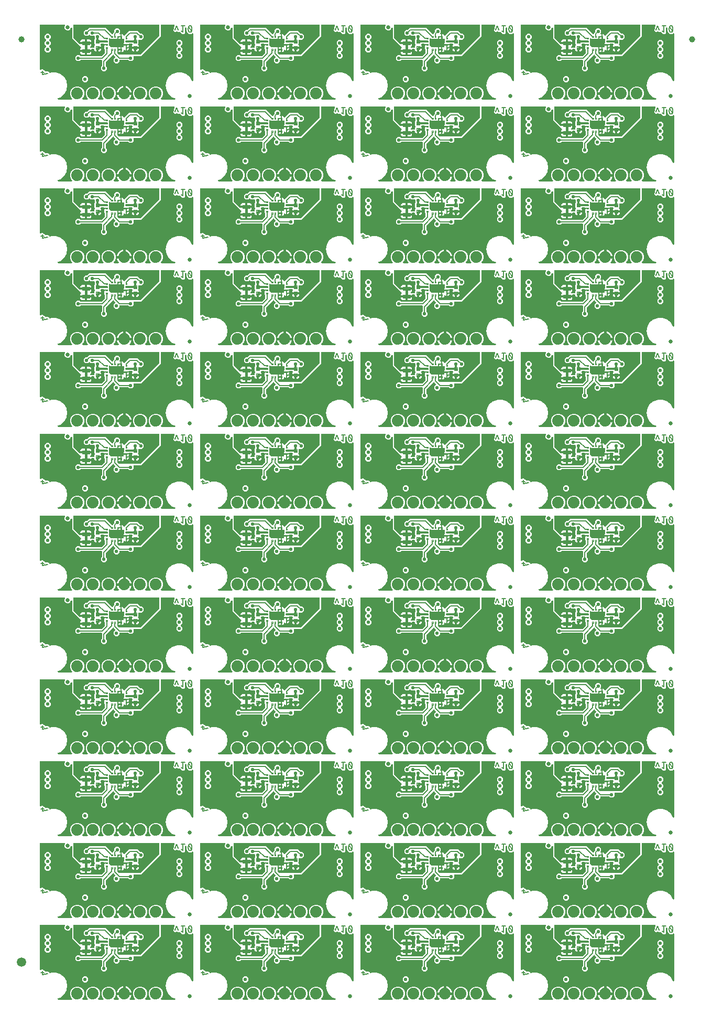
<source format=gbl>
G04 EAGLE Gerber RS-274X export*
G75*
%MOMM*%
%FSLAX34Y34*%
%LPD*%
%INBottom Copper*%
%IPPOS*%
%AMOC8*
5,1,8,0,0,1.08239X$1,22.5*%
G01*
%ADD10C,0.203200*%
%ADD11C,0.102000*%
%ADD12C,0.101600*%
%ADD13C,0.406400*%
%ADD14C,1.879600*%
%ADD15C,0.635000*%
%ADD16C,1.000000*%
%ADD17C,1.500000*%
%ADD18C,0.558800*%
%ADD19C,0.254000*%
%ADD20C,0.330200*%
%ADD21C,0.304800*%

G36*
X313644Y795533D02*
X313644Y795533D01*
X313673Y795530D01*
X313784Y795553D01*
X313896Y795569D01*
X313923Y795581D01*
X313952Y795586D01*
X314052Y795639D01*
X314156Y795685D01*
X314178Y795704D01*
X314204Y795717D01*
X314286Y795795D01*
X314373Y795868D01*
X314389Y795893D01*
X314410Y795913D01*
X314467Y796011D01*
X314530Y796105D01*
X314539Y796133D01*
X314554Y796158D01*
X314582Y796268D01*
X314616Y796376D01*
X314617Y796406D01*
X314624Y796434D01*
X314620Y796547D01*
X314623Y796660D01*
X314616Y796689D01*
X314615Y796718D01*
X314580Y796826D01*
X314552Y796935D01*
X314537Y796961D01*
X314528Y796989D01*
X314482Y797053D01*
X314406Y797180D01*
X314361Y797223D01*
X314333Y797262D01*
X312889Y798705D01*
X311149Y802906D01*
X311149Y807454D01*
X312890Y811655D01*
X316105Y814870D01*
X320306Y816611D01*
X324854Y816611D01*
X329055Y814870D01*
X332270Y811655D01*
X334011Y807454D01*
X334011Y802906D01*
X332271Y798705D01*
X330827Y797262D01*
X330810Y797238D01*
X330787Y797219D01*
X330725Y797125D01*
X330656Y797035D01*
X330646Y797007D01*
X330630Y796983D01*
X330596Y796875D01*
X330555Y796769D01*
X330553Y796740D01*
X330544Y796712D01*
X330541Y796598D01*
X330532Y796486D01*
X330537Y796457D01*
X330537Y796428D01*
X330565Y796318D01*
X330588Y796207D01*
X330601Y796181D01*
X330608Y796153D01*
X330666Y796055D01*
X330719Y795955D01*
X330739Y795933D01*
X330754Y795908D01*
X330836Y795831D01*
X330914Y795749D01*
X330940Y795734D01*
X330961Y795714D01*
X331062Y795662D01*
X331160Y795605D01*
X331188Y795598D01*
X331214Y795584D01*
X331292Y795571D01*
X331435Y795535D01*
X331498Y795537D01*
X331545Y795529D01*
X339015Y795529D01*
X339044Y795533D01*
X339073Y795530D01*
X339184Y795553D01*
X339296Y795569D01*
X339323Y795581D01*
X339352Y795586D01*
X339452Y795639D01*
X339556Y795685D01*
X339578Y795704D01*
X339604Y795717D01*
X339686Y795795D01*
X339773Y795868D01*
X339789Y795893D01*
X339810Y795913D01*
X339867Y796011D01*
X339930Y796105D01*
X339939Y796133D01*
X339954Y796158D01*
X339982Y796268D01*
X340016Y796376D01*
X340017Y796406D01*
X340024Y796434D01*
X340020Y796547D01*
X340023Y796660D01*
X340016Y796689D01*
X340015Y796718D01*
X339980Y796826D01*
X339952Y796935D01*
X339937Y796961D01*
X339928Y796989D01*
X339882Y797053D01*
X339806Y797180D01*
X339761Y797223D01*
X339733Y797262D01*
X338289Y798705D01*
X336549Y802906D01*
X336549Y807454D01*
X338290Y811655D01*
X341505Y814870D01*
X345706Y816611D01*
X350254Y816611D01*
X354455Y814870D01*
X357670Y811655D01*
X359411Y807454D01*
X359411Y802906D01*
X357671Y798705D01*
X356227Y797262D01*
X356210Y797238D01*
X356187Y797219D01*
X356125Y797125D01*
X356056Y797035D01*
X356046Y797007D01*
X356030Y796983D01*
X355996Y796875D01*
X355955Y796769D01*
X355953Y796740D01*
X355944Y796712D01*
X355941Y796598D01*
X355932Y796486D01*
X355937Y796457D01*
X355937Y796428D01*
X355965Y796318D01*
X355988Y796207D01*
X356001Y796181D01*
X356008Y796153D01*
X356066Y796055D01*
X356119Y795955D01*
X356139Y795933D01*
X356154Y795908D01*
X356236Y795831D01*
X356314Y795749D01*
X356340Y795734D01*
X356361Y795714D01*
X356462Y795662D01*
X356560Y795605D01*
X356588Y795598D01*
X356614Y795584D01*
X356692Y795571D01*
X356835Y795535D01*
X356898Y795537D01*
X356945Y795529D01*
X364415Y795529D01*
X364444Y795533D01*
X364473Y795530D01*
X364584Y795553D01*
X364696Y795569D01*
X364723Y795581D01*
X364752Y795586D01*
X364852Y795639D01*
X364956Y795685D01*
X364978Y795704D01*
X365004Y795717D01*
X365086Y795795D01*
X365173Y795868D01*
X365189Y795893D01*
X365210Y795913D01*
X365267Y796011D01*
X365330Y796105D01*
X365339Y796133D01*
X365354Y796158D01*
X365382Y796268D01*
X365416Y796376D01*
X365417Y796406D01*
X365424Y796434D01*
X365420Y796547D01*
X365423Y796660D01*
X365416Y796689D01*
X365415Y796718D01*
X365380Y796826D01*
X365352Y796935D01*
X365337Y796961D01*
X365328Y796989D01*
X365282Y797053D01*
X365206Y797180D01*
X365161Y797223D01*
X365133Y797262D01*
X363689Y798705D01*
X361949Y802906D01*
X361949Y807454D01*
X363690Y811655D01*
X366905Y814870D01*
X371106Y816611D01*
X375654Y816611D01*
X379855Y814870D01*
X383070Y811655D01*
X384811Y807454D01*
X384811Y802906D01*
X383071Y798705D01*
X381627Y797262D01*
X381610Y797238D01*
X381587Y797219D01*
X381525Y797125D01*
X381456Y797035D01*
X381446Y797007D01*
X381430Y796983D01*
X381396Y796875D01*
X381355Y796769D01*
X381353Y796740D01*
X381344Y796712D01*
X381341Y796598D01*
X381332Y796486D01*
X381337Y796457D01*
X381337Y796428D01*
X381365Y796318D01*
X381388Y796207D01*
X381401Y796181D01*
X381408Y796153D01*
X381466Y796055D01*
X381519Y795955D01*
X381539Y795933D01*
X381554Y795908D01*
X381636Y795831D01*
X381714Y795749D01*
X381740Y795734D01*
X381761Y795714D01*
X381862Y795662D01*
X381960Y795605D01*
X381988Y795598D01*
X382014Y795584D01*
X382092Y795571D01*
X382235Y795535D01*
X382298Y795537D01*
X382345Y795529D01*
X389096Y795529D01*
X389125Y795533D01*
X389155Y795530D01*
X389266Y795553D01*
X389378Y795569D01*
X389405Y795581D01*
X389433Y795586D01*
X389534Y795639D01*
X389637Y795685D01*
X389660Y795704D01*
X389686Y795717D01*
X389768Y795795D01*
X389854Y795868D01*
X389871Y795893D01*
X389892Y795913D01*
X389949Y796011D01*
X390012Y796105D01*
X390021Y796133D01*
X390036Y796158D01*
X390063Y796268D01*
X390098Y796376D01*
X390098Y796405D01*
X390106Y796434D01*
X390102Y796547D01*
X390105Y796660D01*
X390098Y796689D01*
X390097Y796718D01*
X390062Y796826D01*
X390033Y796935D01*
X390018Y796961D01*
X390009Y796989D01*
X389963Y797053D01*
X389888Y797180D01*
X389842Y797223D01*
X389814Y797262D01*
X389674Y797403D01*
X388569Y798923D01*
X387716Y800597D01*
X387135Y802384D01*
X387014Y803149D01*
X397764Y803149D01*
X397822Y803157D01*
X397880Y803155D01*
X397962Y803177D01*
X398045Y803189D01*
X398099Y803213D01*
X398155Y803227D01*
X398228Y803270D01*
X398305Y803305D01*
X398349Y803343D01*
X398400Y803373D01*
X398457Y803434D01*
X398522Y803489D01*
X398554Y803537D01*
X398594Y803580D01*
X398633Y803655D01*
X398679Y803725D01*
X398697Y803781D01*
X398724Y803833D01*
X398735Y803901D01*
X398765Y803996D01*
X398768Y804096D01*
X398779Y804164D01*
X398779Y805181D01*
X398781Y805181D01*
X398781Y804164D01*
X398789Y804106D01*
X398788Y804048D01*
X398809Y803966D01*
X398821Y803883D01*
X398845Y803829D01*
X398859Y803773D01*
X398902Y803700D01*
X398937Y803623D01*
X398975Y803578D01*
X399005Y803528D01*
X399066Y803470D01*
X399121Y803406D01*
X399169Y803374D01*
X399212Y803334D01*
X399287Y803295D01*
X399357Y803249D01*
X399413Y803231D01*
X399465Y803204D01*
X399533Y803193D01*
X399628Y803163D01*
X399728Y803160D01*
X399796Y803149D01*
X410546Y803149D01*
X410425Y802384D01*
X409844Y800597D01*
X408991Y798923D01*
X407886Y797403D01*
X407746Y797262D01*
X407728Y797238D01*
X407706Y797219D01*
X407643Y797125D01*
X407575Y797035D01*
X407564Y797007D01*
X407548Y796983D01*
X407514Y796875D01*
X407474Y796769D01*
X407471Y796740D01*
X407462Y796712D01*
X407459Y796599D01*
X407450Y796486D01*
X407456Y796457D01*
X407455Y796428D01*
X407484Y796318D01*
X407506Y796207D01*
X407519Y796181D01*
X407527Y796153D01*
X407585Y796055D01*
X407637Y795955D01*
X407657Y795933D01*
X407672Y795908D01*
X407755Y795831D01*
X407833Y795749D01*
X407858Y795734D01*
X407879Y795714D01*
X407980Y795662D01*
X408078Y795605D01*
X408106Y795598D01*
X408133Y795584D01*
X408210Y795571D01*
X408353Y795535D01*
X408416Y795537D01*
X408464Y795529D01*
X415215Y795529D01*
X415244Y795533D01*
X415273Y795530D01*
X415384Y795553D01*
X415496Y795569D01*
X415523Y795581D01*
X415552Y795586D01*
X415652Y795639D01*
X415756Y795685D01*
X415778Y795704D01*
X415804Y795717D01*
X415886Y795795D01*
X415973Y795868D01*
X415989Y795893D01*
X416010Y795913D01*
X416067Y796011D01*
X416130Y796105D01*
X416139Y796133D01*
X416154Y796158D01*
X416182Y796268D01*
X416216Y796376D01*
X416217Y796406D01*
X416224Y796434D01*
X416220Y796547D01*
X416223Y796660D01*
X416216Y796689D01*
X416215Y796718D01*
X416180Y796826D01*
X416152Y796935D01*
X416137Y796961D01*
X416128Y796989D01*
X416082Y797053D01*
X416006Y797180D01*
X415961Y797223D01*
X415933Y797262D01*
X414489Y798705D01*
X412749Y802906D01*
X412749Y807454D01*
X414490Y811655D01*
X417705Y814870D01*
X421906Y816611D01*
X426454Y816611D01*
X430655Y814870D01*
X433870Y811655D01*
X435611Y807454D01*
X435611Y802906D01*
X433871Y798705D01*
X432427Y797262D01*
X432410Y797238D01*
X432387Y797219D01*
X432325Y797125D01*
X432256Y797035D01*
X432246Y797007D01*
X432230Y796983D01*
X432196Y796875D01*
X432155Y796769D01*
X432153Y796740D01*
X432144Y796712D01*
X432141Y796598D01*
X432132Y796486D01*
X432137Y796457D01*
X432137Y796428D01*
X432165Y796318D01*
X432188Y796207D01*
X432201Y796181D01*
X432208Y796153D01*
X432266Y796055D01*
X432319Y795955D01*
X432339Y795933D01*
X432354Y795908D01*
X432436Y795831D01*
X432514Y795749D01*
X432540Y795734D01*
X432561Y795714D01*
X432662Y795662D01*
X432760Y795605D01*
X432788Y795598D01*
X432814Y795584D01*
X432892Y795571D01*
X433035Y795535D01*
X433098Y795537D01*
X433145Y795529D01*
X440615Y795529D01*
X440644Y795533D01*
X440673Y795530D01*
X440784Y795553D01*
X440896Y795569D01*
X440923Y795581D01*
X440952Y795586D01*
X441052Y795639D01*
X441156Y795685D01*
X441178Y795704D01*
X441204Y795717D01*
X441286Y795795D01*
X441373Y795868D01*
X441389Y795893D01*
X441410Y795913D01*
X441467Y796011D01*
X441530Y796105D01*
X441539Y796133D01*
X441554Y796158D01*
X441582Y796268D01*
X441616Y796376D01*
X441617Y796406D01*
X441624Y796434D01*
X441620Y796547D01*
X441623Y796660D01*
X441616Y796689D01*
X441615Y796718D01*
X441580Y796826D01*
X441552Y796935D01*
X441537Y796961D01*
X441528Y796989D01*
X441482Y797053D01*
X441406Y797180D01*
X441361Y797223D01*
X441333Y797262D01*
X439889Y798705D01*
X438149Y802906D01*
X438149Y807454D01*
X439890Y811655D01*
X443105Y814870D01*
X447306Y816611D01*
X451854Y816611D01*
X456055Y814870D01*
X459270Y811655D01*
X461011Y807454D01*
X461011Y802906D01*
X459271Y798705D01*
X457827Y797262D01*
X457810Y797238D01*
X457787Y797219D01*
X457725Y797125D01*
X457656Y797035D01*
X457646Y797007D01*
X457630Y796983D01*
X457596Y796875D01*
X457555Y796769D01*
X457553Y796740D01*
X457544Y796712D01*
X457541Y796598D01*
X457532Y796486D01*
X457537Y796457D01*
X457537Y796428D01*
X457565Y796318D01*
X457588Y796207D01*
X457601Y796181D01*
X457608Y796153D01*
X457666Y796055D01*
X457719Y795955D01*
X457739Y795933D01*
X457754Y795908D01*
X457836Y795831D01*
X457914Y795749D01*
X457940Y795734D01*
X457961Y795714D01*
X458062Y795662D01*
X458160Y795605D01*
X458188Y795598D01*
X458214Y795584D01*
X458292Y795571D01*
X458435Y795535D01*
X458498Y795537D01*
X458545Y795529D01*
X480205Y795529D01*
X480312Y795544D01*
X480419Y795552D01*
X480452Y795564D01*
X480486Y795569D01*
X480585Y795613D01*
X480686Y795650D01*
X480714Y795671D01*
X480746Y795685D01*
X480828Y795754D01*
X480915Y795818D01*
X480936Y795846D01*
X480963Y795868D01*
X481022Y795958D01*
X481088Y796044D01*
X481101Y796076D01*
X481120Y796105D01*
X481153Y796208D01*
X481192Y796308D01*
X481196Y796343D01*
X481206Y796376D01*
X481209Y796484D01*
X481219Y796591D01*
X481213Y796626D01*
X481213Y796660D01*
X481186Y796765D01*
X481166Y796871D01*
X481150Y796902D01*
X481142Y796935D01*
X481086Y797028D01*
X481038Y797124D01*
X481014Y797150D01*
X480996Y797180D01*
X480917Y797254D01*
X480844Y797333D01*
X480817Y797348D01*
X480789Y797374D01*
X480598Y797472D01*
X480552Y797498D01*
X476718Y798893D01*
X470885Y803788D01*
X467078Y810382D01*
X465756Y817880D01*
X467078Y825378D01*
X470885Y831972D01*
X476718Y836867D01*
X483873Y839471D01*
X491487Y839471D01*
X498642Y836867D01*
X504475Y831972D01*
X508137Y825629D01*
X508149Y825614D01*
X508157Y825596D01*
X508236Y825502D01*
X508312Y825405D01*
X508328Y825394D01*
X508341Y825379D01*
X508443Y825311D01*
X508542Y825239D01*
X508561Y825232D01*
X508577Y825221D01*
X508694Y825184D01*
X508810Y825143D01*
X508830Y825141D01*
X508848Y825136D01*
X508971Y825132D01*
X509094Y825125D01*
X509113Y825129D01*
X509132Y825128D01*
X509251Y825159D01*
X509371Y825186D01*
X509389Y825195D01*
X509407Y825200D01*
X509513Y825263D01*
X509621Y825322D01*
X509635Y825335D01*
X509652Y825345D01*
X509736Y825435D01*
X509823Y825521D01*
X509833Y825538D01*
X509846Y825553D01*
X509902Y825662D01*
X509962Y825769D01*
X509967Y825788D01*
X509976Y825806D01*
X509988Y825878D01*
X510027Y826046D01*
X510025Y826097D01*
X510031Y826137D01*
X510031Y901242D01*
X510019Y901329D01*
X510016Y901417D01*
X509999Y901469D01*
X509991Y901523D01*
X509955Y901603D01*
X509928Y901687D01*
X509898Y901732D01*
X509875Y901782D01*
X509818Y901850D01*
X509769Y901922D01*
X509727Y901958D01*
X509692Y901999D01*
X509618Y902048D01*
X509551Y902105D01*
X509501Y902127D01*
X509455Y902157D01*
X509371Y902184D01*
X509291Y902219D01*
X509236Y902226D01*
X509184Y902243D01*
X509096Y902245D01*
X509009Y902257D01*
X508955Y902249D01*
X508900Y902250D01*
X508815Y902228D01*
X508728Y902215D01*
X508685Y902194D01*
X508625Y902178D01*
X508496Y902102D01*
X508426Y902068D01*
X506843Y900937D01*
X503484Y900937D01*
X500750Y902890D01*
X500287Y904242D01*
X500254Y904305D01*
X500239Y904357D01*
X499152Y906588D01*
X499152Y910590D01*
X499143Y910648D01*
X499145Y910706D01*
X499124Y910788D01*
X499112Y910872D01*
X499088Y910925D01*
X499073Y910981D01*
X499030Y911054D01*
X498995Y911131D01*
X498958Y911176D01*
X498928Y911226D01*
X498866Y911284D01*
X498812Y911348D01*
X498763Y911380D01*
X498720Y911420D01*
X498645Y911459D01*
X498575Y911506D01*
X498519Y911523D01*
X498467Y911550D01*
X498399Y911561D01*
X498304Y911591D01*
X498204Y911594D01*
X498136Y911605D01*
X497798Y911605D01*
X497740Y911597D01*
X497681Y911599D01*
X497600Y911577D01*
X497516Y911565D01*
X497463Y911542D01*
X497406Y911527D01*
X497334Y911484D01*
X497257Y911449D01*
X497212Y911411D01*
X497162Y911382D01*
X497104Y911320D01*
X497040Y911266D01*
X497007Y911217D01*
X496967Y911174D01*
X496929Y911099D01*
X496882Y911029D01*
X496864Y910973D01*
X496838Y910921D01*
X496826Y910853D01*
X496796Y910758D01*
X496794Y910658D01*
X496782Y910590D01*
X496782Y904211D01*
X496791Y904148D01*
X496789Y904099D01*
X496907Y903030D01*
X496860Y902950D01*
X496852Y902919D01*
X496838Y902891D01*
X496825Y902814D01*
X496808Y902749D01*
X496049Y901989D01*
X496010Y901938D01*
X495974Y901906D01*
X495307Y901072D01*
X495280Y901060D01*
X495212Y901043D01*
X495185Y901027D01*
X495155Y901017D01*
X495105Y900982D01*
X495054Y900959D01*
X495028Y900937D01*
X493959Y900937D01*
X493895Y900928D01*
X493847Y900931D01*
X492777Y900812D01*
X492698Y900860D01*
X492667Y900867D01*
X492639Y900882D01*
X492562Y900895D01*
X492496Y900912D01*
X491737Y901671D01*
X491686Y901709D01*
X491653Y901746D01*
X488090Y904597D01*
X488045Y904624D01*
X488005Y904658D01*
X487923Y904696D01*
X487845Y904742D01*
X487794Y904755D01*
X487747Y904777D01*
X487657Y904790D01*
X487570Y904813D01*
X487518Y904812D01*
X487466Y904819D01*
X487394Y904808D01*
X487286Y904805D01*
X487199Y904777D01*
X487134Y904767D01*
X485583Y904250D01*
X483901Y905092D01*
X483885Y905097D01*
X483870Y905106D01*
X483825Y905120D01*
X483824Y905120D01*
X483823Y905120D01*
X483750Y905142D01*
X483631Y905182D01*
X483614Y905183D01*
X483598Y905188D01*
X483472Y905189D01*
X483347Y905194D01*
X483331Y905190D01*
X483314Y905190D01*
X483246Y905169D01*
X483071Y905127D01*
X483029Y905103D01*
X482993Y905092D01*
X481310Y904250D01*
X478914Y905049D01*
X477784Y907308D01*
X480126Y914333D01*
X480129Y914348D01*
X480135Y914362D01*
X480154Y914488D01*
X480177Y914613D01*
X480176Y914628D01*
X480178Y914643D01*
X480167Y914711D01*
X480151Y914879D01*
X480192Y914962D01*
X480195Y914970D01*
X480200Y914977D01*
X480240Y915105D01*
X480282Y915231D01*
X480283Y915240D01*
X480285Y915248D01*
X480289Y915381D01*
X480294Y915516D01*
X480292Y915524D01*
X480293Y915532D01*
X480259Y915661D01*
X480227Y915792D01*
X480223Y915799D01*
X480221Y915807D01*
X480153Y915922D01*
X480086Y916039D01*
X480080Y916045D01*
X480076Y916052D01*
X479978Y916143D01*
X479882Y916236D01*
X479874Y916240D01*
X479868Y916246D01*
X479749Y916307D01*
X479631Y916370D01*
X479623Y916372D01*
X479615Y916376D01*
X479563Y916384D01*
X479353Y916429D01*
X479315Y916426D01*
X479284Y916431D01*
X458724Y916431D01*
X458666Y916423D01*
X458608Y916425D01*
X458526Y916403D01*
X458442Y916391D01*
X458389Y916368D01*
X458333Y916353D01*
X458260Y916310D01*
X458183Y916275D01*
X458138Y916237D01*
X458088Y916208D01*
X458030Y916146D01*
X457966Y916092D01*
X457934Y916043D01*
X457894Y916000D01*
X457855Y915925D01*
X457808Y915855D01*
X457791Y915799D01*
X457764Y915747D01*
X457753Y915679D01*
X457723Y915584D01*
X457720Y915484D01*
X457709Y915416D01*
X457709Y897897D01*
X425443Y865631D01*
X414782Y865631D01*
X414724Y865623D01*
X414666Y865625D01*
X414584Y865603D01*
X414500Y865591D01*
X414447Y865568D01*
X414391Y865553D01*
X414318Y865510D01*
X414241Y865475D01*
X414196Y865437D01*
X414146Y865408D01*
X414088Y865346D01*
X414024Y865292D01*
X413992Y865243D01*
X413952Y865200D01*
X413913Y865125D01*
X413866Y865055D01*
X413849Y864999D01*
X413822Y864947D01*
X413811Y864879D01*
X413781Y864784D01*
X413778Y864684D01*
X413767Y864616D01*
X413767Y860331D01*
X410939Y857503D01*
X406941Y857503D01*
X405460Y858984D01*
X405390Y859036D01*
X405326Y859096D01*
X405277Y859122D01*
X405233Y859155D01*
X405151Y859186D01*
X405073Y859226D01*
X405026Y859234D01*
X404967Y859256D01*
X404820Y859268D01*
X404742Y859281D01*
X391922Y859281D01*
X391864Y859273D01*
X391806Y859275D01*
X391724Y859253D01*
X391640Y859241D01*
X391587Y859218D01*
X391531Y859203D01*
X391458Y859160D01*
X391381Y859125D01*
X391336Y859087D01*
X391286Y859058D01*
X391228Y858996D01*
X391164Y858942D01*
X391132Y858893D01*
X391092Y858850D01*
X391053Y858775D01*
X391006Y858705D01*
X390989Y858649D01*
X390962Y858597D01*
X390951Y858529D01*
X390921Y858434D01*
X390918Y858334D01*
X390907Y858266D01*
X390907Y856521D01*
X388079Y853693D01*
X384081Y853693D01*
X381253Y856521D01*
X381253Y860519D01*
X384238Y863504D01*
X384274Y863551D01*
X384316Y863591D01*
X384359Y863664D01*
X384409Y863732D01*
X384430Y863786D01*
X384460Y863837D01*
X384480Y863918D01*
X384510Y863997D01*
X384515Y864056D01*
X384530Y864112D01*
X384527Y864196D01*
X384534Y864280D01*
X384523Y864338D01*
X384521Y864396D01*
X384495Y864477D01*
X384478Y864559D01*
X384451Y864611D01*
X384433Y864667D01*
X384393Y864723D01*
X384347Y864812D01*
X384278Y864884D01*
X384238Y864940D01*
X381718Y867461D01*
X381671Y867496D01*
X381631Y867538D01*
X381558Y867581D01*
X381491Y867631D01*
X381436Y867652D01*
X381386Y867682D01*
X381304Y867703D01*
X381225Y867733D01*
X381167Y867738D01*
X381110Y867752D01*
X381026Y867749D01*
X380942Y867756D01*
X380884Y867745D01*
X380826Y867743D01*
X380746Y867717D01*
X380663Y867700D01*
X380611Y867673D01*
X380555Y867655D01*
X380499Y867615D01*
X380411Y867569D01*
X380338Y867501D01*
X380282Y867461D01*
X369106Y856285D01*
X369054Y856215D01*
X368994Y856151D01*
X368968Y856101D01*
X368935Y856057D01*
X368904Y855976D01*
X368864Y855898D01*
X368856Y855850D01*
X368834Y855792D01*
X368822Y855644D01*
X368809Y855567D01*
X368809Y850018D01*
X368821Y849931D01*
X368824Y849844D01*
X368841Y849791D01*
X368849Y849736D01*
X368884Y849657D01*
X368911Y849573D01*
X368939Y849534D01*
X368965Y849477D01*
X369061Y849364D01*
X369106Y849300D01*
X370587Y847819D01*
X370587Y843821D01*
X367759Y840993D01*
X363761Y840993D01*
X360933Y843821D01*
X360933Y847819D01*
X362414Y849300D01*
X362466Y849370D01*
X362526Y849434D01*
X362552Y849483D01*
X362585Y849527D01*
X362616Y849609D01*
X362656Y849687D01*
X362664Y849734D01*
X362686Y849793D01*
X362698Y849940D01*
X362711Y850018D01*
X362711Y858266D01*
X362703Y858324D01*
X362705Y858382D01*
X362683Y858464D01*
X362671Y858548D01*
X362648Y858601D01*
X362633Y858657D01*
X362590Y858730D01*
X362555Y858807D01*
X362517Y858852D01*
X362488Y858902D01*
X362426Y858960D01*
X362372Y859024D01*
X362323Y859056D01*
X362280Y859096D01*
X362205Y859135D01*
X362135Y859182D01*
X362079Y859199D01*
X362027Y859226D01*
X361959Y859237D01*
X361864Y859267D01*
X361764Y859270D01*
X361696Y859281D01*
X328683Y859281D01*
X328596Y859269D01*
X328509Y859266D01*
X328456Y859249D01*
X328401Y859241D01*
X328322Y859206D01*
X328238Y859179D01*
X328199Y859151D01*
X328142Y859125D01*
X328029Y859029D01*
X327965Y858984D01*
X326484Y857503D01*
X322486Y857503D01*
X319658Y860331D01*
X319658Y864329D01*
X322486Y867157D01*
X326484Y867157D01*
X327965Y865676D01*
X328035Y865624D01*
X328099Y865564D01*
X328148Y865538D01*
X328192Y865505D01*
X328274Y865474D01*
X328352Y865434D01*
X328399Y865426D01*
X328458Y865404D01*
X328605Y865392D01*
X328683Y865379D01*
X361537Y865379D01*
X361623Y865391D01*
X361711Y865394D01*
X361763Y865411D01*
X361818Y865419D01*
X361898Y865454D01*
X361981Y865481D01*
X362020Y865509D01*
X362078Y865535D01*
X362191Y865631D01*
X362255Y865676D01*
X366984Y870405D01*
X367036Y870475D01*
X367096Y870539D01*
X367122Y870589D01*
X367155Y870633D01*
X367186Y870714D01*
X367226Y870792D01*
X367234Y870840D01*
X367256Y870898D01*
X367268Y871046D01*
X367281Y871123D01*
X367281Y876012D01*
X367269Y876099D01*
X367266Y876186D01*
X367249Y876239D01*
X367241Y876294D01*
X367206Y876374D01*
X367179Y876457D01*
X367151Y876496D01*
X367125Y876553D01*
X367029Y876666D01*
X366984Y876730D01*
X366797Y876917D01*
X366797Y881001D01*
X366784Y881097D01*
X366779Y881194D01*
X366765Y881232D01*
X366757Y881282D01*
X366687Y881439D01*
X366661Y881508D01*
X366497Y881792D01*
X366289Y882568D01*
X366289Y882945D01*
X368863Y882945D01*
X368916Y882952D01*
X368969Y882950D01*
X369056Y882972D01*
X369144Y882984D01*
X369193Y883006D01*
X369245Y883019D01*
X369322Y883064D01*
X369404Y883101D01*
X369445Y883135D01*
X369491Y883162D01*
X369553Y883227D01*
X369621Y883284D01*
X369650Y883329D01*
X369687Y883367D01*
X369729Y883447D01*
X369778Y883521D01*
X369795Y883572D01*
X369819Y883619D01*
X369837Y883707D01*
X369864Y883792D01*
X369866Y883846D01*
X369876Y883898D01*
X369869Y883987D01*
X369871Y884076D01*
X369858Y884128D01*
X369854Y884181D01*
X369822Y884265D01*
X369800Y884351D01*
X369772Y884397D01*
X369753Y884447D01*
X369709Y884504D01*
X369654Y884596D01*
X369587Y884659D01*
X369546Y884711D01*
X369545Y884711D01*
X369493Y884747D01*
X369481Y884758D01*
X369447Y884790D01*
X369376Y884827D01*
X369310Y884871D01*
X369250Y884891D01*
X369194Y884920D01*
X369129Y884931D01*
X369040Y884960D01*
X368933Y884964D01*
X368863Y884975D01*
X366071Y884975D01*
X366066Y884984D01*
X366004Y885042D01*
X365950Y885106D01*
X365901Y885138D01*
X365858Y885178D01*
X365783Y885217D01*
X365713Y885264D01*
X365657Y885281D01*
X365605Y885308D01*
X365537Y885319D01*
X365442Y885349D01*
X365342Y885352D01*
X365274Y885363D01*
X361775Y885363D01*
X361689Y885351D01*
X361601Y885348D01*
X361549Y885331D01*
X361494Y885323D01*
X361414Y885288D01*
X361331Y885261D01*
X361292Y885233D01*
X361234Y885207D01*
X361121Y885111D01*
X361057Y885066D01*
X360621Y884629D01*
X360585Y884581D01*
X360541Y884540D01*
X360500Y884468D01*
X360450Y884402D01*
X360429Y884346D01*
X360398Y884294D01*
X360378Y884214D01*
X360349Y884136D01*
X360344Y884076D01*
X360329Y884018D01*
X360332Y883935D01*
X360325Y883853D01*
X360337Y883794D01*
X360339Y883734D01*
X360365Y883656D01*
X360381Y883574D01*
X360409Y883521D01*
X360427Y883464D01*
X360454Y883427D01*
X360464Y883399D01*
X360933Y882588D01*
X361141Y881812D01*
X361141Y880419D01*
X356831Y880419D01*
X356745Y880407D01*
X356657Y880404D01*
X356605Y880387D01*
X356550Y880379D01*
X356470Y880344D01*
X356387Y880317D01*
X356348Y880289D01*
X356290Y880263D01*
X356177Y880167D01*
X356113Y880122D01*
X355366Y879375D01*
X355314Y879305D01*
X355254Y879241D01*
X355250Y879234D01*
X355209Y879199D01*
X355145Y879154D01*
X354398Y878406D01*
X354346Y878337D01*
X354286Y878273D01*
X354260Y878223D01*
X354227Y878179D01*
X354196Y878098D01*
X354156Y878020D01*
X354148Y877972D01*
X354126Y877914D01*
X354114Y877766D01*
X354101Y877689D01*
X354101Y873379D01*
X352708Y873379D01*
X351932Y873587D01*
X351237Y873989D01*
X350669Y874557D01*
X350267Y875252D01*
X350059Y876028D01*
X350059Y876046D01*
X350051Y876104D01*
X350053Y876162D01*
X350031Y876244D01*
X350019Y876328D01*
X349996Y876381D01*
X349981Y876437D01*
X349938Y876510D01*
X349903Y876587D01*
X349865Y876632D01*
X349836Y876682D01*
X349774Y876740D01*
X349720Y876804D01*
X349671Y876836D01*
X349628Y876876D01*
X349553Y876915D01*
X349483Y876962D01*
X349427Y876979D01*
X349375Y877006D01*
X349307Y877017D01*
X349212Y877047D01*
X349112Y877050D01*
X349044Y877061D01*
X346456Y877061D01*
X346398Y877053D01*
X346340Y877055D01*
X346258Y877033D01*
X346174Y877021D01*
X346121Y876998D01*
X346065Y876983D01*
X345992Y876940D01*
X345915Y876905D01*
X345870Y876867D01*
X345820Y876838D01*
X345762Y876776D01*
X345698Y876722D01*
X345666Y876673D01*
X345626Y876630D01*
X345587Y876555D01*
X345540Y876485D01*
X345523Y876429D01*
X345496Y876377D01*
X345485Y876309D01*
X345455Y876214D01*
X345452Y876114D01*
X345441Y876046D01*
X345441Y875347D01*
X341630Y875347D01*
X341572Y875339D01*
X341514Y875340D01*
X341432Y875319D01*
X341348Y875307D01*
X341295Y875283D01*
X341239Y875268D01*
X341166Y875225D01*
X341089Y875191D01*
X341044Y875153D01*
X340994Y875123D01*
X340936Y875061D01*
X340872Y875007D01*
X340840Y874958D01*
X340800Y874916D01*
X340761Y874841D01*
X340714Y874770D01*
X340697Y874715D01*
X340670Y874663D01*
X340659Y874595D01*
X340629Y874499D01*
X340626Y874400D01*
X340615Y874332D01*
X340615Y873188D01*
X340623Y873131D01*
X340621Y873072D01*
X340643Y872990D01*
X340655Y872907D01*
X340678Y872854D01*
X340693Y872797D01*
X340736Y872725D01*
X340771Y872648D01*
X340809Y872603D01*
X340838Y872553D01*
X340900Y872495D01*
X340954Y872431D01*
X341003Y872398D01*
X341046Y872358D01*
X341121Y872320D01*
X341191Y872273D01*
X341247Y872255D01*
X341299Y872229D01*
X341367Y872217D01*
X341462Y872187D01*
X341562Y872185D01*
X341630Y872173D01*
X345441Y872173D01*
X345441Y870692D01*
X345233Y869916D01*
X344832Y869221D01*
X344264Y868653D01*
X343569Y868252D01*
X342793Y868044D01*
X338137Y868044D01*
X338137Y868680D01*
X338130Y868730D01*
X338130Y868743D01*
X338129Y868748D01*
X338130Y868796D01*
X338109Y868878D01*
X338097Y868962D01*
X338073Y869015D01*
X338058Y869071D01*
X338015Y869144D01*
X337981Y869221D01*
X337943Y869266D01*
X337913Y869316D01*
X337851Y869374D01*
X337797Y869438D01*
X337748Y869470D01*
X337706Y869510D01*
X337631Y869549D01*
X337560Y869596D01*
X337505Y869613D01*
X337453Y869640D01*
X337385Y869651D01*
X337289Y869681D01*
X337190Y869684D01*
X337122Y869695D01*
X335978Y869695D01*
X335921Y869687D01*
X335862Y869689D01*
X335780Y869667D01*
X335697Y869655D01*
X335644Y869632D01*
X335587Y869617D01*
X335515Y869574D01*
X335438Y869539D01*
X335393Y869501D01*
X335343Y869472D01*
X335285Y869410D01*
X335221Y869356D01*
X335188Y869307D01*
X335148Y869264D01*
X335110Y869189D01*
X335063Y869119D01*
X335045Y869063D01*
X335019Y869011D01*
X335007Y868943D01*
X334977Y868848D01*
X334975Y868748D01*
X334963Y868680D01*
X334963Y868044D01*
X330307Y868044D01*
X329531Y868252D01*
X328836Y868653D01*
X328268Y869221D01*
X327867Y869916D01*
X327659Y870692D01*
X327659Y872173D01*
X331470Y872173D01*
X331528Y872181D01*
X331586Y872180D01*
X331668Y872201D01*
X331752Y872213D01*
X331805Y872237D01*
X331861Y872252D01*
X331934Y872295D01*
X332011Y872329D01*
X332056Y872367D01*
X332106Y872397D01*
X332164Y872458D01*
X332228Y872513D01*
X332260Y872562D01*
X332300Y872604D01*
X332339Y872679D01*
X332386Y872750D01*
X332403Y872805D01*
X332430Y872857D01*
X332441Y872925D01*
X332471Y873021D01*
X332474Y873120D01*
X332485Y873188D01*
X332485Y874332D01*
X332477Y874389D01*
X332479Y874448D01*
X332457Y874529D01*
X332445Y874613D01*
X332422Y874666D01*
X332407Y874723D01*
X332364Y874795D01*
X332329Y874872D01*
X332291Y874917D01*
X332262Y874967D01*
X332200Y875025D01*
X332146Y875089D01*
X332097Y875122D01*
X332054Y875162D01*
X331979Y875200D01*
X331909Y875247D01*
X331853Y875265D01*
X331801Y875291D01*
X331733Y875303D01*
X331638Y875333D01*
X331538Y875335D01*
X331470Y875347D01*
X327659Y875347D01*
X327659Y876828D01*
X327867Y877604D01*
X328268Y878299D01*
X328536Y878567D01*
X328571Y878613D01*
X328614Y878654D01*
X328656Y878727D01*
X328707Y878794D01*
X328728Y878848D01*
X328757Y878899D01*
X328778Y878981D01*
X328808Y879059D01*
X328813Y879118D01*
X328827Y879174D01*
X328825Y879259D01*
X328832Y879343D01*
X328820Y879400D01*
X328818Y879459D01*
X328792Y879539D01*
X328776Y879622D01*
X328749Y879673D01*
X328731Y879729D01*
X328691Y879785D01*
X328645Y879874D01*
X328576Y879946D01*
X328536Y880002D01*
X314451Y894087D01*
X314451Y910316D01*
X314444Y910364D01*
X314445Y910368D01*
X314443Y910375D01*
X314439Y910401D01*
X314437Y910487D01*
X314419Y910541D01*
X314411Y910597D01*
X314376Y910676D01*
X314350Y910757D01*
X314318Y910805D01*
X314295Y910857D01*
X314240Y910922D01*
X314192Y910994D01*
X314148Y911030D01*
X314112Y911074D01*
X314040Y911121D01*
X313974Y911177D01*
X313922Y911200D01*
X313875Y911231D01*
X313793Y911257D01*
X313714Y911292D01*
X313658Y911300D01*
X313604Y911317D01*
X313518Y911319D01*
X313433Y911331D01*
X313377Y911323D01*
X313320Y911324D01*
X313237Y911303D01*
X313151Y911290D01*
X313100Y911267D01*
X313045Y911252D01*
X312971Y911209D01*
X312892Y911173D01*
X312849Y911136D01*
X312800Y911107D01*
X312741Y911044D01*
X312676Y910989D01*
X312650Y910947D01*
X312606Y910900D01*
X312540Y910771D01*
X312498Y910704D01*
X311755Y908910D01*
X310290Y907445D01*
X308376Y906652D01*
X306304Y906652D01*
X304390Y907445D01*
X302925Y908910D01*
X302132Y910824D01*
X302132Y912896D01*
X302959Y914892D01*
X302984Y914925D01*
X302994Y914952D01*
X303011Y914977D01*
X303045Y915085D01*
X303085Y915190D01*
X303088Y915220D01*
X303097Y915248D01*
X303100Y915361D01*
X303109Y915474D01*
X303103Y915503D01*
X303104Y915532D01*
X303075Y915642D01*
X303053Y915753D01*
X303040Y915779D01*
X303032Y915807D01*
X302975Y915904D01*
X302922Y916005D01*
X302902Y916026D01*
X302887Y916052D01*
X302804Y916129D01*
X302727Y916211D01*
X302701Y916226D01*
X302680Y916246D01*
X302579Y916298D01*
X302481Y916355D01*
X302453Y916362D01*
X302426Y916376D01*
X302349Y916389D01*
X302206Y916425D01*
X302143Y916423D01*
X302095Y916431D01*
X263144Y916431D01*
X263086Y916423D01*
X263028Y916425D01*
X262946Y916403D01*
X262862Y916391D01*
X262809Y916368D01*
X262753Y916353D01*
X262680Y916310D01*
X262603Y916275D01*
X262558Y916237D01*
X262508Y916208D01*
X262450Y916146D01*
X262386Y916092D01*
X262354Y916043D01*
X262314Y916000D01*
X262275Y915925D01*
X262228Y915855D01*
X262211Y915799D01*
X262184Y915747D01*
X262173Y915679D01*
X262143Y915584D01*
X262140Y915484D01*
X262129Y915416D01*
X262129Y843947D01*
X262133Y843918D01*
X262130Y843889D01*
X262153Y843778D01*
X262169Y843666D01*
X262181Y843639D01*
X262186Y843610D01*
X262239Y843510D01*
X262285Y843406D01*
X262304Y843384D01*
X262317Y843358D01*
X262395Y843276D01*
X262468Y843189D01*
X262493Y843173D01*
X262513Y843152D01*
X262611Y843095D01*
X262705Y843032D01*
X262733Y843023D01*
X262758Y843008D01*
X262868Y842980D01*
X262976Y842946D01*
X263006Y842945D01*
X263034Y842938D01*
X263147Y842942D01*
X263260Y842939D01*
X263289Y842946D01*
X263318Y842947D01*
X263426Y842982D01*
X263535Y843011D01*
X263561Y843025D01*
X263589Y843035D01*
X263653Y843080D01*
X263780Y843156D01*
X263823Y843201D01*
X263862Y843229D01*
X265014Y844381D01*
X267540Y844381D01*
X269020Y842901D01*
X269090Y842848D01*
X269154Y842788D01*
X269203Y842763D01*
X269247Y842730D01*
X269329Y842699D01*
X269407Y842659D01*
X269455Y842651D01*
X269513Y842629D01*
X269661Y842616D01*
X269738Y842603D01*
X269910Y842603D01*
X271812Y840701D01*
X271881Y840650D01*
X271944Y840590D01*
X271994Y840565D01*
X272039Y840530D01*
X272120Y840500D01*
X272196Y840460D01*
X272252Y840449D01*
X272305Y840429D01*
X272391Y840422D01*
X272475Y840405D01*
X272524Y840411D01*
X272588Y840406D01*
X272731Y840434D01*
X272809Y840443D01*
X274951Y841055D01*
X277159Y839828D01*
X277283Y839394D01*
X277321Y839308D01*
X277351Y839218D01*
X277379Y839178D01*
X277398Y839134D01*
X277459Y839062D01*
X277513Y838984D01*
X277550Y838953D01*
X277581Y838916D01*
X277660Y838864D01*
X277733Y838804D01*
X277777Y838785D01*
X277818Y838758D01*
X277907Y838730D01*
X277994Y838692D01*
X278042Y838686D01*
X278088Y838672D01*
X278183Y838669D01*
X278276Y838657D01*
X278318Y838665D01*
X278373Y838664D01*
X278532Y838705D01*
X278606Y838718D01*
X280673Y839471D01*
X288287Y839471D01*
X295442Y836867D01*
X301275Y831972D01*
X305082Y825378D01*
X306404Y817880D01*
X305082Y810382D01*
X301275Y803788D01*
X295442Y798893D01*
X291608Y797498D01*
X291513Y797447D01*
X291414Y797403D01*
X291388Y797381D01*
X291357Y797364D01*
X291280Y797289D01*
X291197Y797219D01*
X291178Y797191D01*
X291153Y797166D01*
X291099Y797073D01*
X291040Y796983D01*
X291029Y796950D01*
X291012Y796920D01*
X290986Y796815D01*
X290954Y796712D01*
X290953Y796677D01*
X290945Y796643D01*
X290949Y796536D01*
X290947Y796428D01*
X290955Y796394D01*
X290957Y796359D01*
X290991Y796257D01*
X291018Y796153D01*
X291036Y796123D01*
X291047Y796090D01*
X291109Y796001D01*
X291164Y795908D01*
X291189Y795884D01*
X291209Y795856D01*
X291292Y795787D01*
X291371Y795714D01*
X291402Y795698D01*
X291429Y795676D01*
X291528Y795633D01*
X291624Y795584D01*
X291655Y795579D01*
X291690Y795564D01*
X291903Y795538D01*
X291955Y795529D01*
X313615Y795529D01*
X313644Y795533D01*
G37*
G36*
X572724Y399293D02*
X572724Y399293D01*
X572753Y399290D01*
X572864Y399313D01*
X572976Y399329D01*
X573003Y399341D01*
X573032Y399346D01*
X573132Y399399D01*
X573236Y399445D01*
X573258Y399464D01*
X573284Y399477D01*
X573366Y399555D01*
X573453Y399628D01*
X573469Y399653D01*
X573490Y399673D01*
X573547Y399771D01*
X573610Y399865D01*
X573619Y399893D01*
X573634Y399918D01*
X573662Y400028D01*
X573696Y400136D01*
X573697Y400166D01*
X573704Y400194D01*
X573700Y400307D01*
X573703Y400420D01*
X573696Y400449D01*
X573695Y400478D01*
X573660Y400586D01*
X573632Y400695D01*
X573617Y400721D01*
X573608Y400749D01*
X573562Y400813D01*
X573486Y400940D01*
X573441Y400983D01*
X573413Y401022D01*
X571969Y402465D01*
X570229Y406666D01*
X570229Y411214D01*
X571970Y415415D01*
X575185Y418630D01*
X579386Y420371D01*
X583934Y420371D01*
X588135Y418630D01*
X591350Y415415D01*
X593091Y411214D01*
X593091Y406666D01*
X591351Y402465D01*
X589907Y401022D01*
X589890Y400998D01*
X589867Y400979D01*
X589805Y400885D01*
X589736Y400795D01*
X589726Y400767D01*
X589710Y400743D01*
X589676Y400635D01*
X589635Y400529D01*
X589633Y400500D01*
X589624Y400472D01*
X589621Y400358D01*
X589612Y400246D01*
X589617Y400217D01*
X589617Y400188D01*
X589645Y400078D01*
X589668Y399967D01*
X589681Y399941D01*
X589688Y399913D01*
X589746Y399815D01*
X589799Y399715D01*
X589819Y399693D01*
X589834Y399668D01*
X589916Y399591D01*
X589994Y399509D01*
X590020Y399494D01*
X590041Y399474D01*
X590142Y399422D01*
X590240Y399365D01*
X590268Y399358D01*
X590294Y399344D01*
X590372Y399331D01*
X590515Y399295D01*
X590578Y399297D01*
X590625Y399289D01*
X598095Y399289D01*
X598124Y399293D01*
X598153Y399290D01*
X598264Y399313D01*
X598376Y399329D01*
X598403Y399341D01*
X598432Y399346D01*
X598532Y399399D01*
X598636Y399445D01*
X598658Y399464D01*
X598684Y399477D01*
X598766Y399555D01*
X598853Y399628D01*
X598869Y399653D01*
X598890Y399673D01*
X598947Y399771D01*
X599010Y399865D01*
X599019Y399893D01*
X599034Y399918D01*
X599062Y400028D01*
X599096Y400136D01*
X599097Y400166D01*
X599104Y400194D01*
X599100Y400307D01*
X599103Y400420D01*
X599096Y400449D01*
X599095Y400478D01*
X599060Y400586D01*
X599032Y400695D01*
X599017Y400721D01*
X599008Y400749D01*
X598962Y400813D01*
X598886Y400940D01*
X598841Y400983D01*
X598813Y401022D01*
X597369Y402465D01*
X595629Y406666D01*
X595629Y411214D01*
X597370Y415415D01*
X600585Y418630D01*
X604786Y420371D01*
X609334Y420371D01*
X613535Y418630D01*
X616750Y415415D01*
X618491Y411214D01*
X618491Y406666D01*
X616751Y402465D01*
X615307Y401022D01*
X615290Y400998D01*
X615267Y400979D01*
X615205Y400885D01*
X615136Y400795D01*
X615126Y400767D01*
X615110Y400743D01*
X615076Y400635D01*
X615035Y400529D01*
X615033Y400500D01*
X615024Y400472D01*
X615021Y400358D01*
X615012Y400246D01*
X615017Y400217D01*
X615017Y400188D01*
X615045Y400078D01*
X615068Y399967D01*
X615081Y399941D01*
X615088Y399913D01*
X615146Y399815D01*
X615199Y399715D01*
X615219Y399693D01*
X615234Y399668D01*
X615316Y399591D01*
X615394Y399509D01*
X615420Y399494D01*
X615441Y399474D01*
X615542Y399422D01*
X615640Y399365D01*
X615668Y399358D01*
X615694Y399344D01*
X615772Y399331D01*
X615915Y399295D01*
X615978Y399297D01*
X616025Y399289D01*
X623495Y399289D01*
X623524Y399293D01*
X623553Y399290D01*
X623664Y399313D01*
X623776Y399329D01*
X623803Y399341D01*
X623832Y399346D01*
X623932Y399399D01*
X624036Y399445D01*
X624058Y399464D01*
X624084Y399477D01*
X624166Y399555D01*
X624253Y399628D01*
X624269Y399653D01*
X624290Y399673D01*
X624347Y399771D01*
X624410Y399865D01*
X624419Y399893D01*
X624434Y399918D01*
X624462Y400028D01*
X624496Y400136D01*
X624497Y400166D01*
X624504Y400194D01*
X624500Y400307D01*
X624503Y400420D01*
X624496Y400449D01*
X624495Y400478D01*
X624460Y400586D01*
X624432Y400695D01*
X624417Y400721D01*
X624408Y400749D01*
X624362Y400813D01*
X624286Y400940D01*
X624241Y400983D01*
X624213Y401022D01*
X622769Y402465D01*
X621029Y406666D01*
X621029Y411214D01*
X622770Y415415D01*
X625985Y418630D01*
X630186Y420371D01*
X634734Y420371D01*
X638935Y418630D01*
X642150Y415415D01*
X643891Y411214D01*
X643891Y406666D01*
X642151Y402465D01*
X640707Y401022D01*
X640690Y400998D01*
X640667Y400979D01*
X640605Y400885D01*
X640536Y400795D01*
X640526Y400767D01*
X640510Y400743D01*
X640476Y400635D01*
X640435Y400529D01*
X640433Y400500D01*
X640424Y400472D01*
X640421Y400358D01*
X640412Y400246D01*
X640417Y400217D01*
X640417Y400188D01*
X640445Y400078D01*
X640468Y399967D01*
X640481Y399941D01*
X640488Y399913D01*
X640546Y399815D01*
X640599Y399715D01*
X640619Y399693D01*
X640634Y399668D01*
X640716Y399591D01*
X640794Y399509D01*
X640820Y399494D01*
X640841Y399474D01*
X640942Y399422D01*
X641040Y399365D01*
X641068Y399358D01*
X641094Y399344D01*
X641172Y399331D01*
X641315Y399295D01*
X641378Y399297D01*
X641425Y399289D01*
X648176Y399289D01*
X648205Y399293D01*
X648235Y399290D01*
X648346Y399313D01*
X648458Y399329D01*
X648485Y399341D01*
X648513Y399346D01*
X648614Y399399D01*
X648717Y399445D01*
X648740Y399464D01*
X648766Y399477D01*
X648848Y399555D01*
X648934Y399628D01*
X648951Y399653D01*
X648972Y399673D01*
X649029Y399771D01*
X649092Y399865D01*
X649101Y399893D01*
X649116Y399918D01*
X649143Y400028D01*
X649178Y400136D01*
X649178Y400165D01*
X649186Y400194D01*
X649182Y400307D01*
X649185Y400420D01*
X649178Y400449D01*
X649177Y400478D01*
X649142Y400586D01*
X649113Y400695D01*
X649098Y400721D01*
X649089Y400749D01*
X649043Y400813D01*
X648968Y400940D01*
X648922Y400983D01*
X648894Y401022D01*
X648754Y401163D01*
X647649Y402683D01*
X646796Y404357D01*
X646215Y406144D01*
X646094Y406909D01*
X656844Y406909D01*
X656902Y406917D01*
X656960Y406915D01*
X657042Y406937D01*
X657125Y406949D01*
X657179Y406973D01*
X657235Y406987D01*
X657308Y407030D01*
X657385Y407065D01*
X657429Y407103D01*
X657480Y407133D01*
X657537Y407194D01*
X657602Y407249D01*
X657634Y407297D01*
X657674Y407340D01*
X657713Y407415D01*
X657759Y407485D01*
X657777Y407541D01*
X657804Y407593D01*
X657815Y407661D01*
X657845Y407756D01*
X657848Y407856D01*
X657859Y407924D01*
X657859Y408941D01*
X657861Y408941D01*
X657861Y407924D01*
X657869Y407866D01*
X657868Y407808D01*
X657889Y407726D01*
X657901Y407643D01*
X657925Y407589D01*
X657939Y407533D01*
X657982Y407460D01*
X658017Y407383D01*
X658055Y407338D01*
X658085Y407288D01*
X658146Y407230D01*
X658201Y407166D01*
X658249Y407134D01*
X658292Y407094D01*
X658367Y407055D01*
X658437Y407009D01*
X658493Y406991D01*
X658545Y406964D01*
X658613Y406953D01*
X658708Y406923D01*
X658808Y406920D01*
X658876Y406909D01*
X669626Y406909D01*
X669505Y406144D01*
X668924Y404357D01*
X668071Y402683D01*
X666966Y401163D01*
X666826Y401022D01*
X666808Y400998D01*
X666786Y400979D01*
X666723Y400885D01*
X666655Y400795D01*
X666644Y400767D01*
X666628Y400743D01*
X666594Y400635D01*
X666554Y400529D01*
X666551Y400500D01*
X666542Y400472D01*
X666539Y400359D01*
X666530Y400246D01*
X666536Y400217D01*
X666535Y400188D01*
X666564Y400078D01*
X666586Y399967D01*
X666599Y399941D01*
X666607Y399913D01*
X666665Y399815D01*
X666717Y399715D01*
X666737Y399693D01*
X666752Y399668D01*
X666835Y399591D01*
X666913Y399509D01*
X666938Y399494D01*
X666959Y399474D01*
X667060Y399422D01*
X667158Y399365D01*
X667186Y399358D01*
X667213Y399344D01*
X667290Y399331D01*
X667433Y399295D01*
X667496Y399297D01*
X667544Y399289D01*
X674295Y399289D01*
X674324Y399293D01*
X674353Y399290D01*
X674464Y399313D01*
X674576Y399329D01*
X674603Y399341D01*
X674632Y399346D01*
X674732Y399399D01*
X674836Y399445D01*
X674858Y399464D01*
X674884Y399477D01*
X674966Y399555D01*
X675053Y399628D01*
X675069Y399653D01*
X675090Y399673D01*
X675147Y399771D01*
X675210Y399865D01*
X675219Y399893D01*
X675234Y399918D01*
X675262Y400028D01*
X675296Y400136D01*
X675297Y400166D01*
X675304Y400194D01*
X675300Y400307D01*
X675303Y400420D01*
X675296Y400449D01*
X675295Y400478D01*
X675260Y400586D01*
X675232Y400695D01*
X675217Y400721D01*
X675208Y400749D01*
X675162Y400813D01*
X675086Y400940D01*
X675041Y400983D01*
X675013Y401022D01*
X673569Y402465D01*
X671829Y406666D01*
X671829Y411214D01*
X673570Y415415D01*
X676785Y418630D01*
X680986Y420371D01*
X685534Y420371D01*
X689735Y418630D01*
X692950Y415415D01*
X694691Y411214D01*
X694691Y406666D01*
X692951Y402465D01*
X691507Y401022D01*
X691490Y400998D01*
X691467Y400979D01*
X691405Y400885D01*
X691336Y400795D01*
X691326Y400767D01*
X691310Y400743D01*
X691276Y400635D01*
X691235Y400529D01*
X691233Y400500D01*
X691224Y400472D01*
X691221Y400358D01*
X691212Y400246D01*
X691217Y400217D01*
X691217Y400188D01*
X691245Y400078D01*
X691268Y399967D01*
X691281Y399941D01*
X691288Y399913D01*
X691346Y399815D01*
X691399Y399715D01*
X691419Y399693D01*
X691434Y399668D01*
X691516Y399591D01*
X691594Y399509D01*
X691620Y399494D01*
X691641Y399474D01*
X691742Y399422D01*
X691840Y399365D01*
X691868Y399358D01*
X691894Y399344D01*
X691972Y399331D01*
X692115Y399295D01*
X692178Y399297D01*
X692225Y399289D01*
X699695Y399289D01*
X699724Y399293D01*
X699753Y399290D01*
X699864Y399313D01*
X699976Y399329D01*
X700003Y399341D01*
X700032Y399346D01*
X700132Y399399D01*
X700236Y399445D01*
X700258Y399464D01*
X700284Y399477D01*
X700366Y399555D01*
X700453Y399628D01*
X700469Y399653D01*
X700490Y399673D01*
X700547Y399771D01*
X700610Y399865D01*
X700619Y399893D01*
X700634Y399918D01*
X700662Y400028D01*
X700696Y400136D01*
X700697Y400166D01*
X700704Y400194D01*
X700700Y400307D01*
X700703Y400420D01*
X700696Y400449D01*
X700695Y400478D01*
X700660Y400586D01*
X700632Y400695D01*
X700617Y400721D01*
X700608Y400749D01*
X700562Y400813D01*
X700486Y400940D01*
X700441Y400983D01*
X700413Y401022D01*
X698969Y402465D01*
X697229Y406666D01*
X697229Y411214D01*
X698970Y415415D01*
X702185Y418630D01*
X706386Y420371D01*
X710934Y420371D01*
X715135Y418630D01*
X718350Y415415D01*
X720091Y411214D01*
X720091Y406666D01*
X718351Y402465D01*
X716907Y401022D01*
X716890Y400998D01*
X716867Y400979D01*
X716805Y400885D01*
X716736Y400795D01*
X716726Y400767D01*
X716710Y400743D01*
X716676Y400635D01*
X716635Y400529D01*
X716633Y400500D01*
X716624Y400472D01*
X716621Y400358D01*
X716612Y400246D01*
X716617Y400217D01*
X716617Y400188D01*
X716645Y400078D01*
X716668Y399967D01*
X716681Y399941D01*
X716688Y399913D01*
X716746Y399815D01*
X716799Y399715D01*
X716819Y399693D01*
X716834Y399668D01*
X716916Y399591D01*
X716994Y399509D01*
X717020Y399494D01*
X717041Y399474D01*
X717142Y399422D01*
X717240Y399365D01*
X717268Y399358D01*
X717294Y399344D01*
X717372Y399331D01*
X717515Y399295D01*
X717578Y399297D01*
X717625Y399289D01*
X739285Y399289D01*
X739392Y399304D01*
X739499Y399312D01*
X739532Y399324D01*
X739566Y399329D01*
X739665Y399373D01*
X739766Y399410D01*
X739794Y399431D01*
X739826Y399445D01*
X739908Y399514D01*
X739995Y399578D01*
X740016Y399606D01*
X740043Y399628D01*
X740102Y399718D01*
X740168Y399804D01*
X740181Y399836D01*
X740200Y399865D01*
X740233Y399968D01*
X740272Y400068D01*
X740276Y400103D01*
X740286Y400136D01*
X740289Y400244D01*
X740299Y400351D01*
X740293Y400386D01*
X740293Y400420D01*
X740266Y400525D01*
X740246Y400631D01*
X740230Y400662D01*
X740222Y400695D01*
X740166Y400788D01*
X740118Y400884D01*
X740094Y400910D01*
X740076Y400940D01*
X739998Y401014D01*
X739924Y401093D01*
X739897Y401108D01*
X739869Y401134D01*
X739678Y401232D01*
X739632Y401258D01*
X735798Y402653D01*
X729965Y407548D01*
X726158Y414142D01*
X724836Y421640D01*
X726158Y429138D01*
X729965Y435732D01*
X735798Y440627D01*
X742953Y443231D01*
X750567Y443231D01*
X757722Y440627D01*
X763555Y435732D01*
X767217Y429389D01*
X767229Y429374D01*
X767237Y429356D01*
X767316Y429262D01*
X767392Y429165D01*
X767408Y429154D01*
X767421Y429139D01*
X767523Y429071D01*
X767622Y428999D01*
X767641Y428992D01*
X767657Y428981D01*
X767774Y428944D01*
X767890Y428903D01*
X767910Y428901D01*
X767928Y428896D01*
X768051Y428892D01*
X768174Y428885D01*
X768193Y428889D01*
X768212Y428888D01*
X768331Y428919D01*
X768451Y428946D01*
X768469Y428955D01*
X768487Y428960D01*
X768593Y429023D01*
X768701Y429082D01*
X768715Y429095D01*
X768732Y429105D01*
X768816Y429195D01*
X768903Y429281D01*
X768913Y429298D01*
X768926Y429313D01*
X768982Y429422D01*
X769042Y429529D01*
X769047Y429548D01*
X769056Y429566D01*
X769068Y429638D01*
X769107Y429806D01*
X769105Y429857D01*
X769111Y429897D01*
X769111Y505002D01*
X769099Y505089D01*
X769096Y505177D01*
X769079Y505229D01*
X769071Y505283D01*
X769035Y505363D01*
X769008Y505447D01*
X768978Y505492D01*
X768955Y505542D01*
X768898Y505610D01*
X768849Y505682D01*
X768807Y505718D01*
X768772Y505759D01*
X768698Y505808D01*
X768631Y505865D01*
X768581Y505887D01*
X768535Y505917D01*
X768451Y505944D01*
X768371Y505979D01*
X768316Y505986D01*
X768264Y506003D01*
X768176Y506005D01*
X768089Y506017D01*
X768035Y506009D01*
X767980Y506010D01*
X767895Y505988D01*
X767808Y505975D01*
X767765Y505954D01*
X767705Y505938D01*
X767576Y505862D01*
X767506Y505828D01*
X765923Y504697D01*
X762564Y504697D01*
X759830Y506650D01*
X759367Y508002D01*
X759334Y508065D01*
X759319Y508117D01*
X758232Y510348D01*
X758232Y514350D01*
X758223Y514408D01*
X758225Y514466D01*
X758204Y514548D01*
X758192Y514632D01*
X758168Y514685D01*
X758153Y514741D01*
X758110Y514814D01*
X758075Y514891D01*
X758038Y514936D01*
X758008Y514986D01*
X757946Y515044D01*
X757892Y515108D01*
X757843Y515140D01*
X757800Y515180D01*
X757725Y515219D01*
X757655Y515266D01*
X757599Y515283D01*
X757547Y515310D01*
X757479Y515321D01*
X757384Y515351D01*
X757284Y515354D01*
X757216Y515365D01*
X756878Y515365D01*
X756820Y515357D01*
X756761Y515359D01*
X756680Y515337D01*
X756596Y515325D01*
X756543Y515302D01*
X756486Y515287D01*
X756414Y515244D01*
X756337Y515209D01*
X756292Y515171D01*
X756242Y515142D01*
X756184Y515080D01*
X756120Y515026D01*
X756087Y514977D01*
X756047Y514934D01*
X756009Y514859D01*
X755962Y514789D01*
X755944Y514733D01*
X755918Y514681D01*
X755906Y514613D01*
X755876Y514518D01*
X755874Y514418D01*
X755862Y514350D01*
X755862Y507971D01*
X755871Y507908D01*
X755869Y507859D01*
X755987Y506790D01*
X755940Y506710D01*
X755932Y506679D01*
X755918Y506651D01*
X755905Y506574D01*
X755888Y506509D01*
X755129Y505749D01*
X755090Y505698D01*
X755054Y505666D01*
X754387Y504832D01*
X754360Y504820D01*
X754292Y504803D01*
X754265Y504787D01*
X754235Y504777D01*
X754185Y504742D01*
X754134Y504719D01*
X754108Y504697D01*
X753039Y504697D01*
X752975Y504688D01*
X752927Y504691D01*
X751857Y504572D01*
X751778Y504620D01*
X751747Y504627D01*
X751719Y504642D01*
X751642Y504655D01*
X751576Y504672D01*
X750817Y505431D01*
X750766Y505469D01*
X750733Y505506D01*
X747170Y508357D01*
X747125Y508384D01*
X747085Y508418D01*
X747003Y508456D01*
X746925Y508502D01*
X746874Y508515D01*
X746827Y508537D01*
X746737Y508550D01*
X746650Y508573D01*
X746598Y508572D01*
X746546Y508579D01*
X746474Y508568D01*
X746366Y508565D01*
X746279Y508537D01*
X746214Y508527D01*
X744663Y508010D01*
X742981Y508852D01*
X742965Y508857D01*
X742950Y508866D01*
X742905Y508880D01*
X742904Y508880D01*
X742903Y508880D01*
X742830Y508902D01*
X742711Y508942D01*
X742694Y508943D01*
X742678Y508948D01*
X742552Y508949D01*
X742427Y508954D01*
X742411Y508950D01*
X742394Y508950D01*
X742326Y508929D01*
X742151Y508887D01*
X742109Y508863D01*
X742073Y508852D01*
X740390Y508010D01*
X737994Y508809D01*
X736864Y511068D01*
X739206Y518093D01*
X739209Y518108D01*
X739215Y518122D01*
X739234Y518248D01*
X739257Y518373D01*
X739256Y518388D01*
X739258Y518403D01*
X739247Y518471D01*
X739231Y518639D01*
X739272Y518722D01*
X739275Y518730D01*
X739280Y518737D01*
X739320Y518865D01*
X739362Y518991D01*
X739363Y519000D01*
X739365Y519008D01*
X739369Y519141D01*
X739374Y519276D01*
X739372Y519284D01*
X739373Y519292D01*
X739339Y519421D01*
X739307Y519552D01*
X739303Y519559D01*
X739301Y519567D01*
X739233Y519682D01*
X739166Y519799D01*
X739160Y519805D01*
X739156Y519812D01*
X739058Y519903D01*
X738962Y519996D01*
X738954Y520000D01*
X738948Y520006D01*
X738829Y520067D01*
X738711Y520130D01*
X738703Y520132D01*
X738695Y520136D01*
X738643Y520144D01*
X738433Y520189D01*
X738395Y520186D01*
X738364Y520191D01*
X717804Y520191D01*
X717746Y520183D01*
X717688Y520185D01*
X717606Y520163D01*
X717522Y520151D01*
X717469Y520128D01*
X717413Y520113D01*
X717340Y520070D01*
X717263Y520035D01*
X717218Y519997D01*
X717168Y519968D01*
X717110Y519906D01*
X717046Y519852D01*
X717014Y519803D01*
X716974Y519760D01*
X716935Y519685D01*
X716888Y519615D01*
X716871Y519559D01*
X716844Y519507D01*
X716833Y519439D01*
X716803Y519344D01*
X716800Y519244D01*
X716789Y519176D01*
X716789Y501657D01*
X684523Y469391D01*
X673862Y469391D01*
X673804Y469383D01*
X673746Y469385D01*
X673664Y469363D01*
X673580Y469351D01*
X673527Y469328D01*
X673471Y469313D01*
X673398Y469270D01*
X673321Y469235D01*
X673276Y469197D01*
X673226Y469168D01*
X673168Y469106D01*
X673104Y469052D01*
X673072Y469003D01*
X673032Y468960D01*
X672993Y468885D01*
X672946Y468815D01*
X672929Y468759D01*
X672902Y468707D01*
X672891Y468639D01*
X672861Y468544D01*
X672858Y468444D01*
X672847Y468376D01*
X672847Y464091D01*
X670019Y461263D01*
X666021Y461263D01*
X664540Y462744D01*
X664470Y462796D01*
X664406Y462856D01*
X664357Y462882D01*
X664313Y462915D01*
X664231Y462946D01*
X664153Y462986D01*
X664106Y462994D01*
X664047Y463016D01*
X663900Y463028D01*
X663822Y463041D01*
X651002Y463041D01*
X650944Y463033D01*
X650886Y463035D01*
X650804Y463013D01*
X650720Y463001D01*
X650667Y462978D01*
X650611Y462963D01*
X650538Y462920D01*
X650461Y462885D01*
X650416Y462847D01*
X650366Y462818D01*
X650308Y462756D01*
X650244Y462702D01*
X650212Y462653D01*
X650172Y462610D01*
X650133Y462535D01*
X650086Y462465D01*
X650069Y462409D01*
X650042Y462357D01*
X650031Y462289D01*
X650001Y462194D01*
X649998Y462094D01*
X649987Y462026D01*
X649987Y460281D01*
X647159Y457453D01*
X643161Y457453D01*
X640333Y460281D01*
X640333Y464279D01*
X643318Y467264D01*
X643354Y467311D01*
X643396Y467351D01*
X643439Y467424D01*
X643489Y467492D01*
X643510Y467546D01*
X643540Y467597D01*
X643560Y467678D01*
X643590Y467757D01*
X643595Y467816D01*
X643610Y467872D01*
X643607Y467956D01*
X643614Y468040D01*
X643603Y468098D01*
X643601Y468156D01*
X643575Y468237D01*
X643558Y468319D01*
X643531Y468371D01*
X643513Y468427D01*
X643473Y468483D01*
X643427Y468572D01*
X643358Y468644D01*
X643318Y468700D01*
X640798Y471221D01*
X640751Y471256D01*
X640711Y471298D01*
X640638Y471341D01*
X640571Y471391D01*
X640516Y471412D01*
X640466Y471442D01*
X640384Y471463D01*
X640305Y471493D01*
X640247Y471498D01*
X640190Y471512D01*
X640106Y471509D01*
X640022Y471516D01*
X639964Y471505D01*
X639906Y471503D01*
X639826Y471477D01*
X639743Y471460D01*
X639691Y471433D01*
X639635Y471415D01*
X639579Y471375D01*
X639491Y471329D01*
X639418Y471261D01*
X639362Y471221D01*
X628186Y460045D01*
X628134Y459975D01*
X628074Y459911D01*
X628048Y459861D01*
X628015Y459817D01*
X627984Y459736D01*
X627944Y459658D01*
X627936Y459610D01*
X627914Y459552D01*
X627902Y459404D01*
X627889Y459327D01*
X627889Y453778D01*
X627901Y453691D01*
X627904Y453604D01*
X627921Y453551D01*
X627929Y453496D01*
X627964Y453417D01*
X627991Y453333D01*
X628019Y453294D01*
X628045Y453237D01*
X628141Y453124D01*
X628186Y453060D01*
X629667Y451579D01*
X629667Y447581D01*
X626839Y444753D01*
X622841Y444753D01*
X620013Y447581D01*
X620013Y451579D01*
X621494Y453060D01*
X621546Y453130D01*
X621606Y453194D01*
X621632Y453243D01*
X621665Y453287D01*
X621696Y453369D01*
X621736Y453447D01*
X621744Y453494D01*
X621766Y453553D01*
X621778Y453700D01*
X621791Y453778D01*
X621791Y462026D01*
X621783Y462084D01*
X621785Y462142D01*
X621763Y462224D01*
X621751Y462308D01*
X621728Y462361D01*
X621713Y462417D01*
X621670Y462490D01*
X621635Y462567D01*
X621597Y462612D01*
X621568Y462662D01*
X621506Y462720D01*
X621452Y462784D01*
X621403Y462816D01*
X621360Y462856D01*
X621285Y462895D01*
X621215Y462942D01*
X621159Y462959D01*
X621107Y462986D01*
X621039Y462997D01*
X620944Y463027D01*
X620844Y463030D01*
X620776Y463041D01*
X587763Y463041D01*
X587676Y463029D01*
X587589Y463026D01*
X587536Y463009D01*
X587481Y463001D01*
X587402Y462966D01*
X587318Y462939D01*
X587279Y462911D01*
X587222Y462885D01*
X587109Y462789D01*
X587045Y462744D01*
X585564Y461263D01*
X581566Y461263D01*
X578738Y464091D01*
X578738Y468089D01*
X581566Y470917D01*
X585564Y470917D01*
X587045Y469436D01*
X587115Y469384D01*
X587179Y469324D01*
X587228Y469298D01*
X587272Y469265D01*
X587354Y469234D01*
X587432Y469194D01*
X587479Y469186D01*
X587538Y469164D01*
X587685Y469152D01*
X587763Y469139D01*
X620617Y469139D01*
X620703Y469151D01*
X620791Y469154D01*
X620843Y469171D01*
X620898Y469179D01*
X620978Y469214D01*
X621061Y469241D01*
X621100Y469269D01*
X621158Y469295D01*
X621271Y469391D01*
X621335Y469436D01*
X626064Y474165D01*
X626116Y474235D01*
X626176Y474299D01*
X626202Y474349D01*
X626235Y474393D01*
X626266Y474474D01*
X626306Y474552D01*
X626314Y474600D01*
X626336Y474658D01*
X626348Y474806D01*
X626361Y474883D01*
X626361Y479772D01*
X626349Y479859D01*
X626346Y479946D01*
X626329Y479999D01*
X626321Y480054D01*
X626286Y480134D01*
X626259Y480217D01*
X626231Y480256D01*
X626205Y480313D01*
X626109Y480426D01*
X626064Y480490D01*
X625877Y480677D01*
X625877Y484761D01*
X625864Y484857D01*
X625859Y484954D01*
X625845Y484992D01*
X625837Y485042D01*
X625767Y485199D01*
X625741Y485268D01*
X625577Y485552D01*
X625369Y486328D01*
X625369Y486705D01*
X627943Y486705D01*
X627996Y486712D01*
X628049Y486710D01*
X628136Y486732D01*
X628224Y486744D01*
X628273Y486766D01*
X628325Y486779D01*
X628402Y486824D01*
X628484Y486861D01*
X628525Y486895D01*
X628571Y486922D01*
X628633Y486987D01*
X628701Y487044D01*
X628730Y487089D01*
X628767Y487127D01*
X628809Y487207D01*
X628858Y487281D01*
X628875Y487332D01*
X628899Y487379D01*
X628917Y487467D01*
X628944Y487552D01*
X628946Y487606D01*
X628956Y487658D01*
X628949Y487747D01*
X628951Y487836D01*
X628938Y487888D01*
X628934Y487941D01*
X628902Y488025D01*
X628880Y488111D01*
X628852Y488157D01*
X628833Y488207D01*
X628789Y488264D01*
X628734Y488356D01*
X628667Y488419D01*
X628626Y488471D01*
X628625Y488471D01*
X628573Y488507D01*
X628561Y488518D01*
X628527Y488550D01*
X628456Y488587D01*
X628390Y488631D01*
X628330Y488651D01*
X628274Y488680D01*
X628209Y488691D01*
X628120Y488720D01*
X628013Y488724D01*
X627943Y488735D01*
X625151Y488735D01*
X625146Y488744D01*
X625084Y488802D01*
X625030Y488866D01*
X624981Y488898D01*
X624938Y488938D01*
X624863Y488977D01*
X624793Y489024D01*
X624737Y489041D01*
X624685Y489068D01*
X624617Y489079D01*
X624522Y489109D01*
X624422Y489112D01*
X624354Y489123D01*
X620855Y489123D01*
X620769Y489111D01*
X620681Y489108D01*
X620629Y489091D01*
X620574Y489083D01*
X620494Y489048D01*
X620411Y489021D01*
X620372Y488993D01*
X620314Y488967D01*
X620201Y488871D01*
X620137Y488826D01*
X619701Y488389D01*
X619665Y488341D01*
X619621Y488300D01*
X619580Y488228D01*
X619530Y488162D01*
X619509Y488106D01*
X619478Y488054D01*
X619458Y487974D01*
X619429Y487896D01*
X619424Y487836D01*
X619409Y487778D01*
X619412Y487695D01*
X619405Y487613D01*
X619417Y487554D01*
X619419Y487494D01*
X619445Y487416D01*
X619461Y487334D01*
X619489Y487281D01*
X619507Y487224D01*
X619534Y487187D01*
X619544Y487159D01*
X620013Y486348D01*
X620221Y485572D01*
X620221Y484179D01*
X615911Y484179D01*
X615825Y484167D01*
X615737Y484164D01*
X615685Y484147D01*
X615630Y484139D01*
X615550Y484104D01*
X615467Y484077D01*
X615428Y484049D01*
X615370Y484023D01*
X615257Y483927D01*
X615193Y483882D01*
X614446Y483135D01*
X614394Y483065D01*
X614334Y483001D01*
X614330Y482994D01*
X614289Y482959D01*
X614225Y482914D01*
X613478Y482166D01*
X613426Y482097D01*
X613366Y482033D01*
X613340Y481983D01*
X613307Y481939D01*
X613276Y481858D01*
X613236Y481780D01*
X613228Y481732D01*
X613206Y481674D01*
X613194Y481526D01*
X613181Y481449D01*
X613181Y477139D01*
X611788Y477139D01*
X611012Y477347D01*
X610317Y477749D01*
X609749Y478317D01*
X609347Y479012D01*
X609139Y479788D01*
X609139Y479806D01*
X609131Y479864D01*
X609133Y479922D01*
X609111Y480004D01*
X609099Y480088D01*
X609076Y480141D01*
X609061Y480197D01*
X609018Y480270D01*
X608983Y480347D01*
X608945Y480392D01*
X608916Y480442D01*
X608854Y480500D01*
X608800Y480564D01*
X608751Y480596D01*
X608708Y480636D01*
X608633Y480675D01*
X608563Y480722D01*
X608507Y480739D01*
X608455Y480766D01*
X608387Y480777D01*
X608292Y480807D01*
X608192Y480810D01*
X608124Y480821D01*
X605536Y480821D01*
X605478Y480813D01*
X605420Y480815D01*
X605338Y480793D01*
X605254Y480781D01*
X605201Y480758D01*
X605145Y480743D01*
X605072Y480700D01*
X604995Y480665D01*
X604950Y480627D01*
X604900Y480598D01*
X604842Y480536D01*
X604778Y480482D01*
X604746Y480433D01*
X604706Y480390D01*
X604667Y480315D01*
X604620Y480245D01*
X604603Y480189D01*
X604576Y480137D01*
X604565Y480069D01*
X604535Y479974D01*
X604532Y479874D01*
X604521Y479806D01*
X604521Y479107D01*
X600710Y479107D01*
X600652Y479099D01*
X600594Y479100D01*
X600512Y479079D01*
X600428Y479067D01*
X600375Y479043D01*
X600319Y479028D01*
X600246Y478985D01*
X600169Y478951D01*
X600124Y478913D01*
X600074Y478883D01*
X600016Y478821D01*
X599952Y478767D01*
X599920Y478718D01*
X599880Y478676D01*
X599841Y478601D01*
X599794Y478530D01*
X599777Y478475D01*
X599750Y478423D01*
X599739Y478355D01*
X599709Y478259D01*
X599706Y478160D01*
X599695Y478092D01*
X599695Y476948D01*
X599703Y476891D01*
X599701Y476832D01*
X599723Y476750D01*
X599735Y476667D01*
X599758Y476614D01*
X599773Y476557D01*
X599816Y476485D01*
X599851Y476408D01*
X599889Y476363D01*
X599918Y476313D01*
X599980Y476255D01*
X600034Y476191D01*
X600083Y476158D01*
X600126Y476118D01*
X600201Y476080D01*
X600271Y476033D01*
X600327Y476015D01*
X600379Y475989D01*
X600447Y475977D01*
X600542Y475947D01*
X600642Y475945D01*
X600710Y475933D01*
X604521Y475933D01*
X604521Y474452D01*
X604313Y473676D01*
X603912Y472981D01*
X603344Y472413D01*
X602649Y472012D01*
X601873Y471804D01*
X597217Y471804D01*
X597217Y472440D01*
X597210Y472490D01*
X597210Y472503D01*
X597209Y472508D01*
X597210Y472556D01*
X597189Y472638D01*
X597177Y472722D01*
X597153Y472775D01*
X597138Y472831D01*
X597095Y472904D01*
X597061Y472981D01*
X597023Y473026D01*
X596993Y473076D01*
X596931Y473134D01*
X596877Y473198D01*
X596828Y473230D01*
X596786Y473270D01*
X596711Y473309D01*
X596640Y473356D01*
X596585Y473373D01*
X596533Y473400D01*
X596465Y473411D01*
X596369Y473441D01*
X596270Y473444D01*
X596202Y473455D01*
X595058Y473455D01*
X595001Y473447D01*
X594942Y473449D01*
X594860Y473427D01*
X594777Y473415D01*
X594724Y473392D01*
X594667Y473377D01*
X594595Y473334D01*
X594518Y473299D01*
X594473Y473261D01*
X594423Y473232D01*
X594365Y473170D01*
X594301Y473116D01*
X594268Y473067D01*
X594228Y473024D01*
X594190Y472949D01*
X594143Y472879D01*
X594125Y472823D01*
X594099Y472771D01*
X594087Y472703D01*
X594057Y472608D01*
X594055Y472508D01*
X594043Y472440D01*
X594043Y471804D01*
X589387Y471804D01*
X588611Y472012D01*
X587916Y472413D01*
X587348Y472981D01*
X586947Y473676D01*
X586739Y474452D01*
X586739Y475933D01*
X590550Y475933D01*
X590608Y475941D01*
X590666Y475940D01*
X590748Y475961D01*
X590832Y475973D01*
X590885Y475997D01*
X590941Y476012D01*
X591014Y476055D01*
X591091Y476089D01*
X591136Y476127D01*
X591186Y476157D01*
X591244Y476218D01*
X591308Y476273D01*
X591340Y476322D01*
X591380Y476364D01*
X591419Y476439D01*
X591466Y476510D01*
X591483Y476565D01*
X591510Y476617D01*
X591521Y476685D01*
X591551Y476781D01*
X591554Y476880D01*
X591565Y476948D01*
X591565Y478092D01*
X591557Y478149D01*
X591559Y478208D01*
X591537Y478289D01*
X591525Y478373D01*
X591502Y478426D01*
X591487Y478483D01*
X591444Y478555D01*
X591409Y478632D01*
X591371Y478677D01*
X591342Y478727D01*
X591280Y478785D01*
X591226Y478849D01*
X591177Y478882D01*
X591134Y478922D01*
X591059Y478960D01*
X590989Y479007D01*
X590933Y479025D01*
X590881Y479051D01*
X590813Y479063D01*
X590718Y479093D01*
X590618Y479095D01*
X590550Y479107D01*
X586739Y479107D01*
X586739Y480588D01*
X586947Y481364D01*
X587348Y482059D01*
X587616Y482327D01*
X587651Y482373D01*
X587694Y482414D01*
X587736Y482487D01*
X587787Y482554D01*
X587808Y482608D01*
X587837Y482659D01*
X587858Y482741D01*
X587888Y482819D01*
X587893Y482878D01*
X587907Y482934D01*
X587905Y483019D01*
X587912Y483103D01*
X587900Y483160D01*
X587898Y483219D01*
X587872Y483299D01*
X587856Y483382D01*
X587829Y483433D01*
X587811Y483489D01*
X587771Y483545D01*
X587725Y483634D01*
X587656Y483706D01*
X587616Y483762D01*
X573531Y497847D01*
X573531Y514076D01*
X573524Y514124D01*
X573525Y514128D01*
X573523Y514135D01*
X573519Y514161D01*
X573517Y514247D01*
X573499Y514301D01*
X573491Y514357D01*
X573456Y514436D01*
X573430Y514517D01*
X573398Y514565D01*
X573375Y514617D01*
X573320Y514682D01*
X573272Y514754D01*
X573228Y514790D01*
X573192Y514834D01*
X573120Y514881D01*
X573054Y514937D01*
X573002Y514960D01*
X572955Y514991D01*
X572873Y515017D01*
X572794Y515052D01*
X572738Y515060D01*
X572684Y515077D01*
X572598Y515079D01*
X572513Y515091D01*
X572457Y515083D01*
X572400Y515084D01*
X572317Y515063D01*
X572231Y515050D01*
X572180Y515027D01*
X572125Y515012D01*
X572051Y514969D01*
X571972Y514933D01*
X571929Y514896D01*
X571880Y514867D01*
X571821Y514804D01*
X571756Y514749D01*
X571730Y514707D01*
X571686Y514660D01*
X571620Y514531D01*
X571578Y514464D01*
X570835Y512670D01*
X569370Y511205D01*
X567456Y510412D01*
X565384Y510412D01*
X563470Y511205D01*
X562005Y512670D01*
X561212Y514584D01*
X561212Y516656D01*
X562039Y518652D01*
X562064Y518685D01*
X562074Y518712D01*
X562091Y518737D01*
X562125Y518845D01*
X562165Y518950D01*
X562168Y518980D01*
X562177Y519008D01*
X562180Y519121D01*
X562189Y519234D01*
X562183Y519263D01*
X562184Y519292D01*
X562155Y519402D01*
X562133Y519513D01*
X562120Y519539D01*
X562112Y519567D01*
X562055Y519664D01*
X562002Y519765D01*
X561982Y519786D01*
X561967Y519812D01*
X561884Y519889D01*
X561807Y519971D01*
X561781Y519986D01*
X561760Y520006D01*
X561659Y520058D01*
X561561Y520115D01*
X561533Y520122D01*
X561506Y520136D01*
X561429Y520149D01*
X561286Y520185D01*
X561223Y520183D01*
X561175Y520191D01*
X522224Y520191D01*
X522166Y520183D01*
X522108Y520185D01*
X522026Y520163D01*
X521942Y520151D01*
X521889Y520128D01*
X521833Y520113D01*
X521760Y520070D01*
X521683Y520035D01*
X521638Y519997D01*
X521588Y519968D01*
X521530Y519906D01*
X521466Y519852D01*
X521434Y519803D01*
X521394Y519760D01*
X521355Y519685D01*
X521308Y519615D01*
X521291Y519559D01*
X521264Y519507D01*
X521253Y519439D01*
X521223Y519344D01*
X521220Y519244D01*
X521209Y519176D01*
X521209Y447707D01*
X521213Y447678D01*
X521210Y447649D01*
X521233Y447538D01*
X521249Y447426D01*
X521261Y447399D01*
X521266Y447370D01*
X521319Y447270D01*
X521365Y447166D01*
X521384Y447144D01*
X521397Y447118D01*
X521475Y447036D01*
X521548Y446949D01*
X521573Y446933D01*
X521593Y446912D01*
X521691Y446855D01*
X521785Y446792D01*
X521813Y446783D01*
X521838Y446768D01*
X521948Y446740D01*
X522056Y446706D01*
X522086Y446705D01*
X522114Y446698D01*
X522227Y446702D01*
X522340Y446699D01*
X522369Y446706D01*
X522398Y446707D01*
X522506Y446742D01*
X522615Y446771D01*
X522641Y446785D01*
X522669Y446795D01*
X522733Y446840D01*
X522860Y446916D01*
X522903Y446961D01*
X522942Y446989D01*
X524094Y448141D01*
X526620Y448141D01*
X528100Y446661D01*
X528170Y446608D01*
X528234Y446548D01*
X528283Y446523D01*
X528327Y446490D01*
X528409Y446459D01*
X528487Y446419D01*
X528535Y446411D01*
X528593Y446389D01*
X528741Y446376D01*
X528818Y446363D01*
X528990Y446363D01*
X530892Y444461D01*
X530961Y444410D01*
X531024Y444350D01*
X531074Y444325D01*
X531119Y444290D01*
X531200Y444260D01*
X531276Y444220D01*
X531332Y444209D01*
X531385Y444189D01*
X531471Y444182D01*
X531555Y444165D01*
X531604Y444171D01*
X531668Y444166D01*
X531811Y444194D01*
X531889Y444203D01*
X534031Y444815D01*
X536239Y443588D01*
X536363Y443154D01*
X536401Y443068D01*
X536431Y442978D01*
X536459Y442938D01*
X536478Y442894D01*
X536539Y442822D01*
X536593Y442744D01*
X536630Y442713D01*
X536661Y442676D01*
X536740Y442624D01*
X536813Y442564D01*
X536857Y442545D01*
X536898Y442518D01*
X536987Y442490D01*
X537074Y442452D01*
X537122Y442446D01*
X537168Y442432D01*
X537263Y442429D01*
X537356Y442417D01*
X537398Y442425D01*
X537453Y442424D01*
X537612Y442465D01*
X537686Y442478D01*
X539753Y443231D01*
X547367Y443231D01*
X554522Y440627D01*
X560355Y435732D01*
X564162Y429138D01*
X565484Y421640D01*
X564162Y414142D01*
X560355Y407548D01*
X554522Y402653D01*
X550688Y401258D01*
X550593Y401207D01*
X550494Y401163D01*
X550468Y401141D01*
X550437Y401124D01*
X550360Y401049D01*
X550277Y400979D01*
X550258Y400951D01*
X550233Y400926D01*
X550179Y400833D01*
X550120Y400743D01*
X550109Y400710D01*
X550092Y400680D01*
X550066Y400575D01*
X550034Y400472D01*
X550033Y400437D01*
X550025Y400403D01*
X550029Y400296D01*
X550027Y400188D01*
X550035Y400154D01*
X550037Y400119D01*
X550071Y400017D01*
X550098Y399913D01*
X550116Y399883D01*
X550127Y399850D01*
X550189Y399761D01*
X550244Y399668D01*
X550269Y399644D01*
X550289Y399616D01*
X550372Y399547D01*
X550451Y399474D01*
X550482Y399458D01*
X550509Y399436D01*
X550608Y399393D01*
X550704Y399344D01*
X550735Y399339D01*
X550770Y399324D01*
X550983Y399298D01*
X551035Y399289D01*
X572695Y399289D01*
X572724Y399293D01*
G37*
G36*
X831804Y663453D02*
X831804Y663453D01*
X831833Y663450D01*
X831944Y663473D01*
X832056Y663489D01*
X832083Y663501D01*
X832112Y663506D01*
X832212Y663559D01*
X832316Y663605D01*
X832338Y663624D01*
X832364Y663637D01*
X832446Y663715D01*
X832533Y663788D01*
X832549Y663813D01*
X832570Y663833D01*
X832627Y663931D01*
X832690Y664025D01*
X832699Y664053D01*
X832714Y664078D01*
X832742Y664188D01*
X832776Y664296D01*
X832777Y664326D01*
X832784Y664354D01*
X832780Y664467D01*
X832783Y664580D01*
X832776Y664609D01*
X832775Y664638D01*
X832740Y664746D01*
X832712Y664855D01*
X832697Y664881D01*
X832688Y664909D01*
X832642Y664973D01*
X832566Y665100D01*
X832521Y665143D01*
X832493Y665182D01*
X831049Y666625D01*
X829309Y670826D01*
X829309Y675374D01*
X831050Y679575D01*
X834265Y682790D01*
X838466Y684531D01*
X843014Y684531D01*
X847215Y682790D01*
X850430Y679575D01*
X852171Y675374D01*
X852171Y670826D01*
X850431Y666625D01*
X848987Y665182D01*
X848970Y665158D01*
X848947Y665139D01*
X848885Y665045D01*
X848816Y664955D01*
X848806Y664927D01*
X848790Y664903D01*
X848756Y664795D01*
X848715Y664689D01*
X848713Y664660D01*
X848704Y664632D01*
X848701Y664518D01*
X848692Y664406D01*
X848697Y664377D01*
X848697Y664348D01*
X848725Y664238D01*
X848748Y664127D01*
X848761Y664101D01*
X848768Y664073D01*
X848826Y663975D01*
X848879Y663875D01*
X848899Y663853D01*
X848914Y663828D01*
X848996Y663751D01*
X849074Y663669D01*
X849100Y663654D01*
X849121Y663634D01*
X849222Y663582D01*
X849320Y663525D01*
X849348Y663518D01*
X849374Y663504D01*
X849452Y663491D01*
X849595Y663455D01*
X849658Y663457D01*
X849705Y663449D01*
X857175Y663449D01*
X857204Y663453D01*
X857233Y663450D01*
X857344Y663473D01*
X857456Y663489D01*
X857483Y663501D01*
X857512Y663506D01*
X857612Y663559D01*
X857716Y663605D01*
X857738Y663624D01*
X857764Y663637D01*
X857846Y663715D01*
X857933Y663788D01*
X857949Y663813D01*
X857970Y663833D01*
X858027Y663931D01*
X858090Y664025D01*
X858099Y664053D01*
X858114Y664078D01*
X858142Y664188D01*
X858176Y664296D01*
X858177Y664326D01*
X858184Y664354D01*
X858180Y664467D01*
X858183Y664580D01*
X858176Y664609D01*
X858175Y664638D01*
X858140Y664746D01*
X858112Y664855D01*
X858097Y664881D01*
X858088Y664909D01*
X858042Y664973D01*
X857966Y665100D01*
X857921Y665143D01*
X857893Y665182D01*
X856449Y666625D01*
X854709Y670826D01*
X854709Y675374D01*
X856450Y679575D01*
X859665Y682790D01*
X863866Y684531D01*
X868414Y684531D01*
X872615Y682790D01*
X875830Y679575D01*
X877571Y675374D01*
X877571Y670826D01*
X875831Y666625D01*
X874387Y665182D01*
X874370Y665158D01*
X874347Y665139D01*
X874285Y665045D01*
X874216Y664955D01*
X874206Y664927D01*
X874190Y664903D01*
X874156Y664795D01*
X874115Y664689D01*
X874113Y664660D01*
X874104Y664632D01*
X874101Y664518D01*
X874092Y664406D01*
X874097Y664377D01*
X874097Y664348D01*
X874125Y664238D01*
X874148Y664127D01*
X874161Y664101D01*
X874168Y664073D01*
X874226Y663975D01*
X874279Y663875D01*
X874299Y663853D01*
X874314Y663828D01*
X874396Y663751D01*
X874474Y663669D01*
X874500Y663654D01*
X874521Y663634D01*
X874622Y663582D01*
X874720Y663525D01*
X874748Y663518D01*
X874774Y663504D01*
X874852Y663491D01*
X874995Y663455D01*
X875058Y663457D01*
X875105Y663449D01*
X882575Y663449D01*
X882604Y663453D01*
X882633Y663450D01*
X882744Y663473D01*
X882856Y663489D01*
X882883Y663501D01*
X882912Y663506D01*
X883012Y663559D01*
X883116Y663605D01*
X883138Y663624D01*
X883164Y663637D01*
X883246Y663715D01*
X883333Y663788D01*
X883349Y663813D01*
X883370Y663833D01*
X883427Y663931D01*
X883490Y664025D01*
X883499Y664053D01*
X883514Y664078D01*
X883542Y664188D01*
X883576Y664296D01*
X883577Y664326D01*
X883584Y664354D01*
X883580Y664467D01*
X883583Y664580D01*
X883576Y664609D01*
X883575Y664638D01*
X883540Y664746D01*
X883512Y664855D01*
X883497Y664881D01*
X883488Y664909D01*
X883442Y664973D01*
X883366Y665100D01*
X883321Y665143D01*
X883293Y665182D01*
X881849Y666625D01*
X880109Y670826D01*
X880109Y675374D01*
X881850Y679575D01*
X885065Y682790D01*
X889266Y684531D01*
X893814Y684531D01*
X898015Y682790D01*
X901230Y679575D01*
X902971Y675374D01*
X902971Y670826D01*
X901231Y666625D01*
X899787Y665182D01*
X899770Y665158D01*
X899747Y665139D01*
X899685Y665045D01*
X899616Y664955D01*
X899606Y664927D01*
X899590Y664903D01*
X899556Y664795D01*
X899515Y664689D01*
X899513Y664660D01*
X899504Y664632D01*
X899501Y664518D01*
X899492Y664406D01*
X899497Y664377D01*
X899497Y664348D01*
X899525Y664238D01*
X899548Y664127D01*
X899561Y664101D01*
X899568Y664073D01*
X899626Y663975D01*
X899679Y663875D01*
X899699Y663853D01*
X899714Y663828D01*
X899796Y663751D01*
X899874Y663669D01*
X899900Y663654D01*
X899921Y663634D01*
X900022Y663582D01*
X900120Y663525D01*
X900148Y663518D01*
X900174Y663504D01*
X900252Y663491D01*
X900395Y663455D01*
X900458Y663457D01*
X900505Y663449D01*
X907256Y663449D01*
X907285Y663453D01*
X907315Y663450D01*
X907426Y663473D01*
X907538Y663489D01*
X907565Y663501D01*
X907593Y663506D01*
X907694Y663559D01*
X907797Y663605D01*
X907820Y663624D01*
X907846Y663637D01*
X907928Y663715D01*
X908014Y663788D01*
X908031Y663813D01*
X908052Y663833D01*
X908109Y663931D01*
X908172Y664025D01*
X908181Y664053D01*
X908196Y664078D01*
X908223Y664188D01*
X908258Y664296D01*
X908258Y664325D01*
X908266Y664354D01*
X908262Y664467D01*
X908265Y664580D01*
X908258Y664609D01*
X908257Y664638D01*
X908222Y664746D01*
X908193Y664855D01*
X908178Y664881D01*
X908169Y664909D01*
X908123Y664973D01*
X908048Y665100D01*
X908002Y665143D01*
X907974Y665182D01*
X907834Y665323D01*
X906729Y666843D01*
X905876Y668517D01*
X905295Y670304D01*
X905174Y671069D01*
X915924Y671069D01*
X915982Y671077D01*
X916040Y671075D01*
X916122Y671097D01*
X916205Y671109D01*
X916259Y671133D01*
X916315Y671147D01*
X916388Y671190D01*
X916465Y671225D01*
X916509Y671263D01*
X916560Y671293D01*
X916617Y671354D01*
X916682Y671409D01*
X916714Y671457D01*
X916754Y671500D01*
X916793Y671575D01*
X916839Y671645D01*
X916857Y671701D01*
X916884Y671753D01*
X916895Y671821D01*
X916925Y671916D01*
X916928Y672016D01*
X916939Y672084D01*
X916939Y673101D01*
X916941Y673101D01*
X916941Y672084D01*
X916949Y672026D01*
X916948Y671968D01*
X916969Y671886D01*
X916981Y671803D01*
X917005Y671749D01*
X917019Y671693D01*
X917062Y671620D01*
X917097Y671543D01*
X917135Y671498D01*
X917165Y671448D01*
X917226Y671390D01*
X917281Y671326D01*
X917329Y671294D01*
X917372Y671254D01*
X917447Y671215D01*
X917517Y671169D01*
X917573Y671151D01*
X917625Y671124D01*
X917693Y671113D01*
X917788Y671083D01*
X917888Y671080D01*
X917956Y671069D01*
X928706Y671069D01*
X928585Y670304D01*
X928004Y668517D01*
X927151Y666843D01*
X926046Y665323D01*
X925906Y665182D01*
X925888Y665158D01*
X925866Y665139D01*
X925803Y665045D01*
X925735Y664955D01*
X925724Y664927D01*
X925708Y664903D01*
X925674Y664795D01*
X925634Y664689D01*
X925631Y664660D01*
X925622Y664632D01*
X925619Y664519D01*
X925610Y664406D01*
X925616Y664377D01*
X925615Y664348D01*
X925644Y664238D01*
X925666Y664127D01*
X925679Y664101D01*
X925687Y664073D01*
X925745Y663975D01*
X925797Y663875D01*
X925817Y663853D01*
X925832Y663828D01*
X925915Y663751D01*
X925993Y663669D01*
X926018Y663654D01*
X926039Y663634D01*
X926140Y663582D01*
X926238Y663525D01*
X926266Y663518D01*
X926293Y663504D01*
X926370Y663491D01*
X926513Y663455D01*
X926576Y663457D01*
X926624Y663449D01*
X933375Y663449D01*
X933404Y663453D01*
X933433Y663450D01*
X933544Y663473D01*
X933656Y663489D01*
X933683Y663501D01*
X933712Y663506D01*
X933812Y663559D01*
X933916Y663605D01*
X933938Y663624D01*
X933964Y663637D01*
X934046Y663715D01*
X934133Y663788D01*
X934149Y663813D01*
X934170Y663833D01*
X934227Y663931D01*
X934290Y664025D01*
X934299Y664053D01*
X934314Y664078D01*
X934342Y664188D01*
X934376Y664296D01*
X934377Y664326D01*
X934384Y664354D01*
X934380Y664467D01*
X934383Y664580D01*
X934376Y664609D01*
X934375Y664638D01*
X934340Y664746D01*
X934312Y664855D01*
X934297Y664881D01*
X934288Y664909D01*
X934242Y664973D01*
X934166Y665100D01*
X934121Y665143D01*
X934093Y665182D01*
X932649Y666625D01*
X930909Y670826D01*
X930909Y675374D01*
X932650Y679575D01*
X935865Y682790D01*
X940066Y684531D01*
X944614Y684531D01*
X948815Y682790D01*
X952030Y679575D01*
X953771Y675374D01*
X953771Y670826D01*
X952031Y666625D01*
X950587Y665182D01*
X950570Y665158D01*
X950547Y665139D01*
X950485Y665045D01*
X950416Y664955D01*
X950406Y664927D01*
X950390Y664903D01*
X950356Y664795D01*
X950315Y664689D01*
X950313Y664660D01*
X950304Y664632D01*
X950301Y664518D01*
X950292Y664406D01*
X950297Y664377D01*
X950297Y664348D01*
X950325Y664238D01*
X950348Y664127D01*
X950361Y664101D01*
X950368Y664073D01*
X950426Y663975D01*
X950479Y663875D01*
X950499Y663853D01*
X950514Y663828D01*
X950596Y663751D01*
X950674Y663669D01*
X950700Y663654D01*
X950721Y663634D01*
X950822Y663582D01*
X950920Y663525D01*
X950948Y663518D01*
X950974Y663504D01*
X951052Y663491D01*
X951195Y663455D01*
X951258Y663457D01*
X951305Y663449D01*
X958775Y663449D01*
X958804Y663453D01*
X958833Y663450D01*
X958944Y663473D01*
X959056Y663489D01*
X959083Y663501D01*
X959112Y663506D01*
X959212Y663559D01*
X959316Y663605D01*
X959338Y663624D01*
X959364Y663637D01*
X959446Y663715D01*
X959533Y663788D01*
X959549Y663813D01*
X959570Y663833D01*
X959627Y663931D01*
X959690Y664025D01*
X959699Y664053D01*
X959714Y664078D01*
X959742Y664188D01*
X959776Y664296D01*
X959777Y664326D01*
X959784Y664354D01*
X959780Y664467D01*
X959783Y664580D01*
X959776Y664609D01*
X959775Y664638D01*
X959740Y664746D01*
X959712Y664855D01*
X959697Y664881D01*
X959688Y664909D01*
X959642Y664973D01*
X959566Y665100D01*
X959521Y665143D01*
X959493Y665182D01*
X958049Y666625D01*
X956309Y670826D01*
X956309Y675374D01*
X958050Y679575D01*
X961265Y682790D01*
X965466Y684531D01*
X970014Y684531D01*
X974215Y682790D01*
X977430Y679575D01*
X979171Y675374D01*
X979171Y670826D01*
X977431Y666625D01*
X975987Y665182D01*
X975970Y665158D01*
X975947Y665139D01*
X975885Y665045D01*
X975816Y664955D01*
X975806Y664927D01*
X975790Y664903D01*
X975756Y664795D01*
X975715Y664689D01*
X975713Y664660D01*
X975704Y664632D01*
X975701Y664518D01*
X975692Y664406D01*
X975697Y664377D01*
X975697Y664348D01*
X975725Y664238D01*
X975748Y664127D01*
X975761Y664101D01*
X975768Y664073D01*
X975826Y663975D01*
X975879Y663875D01*
X975899Y663853D01*
X975914Y663828D01*
X975996Y663751D01*
X976074Y663669D01*
X976100Y663654D01*
X976121Y663634D01*
X976222Y663582D01*
X976320Y663525D01*
X976348Y663518D01*
X976374Y663504D01*
X976452Y663491D01*
X976595Y663455D01*
X976658Y663457D01*
X976705Y663449D01*
X998365Y663449D01*
X998472Y663464D01*
X998579Y663472D01*
X998612Y663484D01*
X998646Y663489D01*
X998745Y663533D01*
X998846Y663570D01*
X998874Y663591D01*
X998906Y663605D01*
X998988Y663675D01*
X999075Y663738D01*
X999096Y663766D01*
X999123Y663788D01*
X999182Y663878D01*
X999248Y663964D01*
X999261Y663996D01*
X999280Y664025D01*
X999313Y664128D01*
X999352Y664228D01*
X999356Y664263D01*
X999366Y664296D01*
X999369Y664404D01*
X999379Y664511D01*
X999373Y664546D01*
X999373Y664580D01*
X999346Y664685D01*
X999326Y664791D01*
X999310Y664822D01*
X999302Y664855D01*
X999247Y664948D01*
X999198Y665044D01*
X999174Y665070D01*
X999156Y665100D01*
X999078Y665174D01*
X999004Y665253D01*
X998977Y665268D01*
X998949Y665294D01*
X998758Y665392D01*
X998712Y665418D01*
X994878Y666813D01*
X989045Y671708D01*
X985238Y678302D01*
X983916Y685800D01*
X985238Y693298D01*
X989045Y699892D01*
X994878Y704787D01*
X1002033Y707391D01*
X1009647Y707391D01*
X1016802Y704787D01*
X1022635Y699892D01*
X1026297Y693549D01*
X1026309Y693534D01*
X1026317Y693516D01*
X1026396Y693422D01*
X1026472Y693325D01*
X1026488Y693314D01*
X1026501Y693299D01*
X1026603Y693231D01*
X1026702Y693159D01*
X1026721Y693152D01*
X1026737Y693141D01*
X1026854Y693104D01*
X1026970Y693063D01*
X1026990Y693061D01*
X1027008Y693056D01*
X1027131Y693052D01*
X1027254Y693045D01*
X1027273Y693049D01*
X1027292Y693048D01*
X1027411Y693079D01*
X1027531Y693106D01*
X1027549Y693115D01*
X1027567Y693120D01*
X1027673Y693183D01*
X1027781Y693242D01*
X1027795Y693255D01*
X1027812Y693265D01*
X1027896Y693355D01*
X1027983Y693441D01*
X1027993Y693458D01*
X1028006Y693473D01*
X1028062Y693582D01*
X1028122Y693689D01*
X1028127Y693708D01*
X1028136Y693726D01*
X1028148Y693798D01*
X1028187Y693966D01*
X1028185Y694017D01*
X1028191Y694057D01*
X1028191Y769162D01*
X1028179Y769249D01*
X1028176Y769337D01*
X1028159Y769389D01*
X1028151Y769443D01*
X1028115Y769523D01*
X1028088Y769607D01*
X1028058Y769652D01*
X1028035Y769702D01*
X1027978Y769770D01*
X1027929Y769842D01*
X1027887Y769878D01*
X1027852Y769919D01*
X1027778Y769968D01*
X1027711Y770025D01*
X1027661Y770047D01*
X1027615Y770077D01*
X1027531Y770104D01*
X1027451Y770139D01*
X1027396Y770146D01*
X1027344Y770163D01*
X1027256Y770165D01*
X1027169Y770177D01*
X1027115Y770169D01*
X1027060Y770170D01*
X1026975Y770148D01*
X1026888Y770135D01*
X1026845Y770114D01*
X1026785Y770098D01*
X1026656Y770022D01*
X1026586Y769988D01*
X1025003Y768857D01*
X1021644Y768857D01*
X1018910Y770810D01*
X1018447Y772162D01*
X1018414Y772225D01*
X1018399Y772277D01*
X1017312Y774508D01*
X1017312Y778510D01*
X1017303Y778568D01*
X1017305Y778626D01*
X1017284Y778708D01*
X1017272Y778792D01*
X1017248Y778845D01*
X1017233Y778901D01*
X1017190Y778974D01*
X1017155Y779051D01*
X1017118Y779096D01*
X1017088Y779146D01*
X1017026Y779204D01*
X1016972Y779268D01*
X1016923Y779300D01*
X1016880Y779340D01*
X1016805Y779379D01*
X1016735Y779426D01*
X1016679Y779443D01*
X1016627Y779470D01*
X1016559Y779481D01*
X1016464Y779511D01*
X1016364Y779514D01*
X1016296Y779525D01*
X1015958Y779525D01*
X1015900Y779517D01*
X1015841Y779519D01*
X1015760Y779497D01*
X1015676Y779485D01*
X1015623Y779462D01*
X1015566Y779447D01*
X1015494Y779404D01*
X1015417Y779369D01*
X1015372Y779331D01*
X1015322Y779302D01*
X1015264Y779240D01*
X1015200Y779186D01*
X1015167Y779137D01*
X1015127Y779094D01*
X1015089Y779019D01*
X1015042Y778949D01*
X1015024Y778893D01*
X1014998Y778841D01*
X1014986Y778773D01*
X1014956Y778678D01*
X1014954Y778578D01*
X1014942Y778510D01*
X1014942Y772131D01*
X1014951Y772068D01*
X1014949Y772019D01*
X1015067Y770950D01*
X1015020Y770870D01*
X1015012Y770839D01*
X1014998Y770811D01*
X1014985Y770734D01*
X1014968Y770669D01*
X1014209Y769909D01*
X1014170Y769858D01*
X1014134Y769826D01*
X1013467Y768992D01*
X1013440Y768980D01*
X1013372Y768963D01*
X1013345Y768947D01*
X1013315Y768937D01*
X1013265Y768902D01*
X1013214Y768879D01*
X1013188Y768857D01*
X1012119Y768857D01*
X1012055Y768848D01*
X1012007Y768851D01*
X1010937Y768732D01*
X1010858Y768780D01*
X1010827Y768787D01*
X1010799Y768802D01*
X1010722Y768815D01*
X1010656Y768832D01*
X1009897Y769591D01*
X1009846Y769629D01*
X1009813Y769666D01*
X1006250Y772517D01*
X1006205Y772544D01*
X1006165Y772578D01*
X1006083Y772616D01*
X1006005Y772662D01*
X1005954Y772675D01*
X1005907Y772697D01*
X1005817Y772710D01*
X1005730Y772733D01*
X1005678Y772732D01*
X1005626Y772739D01*
X1005554Y772728D01*
X1005446Y772725D01*
X1005359Y772697D01*
X1005294Y772687D01*
X1003743Y772170D01*
X1002061Y773012D01*
X1002045Y773017D01*
X1002030Y773026D01*
X1001985Y773040D01*
X1001984Y773040D01*
X1001983Y773040D01*
X1001910Y773062D01*
X1001791Y773102D01*
X1001774Y773103D01*
X1001758Y773108D01*
X1001632Y773109D01*
X1001507Y773114D01*
X1001491Y773110D01*
X1001474Y773110D01*
X1001406Y773089D01*
X1001231Y773047D01*
X1001189Y773023D01*
X1001153Y773012D01*
X999470Y772170D01*
X997074Y772969D01*
X995944Y775228D01*
X998286Y782253D01*
X998289Y782268D01*
X998295Y782282D01*
X998314Y782408D01*
X998337Y782533D01*
X998336Y782548D01*
X998338Y782563D01*
X998327Y782631D01*
X998311Y782799D01*
X998352Y782882D01*
X998355Y782890D01*
X998359Y782897D01*
X998400Y783025D01*
X998442Y783152D01*
X998443Y783160D01*
X998445Y783168D01*
X998449Y783303D01*
X998454Y783436D01*
X998452Y783444D01*
X998453Y783452D01*
X998419Y783582D01*
X998387Y783712D01*
X998383Y783719D01*
X998381Y783727D01*
X998313Y783842D01*
X998246Y783959D01*
X998240Y783964D01*
X998235Y783972D01*
X998138Y784064D01*
X998042Y784157D01*
X998034Y784161D01*
X998028Y784166D01*
X997909Y784227D01*
X997791Y784290D01*
X997783Y784292D01*
X997775Y784296D01*
X997723Y784305D01*
X997513Y784349D01*
X997475Y784346D01*
X997444Y784351D01*
X976884Y784351D01*
X976826Y784343D01*
X976768Y784345D01*
X976686Y784323D01*
X976602Y784311D01*
X976549Y784288D01*
X976493Y784273D01*
X976420Y784230D01*
X976343Y784195D01*
X976298Y784157D01*
X976248Y784128D01*
X976190Y784066D01*
X976126Y784012D01*
X976094Y783963D01*
X976054Y783920D01*
X976015Y783845D01*
X975968Y783775D01*
X975951Y783719D01*
X975924Y783667D01*
X975913Y783599D01*
X975883Y783504D01*
X975880Y783404D01*
X975869Y783336D01*
X975869Y765817D01*
X973786Y763734D01*
X973785Y763734D01*
X945686Y735635D01*
X945686Y735634D01*
X943603Y733551D01*
X932942Y733551D01*
X932884Y733543D01*
X932826Y733545D01*
X932744Y733523D01*
X932660Y733511D01*
X932607Y733488D01*
X932551Y733473D01*
X932478Y733430D01*
X932401Y733395D01*
X932356Y733357D01*
X932306Y733328D01*
X932248Y733266D01*
X932184Y733212D01*
X932152Y733163D01*
X932112Y733120D01*
X932073Y733045D01*
X932026Y732975D01*
X932009Y732919D01*
X931982Y732867D01*
X931971Y732799D01*
X931941Y732704D01*
X931938Y732604D01*
X931927Y732536D01*
X931927Y728251D01*
X929099Y725423D01*
X925101Y725423D01*
X923620Y726904D01*
X923550Y726956D01*
X923486Y727016D01*
X923437Y727042D01*
X923393Y727075D01*
X923311Y727106D01*
X923233Y727146D01*
X923186Y727154D01*
X923127Y727176D01*
X922980Y727188D01*
X922902Y727201D01*
X910082Y727201D01*
X910024Y727193D01*
X909966Y727195D01*
X909884Y727173D01*
X909800Y727161D01*
X909747Y727138D01*
X909691Y727123D01*
X909618Y727080D01*
X909541Y727045D01*
X909496Y727007D01*
X909446Y726978D01*
X909388Y726916D01*
X909324Y726862D01*
X909292Y726813D01*
X909252Y726770D01*
X909213Y726695D01*
X909166Y726625D01*
X909149Y726569D01*
X909122Y726517D01*
X909111Y726449D01*
X909081Y726354D01*
X909078Y726254D01*
X909067Y726186D01*
X909067Y724441D01*
X906239Y721613D01*
X902241Y721613D01*
X899413Y724441D01*
X899413Y728439D01*
X902398Y731424D01*
X902434Y731471D01*
X902476Y731511D01*
X902519Y731584D01*
X902569Y731652D01*
X902590Y731706D01*
X902620Y731757D01*
X902640Y731838D01*
X902670Y731917D01*
X902675Y731976D01*
X902690Y732032D01*
X902687Y732116D01*
X902694Y732200D01*
X902683Y732258D01*
X902681Y732316D01*
X902655Y732397D01*
X902638Y732479D01*
X902611Y732531D01*
X902593Y732587D01*
X902553Y732643D01*
X902507Y732732D01*
X902438Y732804D01*
X902398Y732860D01*
X899878Y735381D01*
X899831Y735416D01*
X899791Y735458D01*
X899718Y735501D01*
X899651Y735551D01*
X899596Y735572D01*
X899546Y735602D01*
X899464Y735623D01*
X899385Y735653D01*
X899327Y735658D01*
X899270Y735672D01*
X899186Y735669D01*
X899102Y735676D01*
X899044Y735665D01*
X898986Y735663D01*
X898906Y735637D01*
X898823Y735620D01*
X898771Y735593D01*
X898715Y735575D01*
X898659Y735535D01*
X898571Y735489D01*
X898498Y735421D01*
X898442Y735381D01*
X887266Y724205D01*
X887214Y724135D01*
X887154Y724071D01*
X887128Y724021D01*
X887095Y723977D01*
X887064Y723896D01*
X887024Y723818D01*
X887016Y723770D01*
X886994Y723712D01*
X886982Y723564D01*
X886969Y723487D01*
X886969Y717938D01*
X886981Y717851D01*
X886984Y717764D01*
X887001Y717711D01*
X887009Y717656D01*
X887044Y717577D01*
X887071Y717493D01*
X887099Y717454D01*
X887125Y717397D01*
X887221Y717284D01*
X887266Y717220D01*
X888747Y715739D01*
X888747Y711741D01*
X885919Y708913D01*
X881921Y708913D01*
X879093Y711741D01*
X879093Y715739D01*
X880574Y717220D01*
X880626Y717290D01*
X880686Y717354D01*
X880712Y717403D01*
X880745Y717447D01*
X880776Y717529D01*
X880816Y717607D01*
X880824Y717654D01*
X880846Y717713D01*
X880858Y717860D01*
X880871Y717938D01*
X880871Y726186D01*
X880863Y726244D01*
X880865Y726302D01*
X880843Y726384D01*
X880831Y726468D01*
X880808Y726521D01*
X880793Y726577D01*
X880750Y726650D01*
X880715Y726727D01*
X880677Y726772D01*
X880648Y726822D01*
X880586Y726880D01*
X880532Y726944D01*
X880483Y726976D01*
X880440Y727016D01*
X880365Y727055D01*
X880295Y727102D01*
X880239Y727119D01*
X880187Y727146D01*
X880119Y727157D01*
X880024Y727187D01*
X879924Y727190D01*
X879856Y727201D01*
X846843Y727201D01*
X846756Y727189D01*
X846669Y727186D01*
X846616Y727169D01*
X846561Y727161D01*
X846482Y727126D01*
X846398Y727099D01*
X846359Y727071D01*
X846302Y727045D01*
X846189Y726949D01*
X846125Y726904D01*
X844644Y725423D01*
X840646Y725423D01*
X837818Y728251D01*
X837818Y732249D01*
X840646Y735077D01*
X844644Y735077D01*
X846125Y733596D01*
X846195Y733544D01*
X846259Y733484D01*
X846308Y733458D01*
X846352Y733425D01*
X846434Y733394D01*
X846512Y733354D01*
X846559Y733346D01*
X846618Y733324D01*
X846765Y733312D01*
X846843Y733299D01*
X879697Y733299D01*
X879783Y733311D01*
X879871Y733314D01*
X879923Y733331D01*
X879978Y733339D01*
X880058Y733374D01*
X880141Y733401D01*
X880180Y733429D01*
X880238Y733455D01*
X880351Y733551D01*
X880415Y733596D01*
X885144Y738325D01*
X885196Y738395D01*
X885256Y738459D01*
X885282Y738509D01*
X885315Y738553D01*
X885346Y738634D01*
X885386Y738712D01*
X885394Y738760D01*
X885416Y738818D01*
X885428Y738966D01*
X885441Y739043D01*
X885441Y743932D01*
X885429Y744019D01*
X885426Y744106D01*
X885409Y744159D01*
X885401Y744214D01*
X885366Y744294D01*
X885339Y744377D01*
X885311Y744416D01*
X885285Y744473D01*
X885189Y744586D01*
X885144Y744650D01*
X884957Y744837D01*
X884957Y748921D01*
X884944Y749017D01*
X884939Y749114D01*
X884925Y749152D01*
X884917Y749202D01*
X884847Y749359D01*
X884821Y749428D01*
X884657Y749712D01*
X884449Y750488D01*
X884449Y750865D01*
X887023Y750865D01*
X887076Y750872D01*
X887129Y750870D01*
X887216Y750892D01*
X887304Y750904D01*
X887353Y750926D01*
X887405Y750939D01*
X887482Y750984D01*
X887564Y751021D01*
X887605Y751055D01*
X887651Y751082D01*
X887713Y751147D01*
X887781Y751204D01*
X887810Y751249D01*
X887847Y751287D01*
X887889Y751367D01*
X887938Y751441D01*
X887955Y751492D01*
X887979Y751539D01*
X887997Y751627D01*
X888024Y751712D01*
X888026Y751766D01*
X888036Y751818D01*
X888029Y751907D01*
X888031Y751996D01*
X888018Y752048D01*
X888014Y752101D01*
X887982Y752185D01*
X887960Y752271D01*
X887932Y752317D01*
X887913Y752367D01*
X887869Y752424D01*
X887814Y752516D01*
X887747Y752579D01*
X887706Y752631D01*
X887705Y752631D01*
X887653Y752667D01*
X887641Y752678D01*
X887607Y752710D01*
X887536Y752747D01*
X887470Y752791D01*
X887410Y752811D01*
X887354Y752840D01*
X887289Y752851D01*
X887200Y752880D01*
X887093Y752884D01*
X887023Y752895D01*
X884231Y752895D01*
X884226Y752904D01*
X884164Y752962D01*
X884110Y753026D01*
X884061Y753058D01*
X884018Y753098D01*
X883943Y753137D01*
X883873Y753184D01*
X883817Y753201D01*
X883765Y753228D01*
X883697Y753239D01*
X883602Y753269D01*
X883502Y753272D01*
X883434Y753283D01*
X879935Y753283D01*
X879849Y753271D01*
X879761Y753268D01*
X879709Y753251D01*
X879654Y753243D01*
X879574Y753208D01*
X879491Y753181D01*
X879452Y753153D01*
X879394Y753127D01*
X879281Y753031D01*
X879217Y752986D01*
X878781Y752549D01*
X878745Y752501D01*
X878701Y752460D01*
X878660Y752388D01*
X878610Y752322D01*
X878589Y752266D01*
X878558Y752214D01*
X878538Y752134D01*
X878509Y752056D01*
X878504Y751996D01*
X878489Y751938D01*
X878492Y751856D01*
X878485Y751773D01*
X878497Y751714D01*
X878499Y751654D01*
X878525Y751576D01*
X878541Y751494D01*
X878569Y751441D01*
X878587Y751384D01*
X878614Y751347D01*
X878624Y751319D01*
X879093Y750508D01*
X879301Y749732D01*
X879301Y748339D01*
X874991Y748339D01*
X874905Y748327D01*
X874817Y748324D01*
X874765Y748307D01*
X874710Y748299D01*
X874630Y748264D01*
X874547Y748237D01*
X874508Y748209D01*
X874450Y748183D01*
X874337Y748087D01*
X874273Y748042D01*
X873526Y747295D01*
X873474Y747225D01*
X873414Y747161D01*
X873410Y747154D01*
X873369Y747119D01*
X873305Y747074D01*
X872558Y746326D01*
X872506Y746257D01*
X872446Y746193D01*
X872420Y746143D01*
X872387Y746099D01*
X872356Y746018D01*
X872316Y745940D01*
X872308Y745892D01*
X872286Y745834D01*
X872274Y745686D01*
X872261Y745609D01*
X872261Y741299D01*
X870868Y741299D01*
X870092Y741507D01*
X869397Y741909D01*
X868829Y742477D01*
X868427Y743172D01*
X868219Y743948D01*
X868219Y743966D01*
X868211Y744024D01*
X868213Y744082D01*
X868191Y744164D01*
X868179Y744248D01*
X868156Y744301D01*
X868141Y744357D01*
X868098Y744430D01*
X868063Y744507D01*
X868025Y744552D01*
X867996Y744602D01*
X867934Y744660D01*
X867880Y744724D01*
X867831Y744756D01*
X867788Y744796D01*
X867713Y744835D01*
X867643Y744882D01*
X867587Y744899D01*
X867535Y744926D01*
X867467Y744937D01*
X867372Y744967D01*
X867272Y744970D01*
X867204Y744981D01*
X864616Y744981D01*
X864558Y744973D01*
X864500Y744975D01*
X864418Y744953D01*
X864334Y744941D01*
X864281Y744918D01*
X864225Y744903D01*
X864152Y744860D01*
X864075Y744825D01*
X864030Y744787D01*
X863980Y744758D01*
X863922Y744696D01*
X863858Y744642D01*
X863826Y744593D01*
X863786Y744550D01*
X863747Y744475D01*
X863700Y744405D01*
X863683Y744349D01*
X863656Y744297D01*
X863645Y744229D01*
X863615Y744134D01*
X863612Y744034D01*
X863601Y743966D01*
X863601Y743267D01*
X859790Y743267D01*
X859732Y743259D01*
X859674Y743260D01*
X859592Y743239D01*
X859508Y743227D01*
X859455Y743203D01*
X859399Y743188D01*
X859326Y743145D01*
X859249Y743111D01*
X859204Y743073D01*
X859154Y743043D01*
X859096Y742981D01*
X859032Y742927D01*
X859000Y742878D01*
X858960Y742836D01*
X858921Y742761D01*
X858874Y742690D01*
X858857Y742635D01*
X858830Y742583D01*
X858819Y742515D01*
X858789Y742419D01*
X858786Y742320D01*
X858775Y742252D01*
X858775Y741108D01*
X858783Y741051D01*
X858781Y740992D01*
X858803Y740910D01*
X858815Y740827D01*
X858838Y740774D01*
X858853Y740717D01*
X858896Y740645D01*
X858931Y740568D01*
X858969Y740523D01*
X858998Y740473D01*
X859060Y740415D01*
X859114Y740351D01*
X859163Y740318D01*
X859206Y740278D01*
X859281Y740240D01*
X859351Y740193D01*
X859407Y740175D01*
X859459Y740149D01*
X859527Y740137D01*
X859622Y740107D01*
X859722Y740105D01*
X859790Y740093D01*
X863601Y740093D01*
X863601Y738612D01*
X863393Y737836D01*
X862992Y737141D01*
X862424Y736573D01*
X861729Y736172D01*
X860953Y735964D01*
X856297Y735964D01*
X856297Y736600D01*
X856290Y736650D01*
X856290Y736663D01*
X856289Y736668D01*
X856290Y736716D01*
X856269Y736798D01*
X856257Y736882D01*
X856233Y736935D01*
X856218Y736991D01*
X856175Y737064D01*
X856141Y737141D01*
X856103Y737186D01*
X856073Y737236D01*
X856011Y737294D01*
X855957Y737358D01*
X855908Y737390D01*
X855866Y737430D01*
X855791Y737469D01*
X855720Y737516D01*
X855665Y737533D01*
X855613Y737560D01*
X855545Y737571D01*
X855449Y737601D01*
X855350Y737604D01*
X855282Y737615D01*
X854138Y737615D01*
X854081Y737607D01*
X854022Y737609D01*
X853940Y737587D01*
X853857Y737575D01*
X853804Y737552D01*
X853747Y737537D01*
X853675Y737494D01*
X853598Y737459D01*
X853553Y737421D01*
X853503Y737392D01*
X853445Y737330D01*
X853381Y737276D01*
X853348Y737227D01*
X853308Y737184D01*
X853270Y737109D01*
X853223Y737039D01*
X853205Y736983D01*
X853179Y736931D01*
X853167Y736863D01*
X853137Y736768D01*
X853135Y736668D01*
X853123Y736600D01*
X853123Y735964D01*
X848467Y735964D01*
X847691Y736172D01*
X846996Y736573D01*
X846428Y737141D01*
X846027Y737836D01*
X845819Y738612D01*
X845819Y740093D01*
X849630Y740093D01*
X849688Y740101D01*
X849746Y740100D01*
X849828Y740121D01*
X849912Y740133D01*
X849965Y740157D01*
X850021Y740172D01*
X850094Y740215D01*
X850171Y740249D01*
X850216Y740287D01*
X850266Y740317D01*
X850324Y740378D01*
X850388Y740433D01*
X850420Y740482D01*
X850460Y740524D01*
X850499Y740599D01*
X850546Y740670D01*
X850563Y740725D01*
X850590Y740777D01*
X850601Y740845D01*
X850631Y740941D01*
X850634Y741040D01*
X850645Y741108D01*
X850645Y742252D01*
X850637Y742309D01*
X850639Y742368D01*
X850617Y742449D01*
X850605Y742533D01*
X850582Y742586D01*
X850567Y742643D01*
X850524Y742715D01*
X850489Y742792D01*
X850451Y742837D01*
X850422Y742887D01*
X850360Y742945D01*
X850306Y743009D01*
X850257Y743042D01*
X850214Y743082D01*
X850139Y743120D01*
X850069Y743167D01*
X850013Y743185D01*
X849961Y743211D01*
X849893Y743223D01*
X849798Y743253D01*
X849698Y743255D01*
X849630Y743267D01*
X845819Y743267D01*
X845819Y744748D01*
X846027Y745524D01*
X846428Y746219D01*
X846696Y746487D01*
X846731Y746533D01*
X846774Y746574D01*
X846816Y746646D01*
X846867Y746714D01*
X846888Y746768D01*
X846917Y746819D01*
X846938Y746900D01*
X846968Y746979D01*
X846973Y747038D01*
X846987Y747094D01*
X846985Y747178D01*
X846992Y747263D01*
X846980Y747320D01*
X846978Y747379D01*
X846952Y747459D01*
X846936Y747541D01*
X846909Y747593D01*
X846891Y747649D01*
X846851Y747705D01*
X846805Y747794D01*
X846736Y747866D01*
X846696Y747922D01*
X832611Y762007D01*
X832611Y778236D01*
X832604Y778284D01*
X832605Y778288D01*
X832603Y778295D01*
X832599Y778321D01*
X832597Y778407D01*
X832579Y778461D01*
X832571Y778517D01*
X832536Y778596D01*
X832510Y778677D01*
X832478Y778725D01*
X832455Y778777D01*
X832400Y778842D01*
X832352Y778914D01*
X832308Y778950D01*
X832272Y778994D01*
X832200Y779041D01*
X832134Y779097D01*
X832082Y779120D01*
X832035Y779151D01*
X831953Y779177D01*
X831874Y779212D01*
X831818Y779220D01*
X831764Y779237D01*
X831678Y779239D01*
X831593Y779251D01*
X831537Y779243D01*
X831480Y779244D01*
X831397Y779223D01*
X831311Y779210D01*
X831260Y779187D01*
X831205Y779172D01*
X831131Y779129D01*
X831052Y779093D01*
X831009Y779056D01*
X830960Y779027D01*
X830901Y778964D01*
X830836Y778909D01*
X830810Y778867D01*
X830766Y778820D01*
X830700Y778691D01*
X830658Y778624D01*
X829915Y776830D01*
X828450Y775365D01*
X826536Y774572D01*
X824464Y774572D01*
X822550Y775365D01*
X821085Y776830D01*
X820292Y778744D01*
X820292Y780816D01*
X821119Y782812D01*
X821144Y782845D01*
X821154Y782872D01*
X821171Y782897D01*
X821205Y783005D01*
X821245Y783110D01*
X821248Y783140D01*
X821257Y783168D01*
X821260Y783281D01*
X821269Y783394D01*
X821263Y783423D01*
X821264Y783452D01*
X821235Y783562D01*
X821213Y783673D01*
X821200Y783699D01*
X821192Y783727D01*
X821135Y783824D01*
X821082Y783925D01*
X821062Y783946D01*
X821047Y783972D01*
X820964Y784049D01*
X820887Y784131D01*
X820861Y784146D01*
X820840Y784166D01*
X820739Y784218D01*
X820641Y784275D01*
X820613Y784282D01*
X820586Y784296D01*
X820509Y784309D01*
X820366Y784345D01*
X820303Y784343D01*
X820255Y784351D01*
X781304Y784351D01*
X781246Y784343D01*
X781188Y784345D01*
X781106Y784323D01*
X781022Y784311D01*
X780969Y784288D01*
X780913Y784273D01*
X780840Y784230D01*
X780763Y784195D01*
X780718Y784157D01*
X780668Y784128D01*
X780610Y784066D01*
X780546Y784012D01*
X780514Y783963D01*
X780474Y783920D01*
X780435Y783845D01*
X780388Y783775D01*
X780371Y783719D01*
X780344Y783667D01*
X780333Y783599D01*
X780303Y783504D01*
X780300Y783404D01*
X780289Y783336D01*
X780289Y711867D01*
X780293Y711838D01*
X780290Y711809D01*
X780313Y711698D01*
X780329Y711586D01*
X780341Y711559D01*
X780346Y711530D01*
X780399Y711430D01*
X780445Y711326D01*
X780464Y711304D01*
X780477Y711278D01*
X780555Y711196D01*
X780628Y711109D01*
X780653Y711093D01*
X780673Y711072D01*
X780771Y711015D01*
X780865Y710952D01*
X780893Y710943D01*
X780918Y710928D01*
X781028Y710900D01*
X781136Y710866D01*
X781166Y710865D01*
X781194Y710858D01*
X781307Y710862D01*
X781420Y710859D01*
X781449Y710866D01*
X781478Y710867D01*
X781586Y710902D01*
X781695Y710931D01*
X781721Y710945D01*
X781749Y710955D01*
X781813Y711000D01*
X781940Y711076D01*
X781983Y711121D01*
X782022Y711149D01*
X783174Y712301D01*
X785700Y712301D01*
X787180Y710821D01*
X787250Y710768D01*
X787314Y710708D01*
X787363Y710683D01*
X787407Y710650D01*
X787489Y710619D01*
X787567Y710579D01*
X787615Y710571D01*
X787673Y710549D01*
X787821Y710536D01*
X787898Y710523D01*
X788070Y710523D01*
X789972Y708621D01*
X790041Y708570D01*
X790104Y708510D01*
X790154Y708485D01*
X790199Y708450D01*
X790280Y708420D01*
X790356Y708380D01*
X790412Y708369D01*
X790465Y708349D01*
X790551Y708342D01*
X790635Y708325D01*
X790684Y708331D01*
X790748Y708326D01*
X790891Y708354D01*
X790969Y708363D01*
X793111Y708975D01*
X795319Y707748D01*
X795443Y707314D01*
X795481Y707228D01*
X795511Y707138D01*
X795539Y707098D01*
X795558Y707054D01*
X795619Y706982D01*
X795673Y706904D01*
X795710Y706873D01*
X795741Y706836D01*
X795820Y706784D01*
X795893Y706724D01*
X795937Y706705D01*
X795978Y706678D01*
X796067Y706650D01*
X796154Y706612D01*
X796202Y706606D01*
X796248Y706592D01*
X796343Y706589D01*
X796436Y706577D01*
X796478Y706585D01*
X796533Y706584D01*
X796692Y706625D01*
X796766Y706638D01*
X798833Y707391D01*
X806447Y707391D01*
X813602Y704787D01*
X819435Y699892D01*
X823242Y693298D01*
X824564Y685800D01*
X823242Y678302D01*
X819435Y671708D01*
X813602Y666813D01*
X809768Y665418D01*
X809673Y665367D01*
X809574Y665323D01*
X809548Y665301D01*
X809517Y665284D01*
X809440Y665209D01*
X809357Y665139D01*
X809338Y665111D01*
X809313Y665086D01*
X809259Y664993D01*
X809200Y664903D01*
X809189Y664870D01*
X809172Y664840D01*
X809146Y664735D01*
X809114Y664632D01*
X809113Y664597D01*
X809105Y664563D01*
X809109Y664456D01*
X809107Y664348D01*
X809115Y664314D01*
X809117Y664279D01*
X809151Y664177D01*
X809178Y664073D01*
X809196Y664043D01*
X809207Y664010D01*
X809269Y663921D01*
X809324Y663828D01*
X809349Y663804D01*
X809369Y663776D01*
X809452Y663707D01*
X809531Y663634D01*
X809562Y663618D01*
X809589Y663596D01*
X809688Y663553D01*
X809784Y663504D01*
X809815Y663499D01*
X809850Y663484D01*
X810063Y663458D01*
X810115Y663449D01*
X831775Y663449D01*
X831804Y663453D01*
G37*
G36*
X831804Y399293D02*
X831804Y399293D01*
X831833Y399290D01*
X831944Y399313D01*
X832056Y399329D01*
X832083Y399341D01*
X832112Y399346D01*
X832212Y399399D01*
X832316Y399445D01*
X832338Y399464D01*
X832364Y399477D01*
X832446Y399555D01*
X832533Y399628D01*
X832549Y399653D01*
X832570Y399673D01*
X832627Y399771D01*
X832690Y399865D01*
X832699Y399893D01*
X832714Y399918D01*
X832742Y400028D01*
X832776Y400136D01*
X832777Y400166D01*
X832784Y400194D01*
X832780Y400307D01*
X832783Y400420D01*
X832776Y400449D01*
X832775Y400478D01*
X832740Y400586D01*
X832712Y400695D01*
X832697Y400721D01*
X832688Y400749D01*
X832642Y400813D01*
X832566Y400940D01*
X832521Y400983D01*
X832493Y401022D01*
X831049Y402465D01*
X829309Y406666D01*
X829309Y411214D01*
X831050Y415415D01*
X834265Y418630D01*
X838466Y420371D01*
X843014Y420371D01*
X847215Y418630D01*
X850430Y415415D01*
X852171Y411214D01*
X852171Y406666D01*
X850431Y402465D01*
X848987Y401022D01*
X848970Y400998D01*
X848947Y400979D01*
X848885Y400885D01*
X848816Y400795D01*
X848806Y400767D01*
X848790Y400743D01*
X848756Y400635D01*
X848715Y400529D01*
X848713Y400500D01*
X848704Y400472D01*
X848701Y400358D01*
X848692Y400246D01*
X848697Y400217D01*
X848697Y400188D01*
X848725Y400078D01*
X848748Y399967D01*
X848761Y399941D01*
X848768Y399913D01*
X848826Y399815D01*
X848879Y399715D01*
X848899Y399693D01*
X848914Y399668D01*
X848996Y399591D01*
X849074Y399509D01*
X849100Y399494D01*
X849121Y399474D01*
X849222Y399422D01*
X849320Y399365D01*
X849348Y399358D01*
X849374Y399344D01*
X849452Y399331D01*
X849595Y399295D01*
X849658Y399297D01*
X849705Y399289D01*
X857175Y399289D01*
X857204Y399293D01*
X857233Y399290D01*
X857344Y399313D01*
X857456Y399329D01*
X857483Y399341D01*
X857512Y399346D01*
X857612Y399399D01*
X857716Y399445D01*
X857738Y399464D01*
X857764Y399477D01*
X857846Y399555D01*
X857933Y399628D01*
X857949Y399653D01*
X857970Y399673D01*
X858027Y399771D01*
X858090Y399865D01*
X858099Y399893D01*
X858114Y399918D01*
X858142Y400028D01*
X858176Y400136D01*
X858177Y400166D01*
X858184Y400194D01*
X858180Y400307D01*
X858183Y400420D01*
X858176Y400449D01*
X858175Y400478D01*
X858140Y400586D01*
X858112Y400695D01*
X858097Y400721D01*
X858088Y400749D01*
X858042Y400813D01*
X857966Y400940D01*
X857921Y400983D01*
X857893Y401022D01*
X856449Y402465D01*
X854709Y406666D01*
X854709Y411214D01*
X856450Y415415D01*
X859665Y418630D01*
X863866Y420371D01*
X868414Y420371D01*
X872615Y418630D01*
X875830Y415415D01*
X877571Y411214D01*
X877571Y406666D01*
X875831Y402465D01*
X874387Y401022D01*
X874370Y400998D01*
X874347Y400979D01*
X874285Y400885D01*
X874216Y400795D01*
X874206Y400767D01*
X874190Y400743D01*
X874156Y400635D01*
X874115Y400529D01*
X874113Y400500D01*
X874104Y400472D01*
X874101Y400358D01*
X874092Y400246D01*
X874097Y400217D01*
X874097Y400188D01*
X874125Y400078D01*
X874148Y399967D01*
X874161Y399941D01*
X874168Y399913D01*
X874226Y399815D01*
X874279Y399715D01*
X874299Y399693D01*
X874314Y399668D01*
X874396Y399591D01*
X874474Y399509D01*
X874500Y399494D01*
X874521Y399474D01*
X874622Y399422D01*
X874720Y399365D01*
X874748Y399358D01*
X874774Y399344D01*
X874852Y399331D01*
X874995Y399295D01*
X875058Y399297D01*
X875105Y399289D01*
X882575Y399289D01*
X882604Y399293D01*
X882633Y399290D01*
X882744Y399313D01*
X882856Y399329D01*
X882883Y399341D01*
X882912Y399346D01*
X883012Y399399D01*
X883116Y399445D01*
X883138Y399464D01*
X883164Y399477D01*
X883246Y399555D01*
X883333Y399628D01*
X883349Y399653D01*
X883370Y399673D01*
X883427Y399771D01*
X883490Y399865D01*
X883499Y399893D01*
X883514Y399918D01*
X883542Y400028D01*
X883576Y400136D01*
X883577Y400166D01*
X883584Y400194D01*
X883580Y400307D01*
X883583Y400420D01*
X883576Y400449D01*
X883575Y400478D01*
X883540Y400586D01*
X883512Y400695D01*
X883497Y400721D01*
X883488Y400749D01*
X883442Y400813D01*
X883366Y400940D01*
X883321Y400983D01*
X883293Y401022D01*
X881849Y402465D01*
X880109Y406666D01*
X880109Y411214D01*
X881850Y415415D01*
X885065Y418630D01*
X889266Y420371D01*
X893814Y420371D01*
X898015Y418630D01*
X901230Y415415D01*
X902971Y411214D01*
X902971Y406666D01*
X901231Y402465D01*
X899787Y401022D01*
X899770Y400998D01*
X899747Y400979D01*
X899685Y400885D01*
X899616Y400795D01*
X899606Y400767D01*
X899590Y400743D01*
X899556Y400635D01*
X899515Y400529D01*
X899513Y400500D01*
X899504Y400472D01*
X899501Y400358D01*
X899492Y400246D01*
X899497Y400217D01*
X899497Y400188D01*
X899525Y400078D01*
X899548Y399967D01*
X899561Y399941D01*
X899568Y399913D01*
X899626Y399815D01*
X899679Y399715D01*
X899699Y399693D01*
X899714Y399668D01*
X899796Y399591D01*
X899874Y399509D01*
X899900Y399494D01*
X899921Y399474D01*
X900022Y399422D01*
X900120Y399365D01*
X900148Y399358D01*
X900174Y399344D01*
X900252Y399331D01*
X900395Y399295D01*
X900458Y399297D01*
X900505Y399289D01*
X907256Y399289D01*
X907285Y399293D01*
X907315Y399290D01*
X907426Y399313D01*
X907538Y399329D01*
X907565Y399341D01*
X907593Y399346D01*
X907694Y399399D01*
X907797Y399445D01*
X907820Y399464D01*
X907846Y399477D01*
X907928Y399555D01*
X908014Y399628D01*
X908031Y399653D01*
X908052Y399673D01*
X908109Y399771D01*
X908172Y399865D01*
X908181Y399893D01*
X908196Y399918D01*
X908223Y400028D01*
X908258Y400136D01*
X908258Y400165D01*
X908266Y400194D01*
X908262Y400307D01*
X908265Y400420D01*
X908258Y400449D01*
X908257Y400478D01*
X908222Y400586D01*
X908193Y400695D01*
X908178Y400721D01*
X908169Y400749D01*
X908123Y400813D01*
X908048Y400940D01*
X908002Y400983D01*
X907974Y401022D01*
X907834Y401163D01*
X906729Y402683D01*
X905876Y404357D01*
X905295Y406144D01*
X905174Y406909D01*
X915924Y406909D01*
X915982Y406917D01*
X916040Y406915D01*
X916122Y406937D01*
X916205Y406949D01*
X916259Y406973D01*
X916315Y406987D01*
X916388Y407030D01*
X916465Y407065D01*
X916509Y407103D01*
X916560Y407133D01*
X916617Y407194D01*
X916682Y407249D01*
X916714Y407297D01*
X916754Y407340D01*
X916793Y407415D01*
X916839Y407485D01*
X916857Y407541D01*
X916884Y407593D01*
X916895Y407661D01*
X916925Y407756D01*
X916928Y407856D01*
X916939Y407924D01*
X916939Y408941D01*
X916941Y408941D01*
X916941Y407924D01*
X916949Y407866D01*
X916948Y407808D01*
X916969Y407726D01*
X916981Y407643D01*
X917005Y407589D01*
X917019Y407533D01*
X917062Y407460D01*
X917097Y407383D01*
X917135Y407338D01*
X917165Y407288D01*
X917226Y407230D01*
X917281Y407166D01*
X917329Y407134D01*
X917372Y407094D01*
X917447Y407055D01*
X917517Y407009D01*
X917573Y406991D01*
X917625Y406964D01*
X917693Y406953D01*
X917788Y406923D01*
X917888Y406920D01*
X917956Y406909D01*
X928706Y406909D01*
X928585Y406144D01*
X928004Y404357D01*
X927151Y402683D01*
X926046Y401163D01*
X925906Y401022D01*
X925888Y400998D01*
X925866Y400979D01*
X925803Y400885D01*
X925735Y400795D01*
X925724Y400767D01*
X925708Y400743D01*
X925674Y400635D01*
X925634Y400529D01*
X925631Y400500D01*
X925622Y400472D01*
X925619Y400359D01*
X925610Y400246D01*
X925616Y400217D01*
X925615Y400188D01*
X925644Y400078D01*
X925666Y399967D01*
X925679Y399941D01*
X925687Y399913D01*
X925745Y399815D01*
X925797Y399715D01*
X925817Y399693D01*
X925832Y399668D01*
X925915Y399591D01*
X925993Y399509D01*
X926018Y399494D01*
X926039Y399474D01*
X926140Y399422D01*
X926238Y399365D01*
X926266Y399358D01*
X926293Y399344D01*
X926370Y399331D01*
X926513Y399295D01*
X926576Y399297D01*
X926624Y399289D01*
X933375Y399289D01*
X933404Y399293D01*
X933433Y399290D01*
X933544Y399313D01*
X933656Y399329D01*
X933683Y399341D01*
X933712Y399346D01*
X933812Y399399D01*
X933916Y399445D01*
X933938Y399464D01*
X933964Y399477D01*
X934046Y399555D01*
X934133Y399628D01*
X934149Y399653D01*
X934170Y399673D01*
X934227Y399771D01*
X934290Y399865D01*
X934299Y399893D01*
X934314Y399918D01*
X934342Y400028D01*
X934376Y400136D01*
X934377Y400166D01*
X934384Y400194D01*
X934380Y400307D01*
X934383Y400420D01*
X934376Y400449D01*
X934375Y400478D01*
X934340Y400586D01*
X934312Y400695D01*
X934297Y400721D01*
X934288Y400749D01*
X934242Y400813D01*
X934166Y400940D01*
X934121Y400983D01*
X934093Y401022D01*
X932649Y402465D01*
X930909Y406666D01*
X930909Y411214D01*
X932650Y415415D01*
X935865Y418630D01*
X940066Y420371D01*
X944614Y420371D01*
X948815Y418630D01*
X952030Y415415D01*
X953771Y411214D01*
X953771Y406666D01*
X952031Y402465D01*
X950587Y401022D01*
X950570Y400998D01*
X950547Y400979D01*
X950485Y400885D01*
X950416Y400795D01*
X950406Y400767D01*
X950390Y400743D01*
X950356Y400635D01*
X950315Y400529D01*
X950313Y400500D01*
X950304Y400472D01*
X950301Y400358D01*
X950292Y400246D01*
X950297Y400217D01*
X950297Y400188D01*
X950325Y400078D01*
X950348Y399967D01*
X950361Y399941D01*
X950368Y399913D01*
X950426Y399815D01*
X950479Y399715D01*
X950499Y399693D01*
X950514Y399668D01*
X950596Y399591D01*
X950674Y399509D01*
X950700Y399494D01*
X950721Y399474D01*
X950822Y399422D01*
X950920Y399365D01*
X950948Y399358D01*
X950974Y399344D01*
X951052Y399331D01*
X951195Y399295D01*
X951258Y399297D01*
X951305Y399289D01*
X958775Y399289D01*
X958804Y399293D01*
X958833Y399290D01*
X958944Y399313D01*
X959056Y399329D01*
X959083Y399341D01*
X959112Y399346D01*
X959212Y399399D01*
X959316Y399445D01*
X959338Y399464D01*
X959364Y399477D01*
X959446Y399555D01*
X959533Y399628D01*
X959549Y399653D01*
X959570Y399673D01*
X959627Y399771D01*
X959690Y399865D01*
X959699Y399893D01*
X959714Y399918D01*
X959742Y400028D01*
X959776Y400136D01*
X959777Y400166D01*
X959784Y400194D01*
X959780Y400307D01*
X959783Y400420D01*
X959776Y400449D01*
X959775Y400478D01*
X959740Y400586D01*
X959712Y400695D01*
X959697Y400721D01*
X959688Y400749D01*
X959642Y400813D01*
X959566Y400940D01*
X959521Y400983D01*
X959493Y401022D01*
X958049Y402465D01*
X956309Y406666D01*
X956309Y411214D01*
X958050Y415415D01*
X961265Y418630D01*
X965466Y420371D01*
X970014Y420371D01*
X974215Y418630D01*
X977430Y415415D01*
X979171Y411214D01*
X979171Y406666D01*
X977431Y402465D01*
X975987Y401022D01*
X975970Y400998D01*
X975947Y400979D01*
X975885Y400885D01*
X975816Y400795D01*
X975806Y400767D01*
X975790Y400743D01*
X975756Y400635D01*
X975715Y400529D01*
X975713Y400500D01*
X975704Y400472D01*
X975701Y400358D01*
X975692Y400246D01*
X975697Y400217D01*
X975697Y400188D01*
X975725Y400078D01*
X975748Y399967D01*
X975761Y399941D01*
X975768Y399913D01*
X975826Y399815D01*
X975879Y399715D01*
X975899Y399693D01*
X975914Y399668D01*
X975996Y399591D01*
X976074Y399509D01*
X976100Y399494D01*
X976121Y399474D01*
X976222Y399422D01*
X976320Y399365D01*
X976348Y399358D01*
X976374Y399344D01*
X976452Y399331D01*
X976595Y399295D01*
X976658Y399297D01*
X976705Y399289D01*
X998365Y399289D01*
X998472Y399304D01*
X998579Y399312D01*
X998612Y399324D01*
X998646Y399329D01*
X998745Y399373D01*
X998846Y399410D01*
X998874Y399431D01*
X998906Y399445D01*
X998988Y399515D01*
X999075Y399578D01*
X999096Y399606D01*
X999123Y399628D01*
X999182Y399718D01*
X999248Y399804D01*
X999261Y399836D01*
X999280Y399865D01*
X999313Y399968D01*
X999352Y400068D01*
X999356Y400103D01*
X999366Y400136D01*
X999369Y400244D01*
X999379Y400351D01*
X999373Y400386D01*
X999373Y400420D01*
X999346Y400525D01*
X999326Y400631D01*
X999310Y400662D01*
X999302Y400695D01*
X999247Y400788D01*
X999198Y400884D01*
X999174Y400910D01*
X999156Y400940D01*
X999078Y401014D01*
X999004Y401093D01*
X998977Y401108D01*
X998949Y401134D01*
X998758Y401232D01*
X998712Y401258D01*
X994878Y402653D01*
X989045Y407548D01*
X985238Y414142D01*
X983916Y421640D01*
X985238Y429138D01*
X989045Y435732D01*
X994878Y440627D01*
X1002033Y443231D01*
X1009647Y443231D01*
X1016802Y440627D01*
X1022635Y435732D01*
X1026297Y429389D01*
X1026309Y429374D01*
X1026317Y429356D01*
X1026396Y429262D01*
X1026472Y429165D01*
X1026488Y429154D01*
X1026501Y429139D01*
X1026603Y429071D01*
X1026702Y428999D01*
X1026721Y428992D01*
X1026737Y428981D01*
X1026854Y428944D01*
X1026970Y428903D01*
X1026990Y428902D01*
X1027008Y428896D01*
X1027131Y428892D01*
X1027254Y428885D01*
X1027273Y428889D01*
X1027292Y428888D01*
X1027411Y428919D01*
X1027531Y428946D01*
X1027549Y428955D01*
X1027567Y428960D01*
X1027673Y429023D01*
X1027781Y429082D01*
X1027795Y429095D01*
X1027812Y429105D01*
X1027896Y429195D01*
X1027983Y429281D01*
X1027993Y429298D01*
X1028006Y429313D01*
X1028062Y429422D01*
X1028122Y429529D01*
X1028127Y429548D01*
X1028136Y429566D01*
X1028148Y429638D01*
X1028187Y429806D01*
X1028185Y429857D01*
X1028191Y429897D01*
X1028191Y505002D01*
X1028179Y505089D01*
X1028176Y505177D01*
X1028159Y505229D01*
X1028151Y505283D01*
X1028115Y505363D01*
X1028088Y505447D01*
X1028058Y505492D01*
X1028035Y505542D01*
X1027978Y505610D01*
X1027929Y505682D01*
X1027887Y505718D01*
X1027852Y505759D01*
X1027778Y505808D01*
X1027711Y505865D01*
X1027661Y505887D01*
X1027615Y505917D01*
X1027531Y505944D01*
X1027451Y505979D01*
X1027396Y505986D01*
X1027344Y506003D01*
X1027256Y506005D01*
X1027169Y506017D01*
X1027115Y506009D01*
X1027060Y506010D01*
X1026975Y505988D01*
X1026888Y505975D01*
X1026845Y505954D01*
X1026785Y505938D01*
X1026656Y505862D01*
X1026586Y505828D01*
X1025003Y504697D01*
X1021644Y504697D01*
X1018910Y506650D01*
X1018447Y508002D01*
X1018414Y508065D01*
X1018399Y508117D01*
X1017312Y510348D01*
X1017312Y514350D01*
X1017303Y514408D01*
X1017305Y514466D01*
X1017284Y514548D01*
X1017272Y514632D01*
X1017248Y514685D01*
X1017233Y514741D01*
X1017190Y514814D01*
X1017155Y514891D01*
X1017118Y514936D01*
X1017088Y514986D01*
X1017026Y515044D01*
X1016972Y515108D01*
X1016923Y515140D01*
X1016880Y515180D01*
X1016805Y515219D01*
X1016735Y515266D01*
X1016679Y515283D01*
X1016627Y515310D01*
X1016559Y515321D01*
X1016464Y515351D01*
X1016364Y515354D01*
X1016296Y515365D01*
X1015958Y515365D01*
X1015900Y515357D01*
X1015841Y515359D01*
X1015760Y515337D01*
X1015676Y515325D01*
X1015623Y515302D01*
X1015566Y515287D01*
X1015494Y515244D01*
X1015417Y515209D01*
X1015372Y515171D01*
X1015322Y515142D01*
X1015264Y515080D01*
X1015200Y515026D01*
X1015167Y514977D01*
X1015127Y514934D01*
X1015089Y514859D01*
X1015042Y514789D01*
X1015024Y514733D01*
X1014998Y514681D01*
X1014986Y514613D01*
X1014956Y514518D01*
X1014954Y514418D01*
X1014942Y514350D01*
X1014942Y507971D01*
X1014951Y507908D01*
X1014949Y507859D01*
X1015067Y506790D01*
X1015020Y506710D01*
X1015012Y506679D01*
X1014998Y506651D01*
X1014985Y506574D01*
X1014968Y506509D01*
X1014209Y505749D01*
X1014170Y505698D01*
X1014134Y505666D01*
X1013467Y504832D01*
X1013440Y504820D01*
X1013372Y504803D01*
X1013345Y504787D01*
X1013315Y504777D01*
X1013265Y504742D01*
X1013214Y504719D01*
X1013188Y504697D01*
X1012119Y504697D01*
X1012055Y504688D01*
X1012007Y504691D01*
X1010937Y504572D01*
X1010858Y504620D01*
X1010827Y504627D01*
X1010799Y504642D01*
X1010722Y504655D01*
X1010656Y504672D01*
X1009897Y505431D01*
X1009846Y505469D01*
X1009813Y505506D01*
X1006250Y508357D01*
X1006205Y508384D01*
X1006165Y508418D01*
X1006083Y508456D01*
X1006005Y508502D01*
X1005954Y508515D01*
X1005907Y508537D01*
X1005817Y508550D01*
X1005730Y508573D01*
X1005678Y508572D01*
X1005626Y508579D01*
X1005554Y508568D01*
X1005446Y508565D01*
X1005359Y508537D01*
X1005294Y508527D01*
X1003743Y508010D01*
X1002061Y508852D01*
X1002045Y508857D01*
X1002030Y508866D01*
X1001985Y508880D01*
X1001984Y508880D01*
X1001983Y508880D01*
X1001910Y508902D01*
X1001791Y508942D01*
X1001774Y508943D01*
X1001758Y508948D01*
X1001632Y508949D01*
X1001507Y508954D01*
X1001491Y508950D01*
X1001474Y508950D01*
X1001406Y508929D01*
X1001231Y508887D01*
X1001189Y508863D01*
X1001153Y508852D01*
X999470Y508010D01*
X997074Y508809D01*
X995944Y511068D01*
X998286Y518093D01*
X998289Y518108D01*
X998295Y518122D01*
X998314Y518248D01*
X998337Y518373D01*
X998336Y518388D01*
X998338Y518403D01*
X998327Y518471D01*
X998311Y518639D01*
X998352Y518722D01*
X998355Y518730D01*
X998359Y518737D01*
X998400Y518865D01*
X998442Y518992D01*
X998443Y519000D01*
X998445Y519008D01*
X998449Y519143D01*
X998454Y519276D01*
X998452Y519284D01*
X998453Y519292D01*
X998419Y519422D01*
X998387Y519552D01*
X998383Y519559D01*
X998381Y519567D01*
X998313Y519682D01*
X998246Y519799D01*
X998240Y519804D01*
X998235Y519812D01*
X998138Y519904D01*
X998042Y519997D01*
X998034Y520001D01*
X998028Y520006D01*
X997909Y520067D01*
X997791Y520130D01*
X997783Y520132D01*
X997775Y520136D01*
X997723Y520145D01*
X997513Y520189D01*
X997475Y520186D01*
X997444Y520191D01*
X976884Y520191D01*
X976826Y520183D01*
X976768Y520185D01*
X976686Y520163D01*
X976602Y520151D01*
X976549Y520128D01*
X976493Y520113D01*
X976420Y520070D01*
X976343Y520035D01*
X976298Y519997D01*
X976248Y519968D01*
X976190Y519906D01*
X976126Y519852D01*
X976094Y519803D01*
X976054Y519760D01*
X976015Y519685D01*
X975968Y519615D01*
X975951Y519559D01*
X975924Y519507D01*
X975913Y519439D01*
X975883Y519344D01*
X975880Y519244D01*
X975869Y519176D01*
X975869Y501657D01*
X943603Y469391D01*
X932942Y469391D01*
X932884Y469383D01*
X932826Y469385D01*
X932744Y469363D01*
X932660Y469351D01*
X932607Y469328D01*
X932551Y469313D01*
X932478Y469270D01*
X932401Y469235D01*
X932356Y469197D01*
X932306Y469168D01*
X932248Y469106D01*
X932184Y469052D01*
X932152Y469003D01*
X932112Y468960D01*
X932073Y468885D01*
X932026Y468815D01*
X932009Y468759D01*
X931982Y468707D01*
X931971Y468639D01*
X931941Y468544D01*
X931938Y468444D01*
X931927Y468376D01*
X931927Y464091D01*
X929099Y461263D01*
X925101Y461263D01*
X923620Y462744D01*
X923550Y462796D01*
X923486Y462856D01*
X923437Y462882D01*
X923393Y462915D01*
X923311Y462946D01*
X923233Y462986D01*
X923186Y462994D01*
X923127Y463016D01*
X922980Y463028D01*
X922902Y463041D01*
X910082Y463041D01*
X910024Y463033D01*
X909966Y463035D01*
X909884Y463013D01*
X909800Y463001D01*
X909747Y462978D01*
X909691Y462963D01*
X909618Y462920D01*
X909541Y462885D01*
X909496Y462847D01*
X909446Y462818D01*
X909388Y462756D01*
X909324Y462702D01*
X909292Y462653D01*
X909252Y462610D01*
X909213Y462535D01*
X909166Y462465D01*
X909149Y462409D01*
X909122Y462357D01*
X909111Y462289D01*
X909081Y462194D01*
X909078Y462094D01*
X909067Y462026D01*
X909067Y460281D01*
X906239Y457453D01*
X902241Y457453D01*
X899413Y460281D01*
X899413Y464279D01*
X902398Y467264D01*
X902433Y467311D01*
X902476Y467351D01*
X902519Y467424D01*
X902569Y467492D01*
X902590Y467546D01*
X902620Y467597D01*
X902640Y467678D01*
X902670Y467757D01*
X902675Y467816D01*
X902690Y467872D01*
X902687Y467956D01*
X902694Y468040D01*
X902683Y468098D01*
X902681Y468156D01*
X902655Y468237D01*
X902638Y468319D01*
X902611Y468371D01*
X902593Y468427D01*
X902553Y468483D01*
X902507Y468572D01*
X902438Y468644D01*
X902398Y468700D01*
X900775Y470324D01*
X900774Y470324D01*
X899878Y471221D01*
X899831Y471256D01*
X899791Y471298D01*
X899718Y471341D01*
X899651Y471391D01*
X899596Y471412D01*
X899546Y471442D01*
X899464Y471463D01*
X899385Y471493D01*
X899327Y471498D01*
X899270Y471512D01*
X899186Y471509D01*
X899102Y471516D01*
X899044Y471505D01*
X898986Y471503D01*
X898906Y471477D01*
X898823Y471460D01*
X898771Y471433D01*
X898715Y471415D01*
X898659Y471375D01*
X898571Y471329D01*
X898498Y471261D01*
X898442Y471221D01*
X887266Y460045D01*
X887214Y459975D01*
X887154Y459911D01*
X887128Y459861D01*
X887095Y459817D01*
X887064Y459736D01*
X887024Y459658D01*
X887016Y459610D01*
X886994Y459552D01*
X886982Y459404D01*
X886969Y459327D01*
X886969Y453778D01*
X886981Y453691D01*
X886984Y453604D01*
X887001Y453551D01*
X887009Y453496D01*
X887044Y453417D01*
X887071Y453333D01*
X887099Y453294D01*
X887125Y453237D01*
X887221Y453124D01*
X887266Y453060D01*
X888747Y451579D01*
X888747Y447581D01*
X885919Y444753D01*
X881921Y444753D01*
X879093Y447581D01*
X879093Y451579D01*
X880574Y453060D01*
X880626Y453130D01*
X880686Y453194D01*
X880712Y453243D01*
X880745Y453287D01*
X880776Y453369D01*
X880816Y453447D01*
X880824Y453494D01*
X880846Y453553D01*
X880858Y453700D01*
X880871Y453778D01*
X880871Y462026D01*
X880863Y462084D01*
X880865Y462142D01*
X880843Y462224D01*
X880831Y462308D01*
X880808Y462361D01*
X880793Y462417D01*
X880750Y462490D01*
X880715Y462567D01*
X880677Y462612D01*
X880648Y462662D01*
X880586Y462720D01*
X880532Y462784D01*
X880483Y462816D01*
X880440Y462856D01*
X880365Y462895D01*
X880295Y462942D01*
X880239Y462959D01*
X880187Y462986D01*
X880119Y462997D01*
X880024Y463027D01*
X879924Y463030D01*
X879856Y463041D01*
X846843Y463041D01*
X846756Y463029D01*
X846669Y463026D01*
X846616Y463009D01*
X846561Y463001D01*
X846482Y462966D01*
X846398Y462939D01*
X846359Y462911D01*
X846302Y462885D01*
X846189Y462789D01*
X846125Y462744D01*
X844644Y461263D01*
X840646Y461263D01*
X837818Y464091D01*
X837818Y468089D01*
X840646Y470917D01*
X844644Y470917D01*
X846125Y469436D01*
X846195Y469384D01*
X846259Y469324D01*
X846308Y469298D01*
X846352Y469265D01*
X846434Y469234D01*
X846512Y469194D01*
X846559Y469186D01*
X846618Y469164D01*
X846765Y469152D01*
X846843Y469139D01*
X879697Y469139D01*
X879783Y469151D01*
X879871Y469154D01*
X879923Y469171D01*
X879978Y469179D01*
X880058Y469214D01*
X880141Y469241D01*
X880180Y469269D01*
X880238Y469295D01*
X880351Y469391D01*
X880415Y469436D01*
X885144Y474165D01*
X885196Y474235D01*
X885256Y474299D01*
X885282Y474349D01*
X885315Y474393D01*
X885346Y474474D01*
X885386Y474552D01*
X885394Y474600D01*
X885416Y474658D01*
X885428Y474806D01*
X885441Y474883D01*
X885441Y479772D01*
X885429Y479859D01*
X885426Y479946D01*
X885409Y479999D01*
X885401Y480054D01*
X885366Y480134D01*
X885339Y480217D01*
X885311Y480256D01*
X885285Y480313D01*
X885189Y480426D01*
X885144Y480490D01*
X884957Y480677D01*
X884957Y484761D01*
X884944Y484857D01*
X884939Y484954D01*
X884925Y484992D01*
X884917Y485042D01*
X884847Y485199D01*
X884821Y485268D01*
X884657Y485552D01*
X884449Y486328D01*
X884449Y486705D01*
X887023Y486705D01*
X887076Y486712D01*
X887129Y486710D01*
X887216Y486732D01*
X887304Y486744D01*
X887353Y486766D01*
X887405Y486779D01*
X887482Y486824D01*
X887564Y486861D01*
X887605Y486895D01*
X887651Y486922D01*
X887713Y486987D01*
X887781Y487044D01*
X887810Y487089D01*
X887847Y487127D01*
X887889Y487207D01*
X887938Y487281D01*
X887955Y487332D01*
X887979Y487379D01*
X887997Y487467D01*
X888024Y487552D01*
X888026Y487606D01*
X888036Y487658D01*
X888029Y487747D01*
X888031Y487836D01*
X888018Y487888D01*
X888014Y487941D01*
X887982Y488025D01*
X887960Y488111D01*
X887932Y488157D01*
X887913Y488207D01*
X887869Y488264D01*
X887814Y488356D01*
X887747Y488419D01*
X887706Y488471D01*
X887705Y488471D01*
X887653Y488507D01*
X887641Y488518D01*
X887607Y488550D01*
X887536Y488587D01*
X887470Y488631D01*
X887410Y488651D01*
X887354Y488680D01*
X887289Y488691D01*
X887200Y488720D01*
X887093Y488724D01*
X887023Y488735D01*
X884231Y488735D01*
X884226Y488744D01*
X884164Y488802D01*
X884110Y488866D01*
X884061Y488898D01*
X884018Y488938D01*
X883943Y488977D01*
X883873Y489024D01*
X883817Y489041D01*
X883765Y489068D01*
X883697Y489079D01*
X883602Y489109D01*
X883502Y489112D01*
X883434Y489123D01*
X879935Y489123D01*
X879849Y489111D01*
X879761Y489108D01*
X879709Y489091D01*
X879654Y489083D01*
X879574Y489048D01*
X879491Y489021D01*
X879452Y488993D01*
X879394Y488967D01*
X879281Y488871D01*
X879217Y488826D01*
X878781Y488389D01*
X878745Y488341D01*
X878701Y488300D01*
X878660Y488228D01*
X878610Y488162D01*
X878589Y488106D01*
X878558Y488054D01*
X878538Y487974D01*
X878509Y487896D01*
X878504Y487836D01*
X878489Y487778D01*
X878492Y487695D01*
X878485Y487613D01*
X878497Y487554D01*
X878499Y487494D01*
X878525Y487416D01*
X878541Y487334D01*
X878569Y487281D01*
X878587Y487224D01*
X878614Y487187D01*
X878624Y487159D01*
X879093Y486348D01*
X879301Y485572D01*
X879301Y484179D01*
X874991Y484179D01*
X874905Y484167D01*
X874817Y484164D01*
X874765Y484147D01*
X874710Y484139D01*
X874630Y484104D01*
X874547Y484077D01*
X874508Y484049D01*
X874450Y484023D01*
X874337Y483927D01*
X874273Y483882D01*
X873526Y483135D01*
X873474Y483065D01*
X873414Y483001D01*
X873410Y482994D01*
X873369Y482959D01*
X873305Y482914D01*
X872558Y482166D01*
X872506Y482097D01*
X872446Y482033D01*
X872420Y481983D01*
X872387Y481939D01*
X872356Y481858D01*
X872316Y481780D01*
X872308Y481732D01*
X872286Y481674D01*
X872274Y481526D01*
X872261Y481449D01*
X872261Y477139D01*
X870868Y477139D01*
X870092Y477347D01*
X869397Y477749D01*
X868829Y478317D01*
X868427Y479012D01*
X868219Y479788D01*
X868219Y479806D01*
X868211Y479864D01*
X868213Y479922D01*
X868191Y480004D01*
X868179Y480088D01*
X868156Y480141D01*
X868141Y480197D01*
X868098Y480270D01*
X868063Y480347D01*
X868025Y480392D01*
X867996Y480442D01*
X867934Y480500D01*
X867880Y480564D01*
X867831Y480596D01*
X867788Y480636D01*
X867713Y480675D01*
X867643Y480722D01*
X867587Y480739D01*
X867535Y480766D01*
X867467Y480777D01*
X867372Y480807D01*
X867272Y480810D01*
X867204Y480821D01*
X864616Y480821D01*
X864558Y480813D01*
X864500Y480815D01*
X864418Y480793D01*
X864334Y480781D01*
X864281Y480758D01*
X864225Y480743D01*
X864152Y480700D01*
X864075Y480665D01*
X864030Y480627D01*
X863980Y480598D01*
X863922Y480536D01*
X863858Y480482D01*
X863826Y480433D01*
X863786Y480390D01*
X863747Y480315D01*
X863700Y480245D01*
X863683Y480189D01*
X863656Y480137D01*
X863645Y480069D01*
X863615Y479974D01*
X863612Y479874D01*
X863601Y479806D01*
X863601Y479107D01*
X859790Y479107D01*
X859732Y479099D01*
X859674Y479100D01*
X859592Y479079D01*
X859508Y479067D01*
X859455Y479043D01*
X859399Y479028D01*
X859326Y478985D01*
X859249Y478951D01*
X859204Y478913D01*
X859154Y478883D01*
X859096Y478821D01*
X859032Y478767D01*
X859000Y478718D01*
X858960Y478676D01*
X858921Y478601D01*
X858874Y478530D01*
X858857Y478475D01*
X858830Y478423D01*
X858819Y478355D01*
X858789Y478259D01*
X858786Y478160D01*
X858775Y478092D01*
X858775Y476948D01*
X858783Y476891D01*
X858781Y476832D01*
X858803Y476750D01*
X858815Y476667D01*
X858838Y476614D01*
X858853Y476557D01*
X858896Y476485D01*
X858931Y476408D01*
X858969Y476363D01*
X858998Y476313D01*
X859060Y476255D01*
X859114Y476191D01*
X859163Y476158D01*
X859206Y476118D01*
X859281Y476080D01*
X859351Y476033D01*
X859407Y476015D01*
X859459Y475989D01*
X859527Y475977D01*
X859622Y475947D01*
X859722Y475945D01*
X859790Y475933D01*
X863601Y475933D01*
X863601Y474452D01*
X863393Y473676D01*
X862992Y472981D01*
X862424Y472413D01*
X861729Y472012D01*
X860953Y471804D01*
X856297Y471804D01*
X856297Y472440D01*
X856290Y472490D01*
X856290Y472503D01*
X856289Y472508D01*
X856290Y472556D01*
X856269Y472638D01*
X856257Y472722D01*
X856233Y472775D01*
X856218Y472831D01*
X856175Y472904D01*
X856141Y472981D01*
X856103Y473026D01*
X856073Y473076D01*
X856011Y473134D01*
X855957Y473198D01*
X855908Y473230D01*
X855866Y473270D01*
X855791Y473309D01*
X855720Y473356D01*
X855665Y473373D01*
X855613Y473400D01*
X855545Y473411D01*
X855449Y473441D01*
X855350Y473444D01*
X855282Y473455D01*
X854138Y473455D01*
X854081Y473447D01*
X854022Y473449D01*
X853940Y473427D01*
X853857Y473415D01*
X853804Y473392D01*
X853747Y473377D01*
X853675Y473334D01*
X853598Y473299D01*
X853553Y473261D01*
X853503Y473232D01*
X853445Y473170D01*
X853381Y473116D01*
X853348Y473067D01*
X853308Y473024D01*
X853270Y472949D01*
X853223Y472879D01*
X853205Y472823D01*
X853179Y472771D01*
X853167Y472703D01*
X853137Y472608D01*
X853135Y472508D01*
X853123Y472440D01*
X853123Y471804D01*
X848467Y471804D01*
X847691Y472012D01*
X846996Y472413D01*
X846428Y472981D01*
X846027Y473676D01*
X845819Y474452D01*
X845819Y475933D01*
X849630Y475933D01*
X849688Y475941D01*
X849746Y475940D01*
X849828Y475961D01*
X849912Y475973D01*
X849965Y475997D01*
X850021Y476012D01*
X850094Y476055D01*
X850171Y476089D01*
X850216Y476127D01*
X850266Y476157D01*
X850324Y476218D01*
X850388Y476273D01*
X850420Y476322D01*
X850460Y476364D01*
X850499Y476439D01*
X850546Y476510D01*
X850563Y476565D01*
X850590Y476617D01*
X850601Y476685D01*
X850631Y476781D01*
X850634Y476880D01*
X850645Y476948D01*
X850645Y478092D01*
X850637Y478149D01*
X850639Y478208D01*
X850617Y478289D01*
X850605Y478373D01*
X850582Y478426D01*
X850567Y478483D01*
X850524Y478555D01*
X850489Y478632D01*
X850451Y478677D01*
X850422Y478727D01*
X850360Y478785D01*
X850306Y478849D01*
X850257Y478882D01*
X850214Y478922D01*
X850139Y478960D01*
X850069Y479007D01*
X850013Y479025D01*
X849961Y479051D01*
X849893Y479063D01*
X849798Y479093D01*
X849698Y479095D01*
X849630Y479107D01*
X845819Y479107D01*
X845819Y480588D01*
X846027Y481364D01*
X846428Y482059D01*
X846696Y482327D01*
X846731Y482373D01*
X846774Y482414D01*
X846816Y482487D01*
X846867Y482554D01*
X846888Y482608D01*
X846917Y482659D01*
X846938Y482741D01*
X846968Y482819D01*
X846973Y482878D01*
X846987Y482934D01*
X846985Y483019D01*
X846992Y483103D01*
X846980Y483160D01*
X846978Y483219D01*
X846952Y483299D01*
X846936Y483382D01*
X846909Y483433D01*
X846891Y483489D01*
X846851Y483545D01*
X846805Y483634D01*
X846736Y483706D01*
X846696Y483762D01*
X832611Y497847D01*
X832611Y514076D01*
X832604Y514124D01*
X832605Y514128D01*
X832603Y514135D01*
X832599Y514161D01*
X832597Y514247D01*
X832579Y514301D01*
X832571Y514357D01*
X832536Y514436D01*
X832510Y514517D01*
X832478Y514565D01*
X832455Y514617D01*
X832400Y514682D01*
X832352Y514754D01*
X832308Y514790D01*
X832272Y514834D01*
X832200Y514881D01*
X832134Y514937D01*
X832082Y514960D01*
X832035Y514991D01*
X831953Y515017D01*
X831874Y515052D01*
X831818Y515060D01*
X831764Y515077D01*
X831678Y515079D01*
X831593Y515091D01*
X831537Y515083D01*
X831480Y515084D01*
X831397Y515063D01*
X831311Y515050D01*
X831260Y515027D01*
X831205Y515012D01*
X831131Y514969D01*
X831052Y514933D01*
X831009Y514896D01*
X830960Y514867D01*
X830901Y514804D01*
X830836Y514749D01*
X830810Y514707D01*
X830766Y514660D01*
X830700Y514531D01*
X830658Y514464D01*
X829915Y512670D01*
X828450Y511205D01*
X826536Y510412D01*
X824464Y510412D01*
X822550Y511205D01*
X821085Y512670D01*
X820292Y514584D01*
X820292Y516656D01*
X821119Y518652D01*
X821144Y518685D01*
X821154Y518712D01*
X821171Y518737D01*
X821205Y518845D01*
X821245Y518950D01*
X821248Y518980D01*
X821257Y519008D01*
X821260Y519121D01*
X821269Y519234D01*
X821263Y519263D01*
X821264Y519292D01*
X821235Y519402D01*
X821213Y519513D01*
X821200Y519539D01*
X821192Y519567D01*
X821135Y519664D01*
X821082Y519765D01*
X821062Y519786D01*
X821047Y519812D01*
X820964Y519889D01*
X820887Y519971D01*
X820861Y519986D01*
X820840Y520006D01*
X820739Y520058D01*
X820641Y520115D01*
X820613Y520122D01*
X820586Y520136D01*
X820509Y520149D01*
X820366Y520185D01*
X820303Y520183D01*
X820255Y520191D01*
X781304Y520191D01*
X781246Y520183D01*
X781188Y520185D01*
X781106Y520163D01*
X781022Y520151D01*
X780969Y520128D01*
X780913Y520113D01*
X780840Y520070D01*
X780763Y520035D01*
X780718Y519997D01*
X780668Y519968D01*
X780610Y519906D01*
X780546Y519852D01*
X780514Y519803D01*
X780474Y519760D01*
X780435Y519685D01*
X780388Y519615D01*
X780371Y519559D01*
X780344Y519507D01*
X780333Y519439D01*
X780303Y519344D01*
X780300Y519244D01*
X780289Y519176D01*
X780289Y447707D01*
X780293Y447678D01*
X780290Y447649D01*
X780313Y447538D01*
X780329Y447426D01*
X780341Y447399D01*
X780346Y447370D01*
X780399Y447270D01*
X780445Y447166D01*
X780464Y447144D01*
X780477Y447118D01*
X780555Y447036D01*
X780628Y446949D01*
X780653Y446933D01*
X780673Y446912D01*
X780771Y446855D01*
X780865Y446792D01*
X780893Y446783D01*
X780918Y446768D01*
X781028Y446740D01*
X781136Y446706D01*
X781166Y446705D01*
X781194Y446698D01*
X781307Y446702D01*
X781420Y446699D01*
X781449Y446706D01*
X781478Y446707D01*
X781586Y446742D01*
X781695Y446771D01*
X781721Y446785D01*
X781749Y446795D01*
X781813Y446840D01*
X781940Y446916D01*
X781983Y446961D01*
X782022Y446989D01*
X783174Y448141D01*
X785700Y448141D01*
X787180Y446661D01*
X787250Y446608D01*
X787314Y446548D01*
X787363Y446523D01*
X787407Y446490D01*
X787489Y446459D01*
X787567Y446419D01*
X787615Y446411D01*
X787673Y446389D01*
X787821Y446376D01*
X787898Y446363D01*
X788070Y446363D01*
X789972Y444461D01*
X790041Y444410D01*
X790104Y444350D01*
X790154Y444325D01*
X790199Y444290D01*
X790280Y444260D01*
X790356Y444220D01*
X790412Y444209D01*
X790465Y444189D01*
X790551Y444182D01*
X790635Y444165D01*
X790684Y444171D01*
X790748Y444166D01*
X790891Y444194D01*
X790969Y444203D01*
X793111Y444815D01*
X795319Y443588D01*
X795443Y443154D01*
X795481Y443068D01*
X795511Y442978D01*
X795539Y442938D01*
X795558Y442894D01*
X795619Y442822D01*
X795673Y442744D01*
X795710Y442714D01*
X795741Y442676D01*
X795820Y442624D01*
X795893Y442564D01*
X795937Y442545D01*
X795978Y442518D01*
X796067Y442490D01*
X796154Y442452D01*
X796202Y442446D01*
X796248Y442432D01*
X796343Y442429D01*
X796436Y442417D01*
X796478Y442425D01*
X796533Y442424D01*
X796691Y442465D01*
X796766Y442478D01*
X798833Y443231D01*
X806447Y443231D01*
X813602Y440627D01*
X819435Y435732D01*
X823242Y429138D01*
X824564Y421640D01*
X823242Y414142D01*
X819435Y407548D01*
X813602Y402653D01*
X809768Y401258D01*
X809673Y401207D01*
X809574Y401163D01*
X809548Y401141D01*
X809517Y401124D01*
X809440Y401049D01*
X809357Y400979D01*
X809338Y400951D01*
X809313Y400926D01*
X809259Y400833D01*
X809200Y400743D01*
X809189Y400710D01*
X809172Y400680D01*
X809146Y400575D01*
X809114Y400472D01*
X809113Y400437D01*
X809105Y400403D01*
X809109Y400296D01*
X809107Y400188D01*
X809115Y400154D01*
X809117Y400119D01*
X809151Y400017D01*
X809178Y399913D01*
X809196Y399883D01*
X809207Y399850D01*
X809269Y399761D01*
X809324Y399668D01*
X809349Y399644D01*
X809369Y399616D01*
X809452Y399547D01*
X809531Y399474D01*
X809562Y399458D01*
X809589Y399436D01*
X809688Y399393D01*
X809784Y399344D01*
X809815Y399339D01*
X809850Y399324D01*
X810063Y399298D01*
X810115Y399289D01*
X831775Y399289D01*
X831804Y399293D01*
G37*
G36*
X54564Y1323853D02*
X54564Y1323853D01*
X54593Y1323850D01*
X54704Y1323873D01*
X54816Y1323889D01*
X54843Y1323901D01*
X54872Y1323906D01*
X54972Y1323959D01*
X55076Y1324005D01*
X55098Y1324024D01*
X55124Y1324037D01*
X55206Y1324115D01*
X55293Y1324188D01*
X55309Y1324213D01*
X55330Y1324233D01*
X55387Y1324331D01*
X55450Y1324425D01*
X55459Y1324453D01*
X55474Y1324478D01*
X55502Y1324588D01*
X55536Y1324696D01*
X55537Y1324726D01*
X55544Y1324754D01*
X55540Y1324867D01*
X55543Y1324980D01*
X55536Y1325009D01*
X55535Y1325038D01*
X55500Y1325146D01*
X55472Y1325255D01*
X55457Y1325281D01*
X55448Y1325309D01*
X55402Y1325373D01*
X55326Y1325500D01*
X55281Y1325543D01*
X55253Y1325582D01*
X53809Y1327025D01*
X52069Y1331226D01*
X52069Y1335774D01*
X53810Y1339975D01*
X57025Y1343190D01*
X61226Y1344931D01*
X65774Y1344931D01*
X69975Y1343190D01*
X73190Y1339975D01*
X74931Y1335774D01*
X74931Y1331226D01*
X73191Y1327025D01*
X71747Y1325582D01*
X71730Y1325558D01*
X71707Y1325539D01*
X71645Y1325445D01*
X71576Y1325355D01*
X71566Y1325327D01*
X71550Y1325303D01*
X71516Y1325195D01*
X71475Y1325089D01*
X71473Y1325060D01*
X71464Y1325032D01*
X71461Y1324918D01*
X71452Y1324806D01*
X71457Y1324777D01*
X71457Y1324748D01*
X71485Y1324638D01*
X71508Y1324527D01*
X71521Y1324501D01*
X71528Y1324473D01*
X71586Y1324375D01*
X71639Y1324275D01*
X71659Y1324253D01*
X71674Y1324228D01*
X71756Y1324151D01*
X71834Y1324069D01*
X71860Y1324054D01*
X71881Y1324034D01*
X71982Y1323982D01*
X72080Y1323925D01*
X72108Y1323918D01*
X72134Y1323904D01*
X72212Y1323891D01*
X72355Y1323855D01*
X72418Y1323857D01*
X72465Y1323849D01*
X79935Y1323849D01*
X79964Y1323853D01*
X79993Y1323850D01*
X80104Y1323873D01*
X80216Y1323889D01*
X80243Y1323901D01*
X80272Y1323906D01*
X80372Y1323959D01*
X80476Y1324005D01*
X80498Y1324024D01*
X80524Y1324037D01*
X80606Y1324115D01*
X80693Y1324188D01*
X80709Y1324213D01*
X80730Y1324233D01*
X80787Y1324331D01*
X80850Y1324425D01*
X80859Y1324453D01*
X80874Y1324478D01*
X80902Y1324588D01*
X80936Y1324696D01*
X80937Y1324726D01*
X80944Y1324754D01*
X80940Y1324867D01*
X80943Y1324980D01*
X80936Y1325009D01*
X80935Y1325038D01*
X80900Y1325146D01*
X80872Y1325255D01*
X80857Y1325281D01*
X80848Y1325309D01*
X80802Y1325373D01*
X80726Y1325500D01*
X80681Y1325543D01*
X80653Y1325582D01*
X79209Y1327025D01*
X77469Y1331226D01*
X77469Y1335774D01*
X79210Y1339975D01*
X82425Y1343190D01*
X86626Y1344931D01*
X91174Y1344931D01*
X95375Y1343190D01*
X98590Y1339975D01*
X100331Y1335774D01*
X100331Y1331226D01*
X98591Y1327025D01*
X97147Y1325582D01*
X97130Y1325558D01*
X97107Y1325539D01*
X97045Y1325445D01*
X96976Y1325355D01*
X96966Y1325327D01*
X96950Y1325303D01*
X96916Y1325195D01*
X96875Y1325089D01*
X96873Y1325060D01*
X96864Y1325032D01*
X96861Y1324918D01*
X96852Y1324806D01*
X96857Y1324777D01*
X96857Y1324748D01*
X96885Y1324638D01*
X96908Y1324527D01*
X96921Y1324501D01*
X96928Y1324473D01*
X96986Y1324375D01*
X97039Y1324275D01*
X97059Y1324253D01*
X97074Y1324228D01*
X97156Y1324151D01*
X97234Y1324069D01*
X97260Y1324054D01*
X97281Y1324034D01*
X97382Y1323982D01*
X97480Y1323925D01*
X97508Y1323918D01*
X97534Y1323904D01*
X97612Y1323891D01*
X97755Y1323855D01*
X97818Y1323857D01*
X97865Y1323849D01*
X105335Y1323849D01*
X105364Y1323853D01*
X105393Y1323850D01*
X105504Y1323873D01*
X105616Y1323889D01*
X105643Y1323901D01*
X105672Y1323906D01*
X105772Y1323959D01*
X105876Y1324005D01*
X105898Y1324024D01*
X105924Y1324037D01*
X106006Y1324115D01*
X106093Y1324188D01*
X106109Y1324213D01*
X106130Y1324233D01*
X106187Y1324331D01*
X106250Y1324425D01*
X106259Y1324453D01*
X106274Y1324478D01*
X106302Y1324588D01*
X106336Y1324696D01*
X106337Y1324726D01*
X106344Y1324754D01*
X106340Y1324867D01*
X106343Y1324980D01*
X106336Y1325009D01*
X106335Y1325038D01*
X106300Y1325146D01*
X106272Y1325255D01*
X106257Y1325281D01*
X106248Y1325309D01*
X106202Y1325373D01*
X106126Y1325500D01*
X106081Y1325543D01*
X106053Y1325582D01*
X104609Y1327025D01*
X102869Y1331226D01*
X102869Y1335774D01*
X104610Y1339975D01*
X107825Y1343190D01*
X112026Y1344931D01*
X116574Y1344931D01*
X120775Y1343190D01*
X123990Y1339975D01*
X125731Y1335774D01*
X125731Y1331226D01*
X123991Y1327025D01*
X122547Y1325582D01*
X122530Y1325558D01*
X122507Y1325539D01*
X122445Y1325445D01*
X122376Y1325355D01*
X122366Y1325327D01*
X122350Y1325303D01*
X122316Y1325195D01*
X122275Y1325089D01*
X122273Y1325060D01*
X122264Y1325032D01*
X122261Y1324918D01*
X122252Y1324806D01*
X122257Y1324777D01*
X122257Y1324748D01*
X122285Y1324638D01*
X122308Y1324527D01*
X122321Y1324501D01*
X122328Y1324473D01*
X122386Y1324375D01*
X122439Y1324275D01*
X122459Y1324253D01*
X122474Y1324228D01*
X122556Y1324151D01*
X122634Y1324069D01*
X122660Y1324054D01*
X122681Y1324034D01*
X122782Y1323982D01*
X122880Y1323925D01*
X122908Y1323918D01*
X122934Y1323904D01*
X123012Y1323891D01*
X123155Y1323855D01*
X123218Y1323857D01*
X123265Y1323849D01*
X130016Y1323849D01*
X130045Y1323853D01*
X130075Y1323850D01*
X130186Y1323873D01*
X130298Y1323889D01*
X130325Y1323901D01*
X130353Y1323906D01*
X130454Y1323959D01*
X130557Y1324005D01*
X130580Y1324024D01*
X130606Y1324037D01*
X130688Y1324115D01*
X130774Y1324188D01*
X130791Y1324213D01*
X130812Y1324233D01*
X130869Y1324331D01*
X130932Y1324425D01*
X130941Y1324453D01*
X130956Y1324478D01*
X130983Y1324588D01*
X131018Y1324696D01*
X131018Y1324725D01*
X131026Y1324754D01*
X131022Y1324867D01*
X131025Y1324980D01*
X131018Y1325009D01*
X131017Y1325038D01*
X130982Y1325146D01*
X130953Y1325255D01*
X130938Y1325281D01*
X130929Y1325309D01*
X130883Y1325373D01*
X130808Y1325500D01*
X130762Y1325543D01*
X130734Y1325582D01*
X130594Y1325723D01*
X129489Y1327243D01*
X128636Y1328917D01*
X128055Y1330704D01*
X127934Y1331469D01*
X138684Y1331469D01*
X138742Y1331477D01*
X138800Y1331475D01*
X138882Y1331497D01*
X138965Y1331509D01*
X139019Y1331533D01*
X139075Y1331547D01*
X139148Y1331590D01*
X139225Y1331625D01*
X139269Y1331663D01*
X139320Y1331693D01*
X139377Y1331754D01*
X139442Y1331809D01*
X139474Y1331857D01*
X139514Y1331900D01*
X139553Y1331975D01*
X139599Y1332045D01*
X139617Y1332101D01*
X139644Y1332153D01*
X139655Y1332221D01*
X139685Y1332316D01*
X139688Y1332416D01*
X139699Y1332484D01*
X139699Y1333501D01*
X139701Y1333501D01*
X139701Y1332484D01*
X139709Y1332426D01*
X139708Y1332368D01*
X139729Y1332286D01*
X139741Y1332203D01*
X139765Y1332149D01*
X139779Y1332093D01*
X139822Y1332020D01*
X139857Y1331943D01*
X139895Y1331898D01*
X139925Y1331848D01*
X139986Y1331790D01*
X140041Y1331726D01*
X140089Y1331694D01*
X140132Y1331654D01*
X140207Y1331615D01*
X140277Y1331569D01*
X140333Y1331551D01*
X140385Y1331524D01*
X140453Y1331513D01*
X140548Y1331483D01*
X140648Y1331480D01*
X140716Y1331469D01*
X151466Y1331469D01*
X151345Y1330704D01*
X150764Y1328917D01*
X149911Y1327243D01*
X148806Y1325723D01*
X148666Y1325582D01*
X148648Y1325558D01*
X148626Y1325539D01*
X148563Y1325445D01*
X148495Y1325355D01*
X148484Y1325327D01*
X148468Y1325303D01*
X148434Y1325195D01*
X148394Y1325089D01*
X148391Y1325060D01*
X148382Y1325032D01*
X148379Y1324919D01*
X148370Y1324806D01*
X148376Y1324777D01*
X148375Y1324748D01*
X148404Y1324638D01*
X148426Y1324527D01*
X148439Y1324501D01*
X148447Y1324473D01*
X148505Y1324375D01*
X148557Y1324275D01*
X148577Y1324253D01*
X148592Y1324228D01*
X148675Y1324151D01*
X148753Y1324069D01*
X148778Y1324054D01*
X148799Y1324034D01*
X148900Y1323982D01*
X148998Y1323925D01*
X149026Y1323918D01*
X149053Y1323904D01*
X149130Y1323891D01*
X149273Y1323855D01*
X149336Y1323857D01*
X149384Y1323849D01*
X156135Y1323849D01*
X156164Y1323853D01*
X156193Y1323850D01*
X156304Y1323873D01*
X156416Y1323889D01*
X156443Y1323901D01*
X156472Y1323906D01*
X156572Y1323959D01*
X156676Y1324005D01*
X156698Y1324024D01*
X156724Y1324037D01*
X156806Y1324115D01*
X156893Y1324188D01*
X156909Y1324213D01*
X156930Y1324233D01*
X156987Y1324331D01*
X157050Y1324425D01*
X157059Y1324453D01*
X157074Y1324478D01*
X157102Y1324588D01*
X157136Y1324696D01*
X157137Y1324726D01*
X157144Y1324754D01*
X157140Y1324867D01*
X157143Y1324980D01*
X157136Y1325009D01*
X157135Y1325038D01*
X157100Y1325146D01*
X157072Y1325255D01*
X157057Y1325281D01*
X157048Y1325309D01*
X157002Y1325373D01*
X156926Y1325500D01*
X156881Y1325543D01*
X156853Y1325582D01*
X155409Y1327025D01*
X153669Y1331226D01*
X153669Y1335774D01*
X155410Y1339975D01*
X158625Y1343190D01*
X162826Y1344931D01*
X167374Y1344931D01*
X171575Y1343190D01*
X174790Y1339975D01*
X176531Y1335774D01*
X176531Y1331226D01*
X174791Y1327025D01*
X173347Y1325582D01*
X173330Y1325558D01*
X173307Y1325539D01*
X173245Y1325445D01*
X173176Y1325355D01*
X173166Y1325327D01*
X173150Y1325303D01*
X173116Y1325195D01*
X173075Y1325089D01*
X173073Y1325060D01*
X173064Y1325032D01*
X173061Y1324918D01*
X173052Y1324806D01*
X173057Y1324777D01*
X173057Y1324748D01*
X173085Y1324638D01*
X173108Y1324527D01*
X173121Y1324501D01*
X173128Y1324473D01*
X173186Y1324375D01*
X173239Y1324275D01*
X173259Y1324253D01*
X173274Y1324228D01*
X173356Y1324151D01*
X173434Y1324069D01*
X173460Y1324054D01*
X173481Y1324034D01*
X173582Y1323982D01*
X173680Y1323925D01*
X173708Y1323918D01*
X173734Y1323904D01*
X173812Y1323891D01*
X173955Y1323855D01*
X174018Y1323857D01*
X174065Y1323849D01*
X181535Y1323849D01*
X181564Y1323853D01*
X181593Y1323850D01*
X181704Y1323873D01*
X181816Y1323889D01*
X181843Y1323901D01*
X181872Y1323906D01*
X181972Y1323959D01*
X182076Y1324005D01*
X182098Y1324024D01*
X182124Y1324037D01*
X182206Y1324115D01*
X182293Y1324188D01*
X182309Y1324213D01*
X182330Y1324233D01*
X182387Y1324331D01*
X182450Y1324425D01*
X182459Y1324453D01*
X182474Y1324478D01*
X182502Y1324588D01*
X182536Y1324696D01*
X182537Y1324726D01*
X182544Y1324754D01*
X182540Y1324867D01*
X182543Y1324980D01*
X182536Y1325009D01*
X182535Y1325038D01*
X182500Y1325146D01*
X182472Y1325255D01*
X182457Y1325281D01*
X182448Y1325309D01*
X182402Y1325373D01*
X182326Y1325500D01*
X182281Y1325543D01*
X182253Y1325582D01*
X180809Y1327025D01*
X179069Y1331226D01*
X179069Y1335774D01*
X180810Y1339975D01*
X184025Y1343190D01*
X188226Y1344931D01*
X192774Y1344931D01*
X196975Y1343190D01*
X200190Y1339975D01*
X201931Y1335774D01*
X201931Y1331226D01*
X200191Y1327025D01*
X198747Y1325582D01*
X198730Y1325558D01*
X198707Y1325539D01*
X198645Y1325445D01*
X198576Y1325355D01*
X198566Y1325327D01*
X198550Y1325303D01*
X198516Y1325195D01*
X198475Y1325089D01*
X198473Y1325060D01*
X198464Y1325032D01*
X198461Y1324918D01*
X198452Y1324806D01*
X198457Y1324777D01*
X198457Y1324748D01*
X198485Y1324638D01*
X198508Y1324527D01*
X198521Y1324501D01*
X198528Y1324473D01*
X198586Y1324375D01*
X198639Y1324275D01*
X198659Y1324253D01*
X198674Y1324228D01*
X198756Y1324151D01*
X198834Y1324069D01*
X198860Y1324054D01*
X198881Y1324034D01*
X198982Y1323982D01*
X199080Y1323925D01*
X199108Y1323918D01*
X199134Y1323904D01*
X199212Y1323891D01*
X199355Y1323855D01*
X199418Y1323857D01*
X199465Y1323849D01*
X221125Y1323849D01*
X221232Y1323864D01*
X221339Y1323872D01*
X221372Y1323884D01*
X221406Y1323889D01*
X221505Y1323933D01*
X221606Y1323970D01*
X221634Y1323991D01*
X221666Y1324005D01*
X221748Y1324075D01*
X221835Y1324138D01*
X221856Y1324166D01*
X221883Y1324188D01*
X221942Y1324278D01*
X222008Y1324364D01*
X222021Y1324396D01*
X222040Y1324425D01*
X222073Y1324528D01*
X222112Y1324628D01*
X222116Y1324663D01*
X222126Y1324696D01*
X222129Y1324804D01*
X222139Y1324911D01*
X222133Y1324946D01*
X222133Y1324980D01*
X222106Y1325085D01*
X222086Y1325191D01*
X222070Y1325222D01*
X222062Y1325255D01*
X222007Y1325348D01*
X221958Y1325444D01*
X221934Y1325470D01*
X221916Y1325500D01*
X221838Y1325574D01*
X221764Y1325653D01*
X221737Y1325668D01*
X221709Y1325694D01*
X221518Y1325792D01*
X221472Y1325818D01*
X217638Y1327213D01*
X211805Y1332108D01*
X207998Y1338702D01*
X206676Y1346200D01*
X207998Y1353698D01*
X211805Y1360292D01*
X217638Y1365187D01*
X224793Y1367791D01*
X232407Y1367791D01*
X239562Y1365187D01*
X245395Y1360292D01*
X249057Y1353949D01*
X249069Y1353934D01*
X249077Y1353916D01*
X249156Y1353822D01*
X249232Y1353725D01*
X249248Y1353714D01*
X249261Y1353699D01*
X249363Y1353631D01*
X249462Y1353559D01*
X249481Y1353552D01*
X249497Y1353541D01*
X249614Y1353504D01*
X249730Y1353463D01*
X249750Y1353462D01*
X249768Y1353456D01*
X249891Y1353452D01*
X250014Y1353445D01*
X250033Y1353449D01*
X250052Y1353448D01*
X250171Y1353479D01*
X250291Y1353506D01*
X250309Y1353515D01*
X250327Y1353520D01*
X250433Y1353583D01*
X250541Y1353642D01*
X250555Y1353655D01*
X250572Y1353665D01*
X250656Y1353755D01*
X250743Y1353841D01*
X250753Y1353858D01*
X250766Y1353873D01*
X250822Y1353982D01*
X250882Y1354089D01*
X250887Y1354108D01*
X250896Y1354126D01*
X250908Y1354198D01*
X250947Y1354366D01*
X250945Y1354417D01*
X250951Y1354457D01*
X250951Y1429562D01*
X250939Y1429649D01*
X250936Y1429737D01*
X250919Y1429789D01*
X250911Y1429843D01*
X250875Y1429923D01*
X250848Y1430007D01*
X250818Y1430052D01*
X250795Y1430102D01*
X250738Y1430170D01*
X250689Y1430242D01*
X250647Y1430278D01*
X250612Y1430319D01*
X250538Y1430368D01*
X250471Y1430425D01*
X250421Y1430447D01*
X250375Y1430477D01*
X250291Y1430504D01*
X250211Y1430539D01*
X250156Y1430546D01*
X250104Y1430563D01*
X250016Y1430565D01*
X249929Y1430577D01*
X249875Y1430569D01*
X249820Y1430570D01*
X249735Y1430548D01*
X249648Y1430535D01*
X249605Y1430514D01*
X249545Y1430498D01*
X249416Y1430422D01*
X249346Y1430388D01*
X247763Y1429257D01*
X244404Y1429257D01*
X241670Y1431210D01*
X241207Y1432562D01*
X241174Y1432625D01*
X241159Y1432677D01*
X240072Y1434908D01*
X240072Y1438910D01*
X240063Y1438968D01*
X240065Y1439026D01*
X240044Y1439108D01*
X240032Y1439192D01*
X240008Y1439245D01*
X239993Y1439301D01*
X239950Y1439374D01*
X239915Y1439451D01*
X239878Y1439496D01*
X239848Y1439546D01*
X239786Y1439604D01*
X239732Y1439668D01*
X239683Y1439700D01*
X239640Y1439740D01*
X239565Y1439779D01*
X239495Y1439826D01*
X239439Y1439843D01*
X239387Y1439870D01*
X239319Y1439881D01*
X239224Y1439911D01*
X239124Y1439914D01*
X239056Y1439925D01*
X238718Y1439925D01*
X238660Y1439917D01*
X238601Y1439919D01*
X238520Y1439897D01*
X238436Y1439885D01*
X238383Y1439862D01*
X238326Y1439847D01*
X238254Y1439804D01*
X238177Y1439769D01*
X238132Y1439731D01*
X238082Y1439702D01*
X238024Y1439640D01*
X237960Y1439586D01*
X237927Y1439537D01*
X237887Y1439494D01*
X237849Y1439419D01*
X237802Y1439349D01*
X237784Y1439293D01*
X237758Y1439241D01*
X237746Y1439173D01*
X237716Y1439078D01*
X237714Y1438978D01*
X237702Y1438910D01*
X237702Y1432531D01*
X237711Y1432468D01*
X237709Y1432419D01*
X237827Y1431350D01*
X237780Y1431270D01*
X237772Y1431239D01*
X237758Y1431211D01*
X237745Y1431134D01*
X237728Y1431069D01*
X236969Y1430309D01*
X236930Y1430258D01*
X236894Y1430226D01*
X236227Y1429392D01*
X236200Y1429380D01*
X236132Y1429363D01*
X236105Y1429347D01*
X236075Y1429337D01*
X236025Y1429302D01*
X235974Y1429279D01*
X235948Y1429257D01*
X234879Y1429257D01*
X234815Y1429248D01*
X234767Y1429251D01*
X233697Y1429132D01*
X233618Y1429180D01*
X233587Y1429187D01*
X233559Y1429202D01*
X233482Y1429215D01*
X233416Y1429232D01*
X232657Y1429991D01*
X232606Y1430029D01*
X232573Y1430066D01*
X229010Y1432917D01*
X228965Y1432944D01*
X228925Y1432978D01*
X228843Y1433016D01*
X228765Y1433062D01*
X228714Y1433075D01*
X228667Y1433097D01*
X228577Y1433110D01*
X228490Y1433133D01*
X228438Y1433132D01*
X228386Y1433139D01*
X228314Y1433128D01*
X228206Y1433125D01*
X228119Y1433097D01*
X228054Y1433087D01*
X226503Y1432570D01*
X224821Y1433412D01*
X224805Y1433417D01*
X224790Y1433426D01*
X224745Y1433440D01*
X224744Y1433440D01*
X224743Y1433440D01*
X224670Y1433462D01*
X224551Y1433502D01*
X224534Y1433503D01*
X224518Y1433508D01*
X224392Y1433509D01*
X224267Y1433514D01*
X224251Y1433510D01*
X224234Y1433510D01*
X224166Y1433489D01*
X223991Y1433447D01*
X223949Y1433423D01*
X223913Y1433412D01*
X222230Y1432570D01*
X219834Y1433369D01*
X218704Y1435628D01*
X221046Y1442653D01*
X221049Y1442668D01*
X221055Y1442682D01*
X221074Y1442808D01*
X221097Y1442933D01*
X221096Y1442948D01*
X221098Y1442963D01*
X221087Y1443031D01*
X221071Y1443199D01*
X221112Y1443282D01*
X221115Y1443290D01*
X221119Y1443297D01*
X221160Y1443425D01*
X221202Y1443552D01*
X221203Y1443560D01*
X221205Y1443568D01*
X221209Y1443703D01*
X221214Y1443836D01*
X221212Y1443844D01*
X221213Y1443852D01*
X221179Y1443982D01*
X221147Y1444112D01*
X221143Y1444119D01*
X221141Y1444127D01*
X221073Y1444242D01*
X221006Y1444359D01*
X221000Y1444364D01*
X220995Y1444372D01*
X220898Y1444464D01*
X220802Y1444557D01*
X220794Y1444561D01*
X220788Y1444566D01*
X220669Y1444627D01*
X220551Y1444690D01*
X220543Y1444692D01*
X220535Y1444696D01*
X220483Y1444705D01*
X220273Y1444749D01*
X220235Y1444746D01*
X220204Y1444751D01*
X199644Y1444751D01*
X199586Y1444743D01*
X199528Y1444745D01*
X199446Y1444723D01*
X199362Y1444711D01*
X199309Y1444688D01*
X199253Y1444673D01*
X199180Y1444630D01*
X199103Y1444595D01*
X199058Y1444557D01*
X199008Y1444528D01*
X198950Y1444466D01*
X198886Y1444412D01*
X198854Y1444363D01*
X198814Y1444320D01*
X198775Y1444245D01*
X198728Y1444175D01*
X198711Y1444119D01*
X198684Y1444067D01*
X198673Y1443999D01*
X198643Y1443904D01*
X198640Y1443804D01*
X198629Y1443736D01*
X198629Y1426217D01*
X166363Y1393951D01*
X155702Y1393951D01*
X155644Y1393943D01*
X155586Y1393945D01*
X155504Y1393923D01*
X155420Y1393911D01*
X155367Y1393888D01*
X155311Y1393873D01*
X155238Y1393830D01*
X155161Y1393795D01*
X155116Y1393757D01*
X155066Y1393728D01*
X155008Y1393666D01*
X154944Y1393612D01*
X154912Y1393563D01*
X154872Y1393520D01*
X154833Y1393445D01*
X154786Y1393375D01*
X154769Y1393319D01*
X154742Y1393267D01*
X154731Y1393199D01*
X154701Y1393104D01*
X154698Y1393004D01*
X154687Y1392936D01*
X154687Y1388651D01*
X151859Y1385823D01*
X147861Y1385823D01*
X146380Y1387304D01*
X146310Y1387356D01*
X146246Y1387416D01*
X146197Y1387442D01*
X146153Y1387475D01*
X146071Y1387506D01*
X145993Y1387546D01*
X145946Y1387554D01*
X145887Y1387576D01*
X145740Y1387588D01*
X145662Y1387601D01*
X132842Y1387601D01*
X132784Y1387593D01*
X132726Y1387595D01*
X132644Y1387573D01*
X132560Y1387561D01*
X132507Y1387538D01*
X132451Y1387523D01*
X132378Y1387480D01*
X132301Y1387445D01*
X132256Y1387407D01*
X132206Y1387378D01*
X132148Y1387316D01*
X132084Y1387262D01*
X132052Y1387213D01*
X132012Y1387170D01*
X131973Y1387095D01*
X131926Y1387025D01*
X131909Y1386969D01*
X131882Y1386917D01*
X131871Y1386849D01*
X131841Y1386754D01*
X131838Y1386654D01*
X131827Y1386586D01*
X131827Y1384841D01*
X128999Y1382013D01*
X125001Y1382013D01*
X122173Y1384841D01*
X122173Y1388839D01*
X125158Y1391824D01*
X125194Y1391871D01*
X125236Y1391911D01*
X125279Y1391984D01*
X125329Y1392052D01*
X125350Y1392106D01*
X125380Y1392157D01*
X125400Y1392238D01*
X125430Y1392317D01*
X125435Y1392376D01*
X125450Y1392432D01*
X125447Y1392516D01*
X125454Y1392600D01*
X125443Y1392658D01*
X125441Y1392716D01*
X125415Y1392797D01*
X125398Y1392879D01*
X125371Y1392931D01*
X125353Y1392987D01*
X125313Y1393043D01*
X125267Y1393132D01*
X125198Y1393204D01*
X125158Y1393260D01*
X122638Y1395781D01*
X122591Y1395816D01*
X122551Y1395858D01*
X122478Y1395901D01*
X122411Y1395951D01*
X122356Y1395972D01*
X122306Y1396002D01*
X122224Y1396023D01*
X122145Y1396053D01*
X122087Y1396058D01*
X122030Y1396072D01*
X121946Y1396069D01*
X121862Y1396076D01*
X121804Y1396065D01*
X121746Y1396063D01*
X121666Y1396037D01*
X121583Y1396020D01*
X121531Y1395993D01*
X121475Y1395975D01*
X121419Y1395935D01*
X121331Y1395889D01*
X121258Y1395821D01*
X121202Y1395781D01*
X110026Y1384605D01*
X109974Y1384535D01*
X109914Y1384471D01*
X109888Y1384421D01*
X109855Y1384377D01*
X109824Y1384296D01*
X109784Y1384218D01*
X109776Y1384170D01*
X109754Y1384112D01*
X109742Y1383964D01*
X109729Y1383887D01*
X109729Y1378338D01*
X109741Y1378251D01*
X109744Y1378164D01*
X109761Y1378111D01*
X109769Y1378056D01*
X109804Y1377977D01*
X109831Y1377893D01*
X109859Y1377854D01*
X109885Y1377797D01*
X109981Y1377684D01*
X110026Y1377620D01*
X111507Y1376139D01*
X111507Y1372141D01*
X108679Y1369313D01*
X104681Y1369313D01*
X101853Y1372141D01*
X101853Y1376139D01*
X103334Y1377620D01*
X103386Y1377690D01*
X103446Y1377754D01*
X103472Y1377803D01*
X103505Y1377847D01*
X103536Y1377929D01*
X103576Y1378007D01*
X103584Y1378054D01*
X103606Y1378113D01*
X103618Y1378260D01*
X103631Y1378338D01*
X103631Y1386586D01*
X103623Y1386644D01*
X103625Y1386702D01*
X103603Y1386784D01*
X103591Y1386868D01*
X103568Y1386921D01*
X103553Y1386977D01*
X103510Y1387050D01*
X103475Y1387127D01*
X103437Y1387172D01*
X103408Y1387222D01*
X103346Y1387280D01*
X103292Y1387344D01*
X103243Y1387376D01*
X103200Y1387416D01*
X103125Y1387455D01*
X103055Y1387502D01*
X102999Y1387519D01*
X102947Y1387546D01*
X102879Y1387557D01*
X102784Y1387587D01*
X102684Y1387590D01*
X102616Y1387601D01*
X69603Y1387601D01*
X69516Y1387589D01*
X69429Y1387586D01*
X69376Y1387569D01*
X69321Y1387561D01*
X69242Y1387526D01*
X69158Y1387499D01*
X69119Y1387471D01*
X69062Y1387445D01*
X68949Y1387349D01*
X68885Y1387304D01*
X67404Y1385823D01*
X63406Y1385823D01*
X60578Y1388651D01*
X60578Y1392649D01*
X63406Y1395477D01*
X67404Y1395477D01*
X68885Y1393996D01*
X68955Y1393944D01*
X69019Y1393884D01*
X69068Y1393858D01*
X69112Y1393825D01*
X69194Y1393794D01*
X69272Y1393754D01*
X69319Y1393746D01*
X69378Y1393724D01*
X69525Y1393712D01*
X69603Y1393699D01*
X102457Y1393699D01*
X102543Y1393711D01*
X102631Y1393714D01*
X102683Y1393731D01*
X102738Y1393739D01*
X102818Y1393774D01*
X102901Y1393801D01*
X102940Y1393829D01*
X102998Y1393855D01*
X103111Y1393951D01*
X103175Y1393996D01*
X107904Y1398725D01*
X107956Y1398795D01*
X108016Y1398859D01*
X108042Y1398909D01*
X108075Y1398953D01*
X108106Y1399034D01*
X108146Y1399112D01*
X108154Y1399160D01*
X108176Y1399218D01*
X108188Y1399366D01*
X108201Y1399443D01*
X108201Y1404332D01*
X108189Y1404419D01*
X108186Y1404506D01*
X108169Y1404559D01*
X108161Y1404614D01*
X108126Y1404694D01*
X108099Y1404777D01*
X108071Y1404816D01*
X108045Y1404873D01*
X107949Y1404986D01*
X107904Y1405050D01*
X107717Y1405237D01*
X107717Y1409321D01*
X107704Y1409417D01*
X107699Y1409514D01*
X107685Y1409552D01*
X107677Y1409602D01*
X107607Y1409759D01*
X107581Y1409828D01*
X107417Y1410112D01*
X107209Y1410888D01*
X107209Y1411265D01*
X109783Y1411265D01*
X109836Y1411272D01*
X109889Y1411270D01*
X109976Y1411292D01*
X110064Y1411304D01*
X110113Y1411326D01*
X110165Y1411339D01*
X110242Y1411384D01*
X110324Y1411421D01*
X110365Y1411455D01*
X110411Y1411482D01*
X110473Y1411547D01*
X110541Y1411604D01*
X110570Y1411649D01*
X110607Y1411687D01*
X110649Y1411767D01*
X110698Y1411841D01*
X110715Y1411892D01*
X110739Y1411939D01*
X110757Y1412027D01*
X110784Y1412112D01*
X110786Y1412166D01*
X110796Y1412218D01*
X110789Y1412307D01*
X110791Y1412396D01*
X110778Y1412448D01*
X110774Y1412501D01*
X110742Y1412585D01*
X110720Y1412671D01*
X110692Y1412717D01*
X110673Y1412767D01*
X110629Y1412824D01*
X110574Y1412916D01*
X110507Y1412979D01*
X110466Y1413031D01*
X110465Y1413031D01*
X110413Y1413067D01*
X110401Y1413078D01*
X110367Y1413110D01*
X110296Y1413147D01*
X110230Y1413191D01*
X110170Y1413211D01*
X110114Y1413240D01*
X110049Y1413251D01*
X109960Y1413280D01*
X109853Y1413284D01*
X109783Y1413295D01*
X106991Y1413295D01*
X106986Y1413304D01*
X106924Y1413362D01*
X106870Y1413426D01*
X106821Y1413458D01*
X106778Y1413498D01*
X106703Y1413537D01*
X106633Y1413584D01*
X106577Y1413601D01*
X106525Y1413628D01*
X106457Y1413639D01*
X106362Y1413669D01*
X106262Y1413672D01*
X106194Y1413683D01*
X102695Y1413683D01*
X102609Y1413671D01*
X102521Y1413668D01*
X102469Y1413651D01*
X102414Y1413643D01*
X102334Y1413608D01*
X102251Y1413581D01*
X102212Y1413553D01*
X102154Y1413527D01*
X102041Y1413431D01*
X101977Y1413386D01*
X101541Y1412949D01*
X101505Y1412901D01*
X101461Y1412860D01*
X101420Y1412788D01*
X101370Y1412722D01*
X101349Y1412666D01*
X101318Y1412614D01*
X101298Y1412534D01*
X101269Y1412456D01*
X101264Y1412396D01*
X101249Y1412338D01*
X101252Y1412255D01*
X101245Y1412173D01*
X101257Y1412114D01*
X101259Y1412054D01*
X101285Y1411976D01*
X101301Y1411894D01*
X101329Y1411841D01*
X101347Y1411784D01*
X101374Y1411747D01*
X101384Y1411719D01*
X101853Y1410908D01*
X102061Y1410132D01*
X102061Y1408739D01*
X97751Y1408739D01*
X97665Y1408727D01*
X97577Y1408724D01*
X97525Y1408707D01*
X97470Y1408699D01*
X97390Y1408664D01*
X97307Y1408637D01*
X97268Y1408609D01*
X97210Y1408583D01*
X97097Y1408487D01*
X97033Y1408442D01*
X96286Y1407695D01*
X96234Y1407625D01*
X96174Y1407561D01*
X96170Y1407554D01*
X96129Y1407519D01*
X96065Y1407474D01*
X95318Y1406727D01*
X95266Y1406657D01*
X95206Y1406593D01*
X95180Y1406543D01*
X95147Y1406499D01*
X95116Y1406418D01*
X95076Y1406340D01*
X95068Y1406292D01*
X95046Y1406234D01*
X95034Y1406086D01*
X95021Y1406009D01*
X95021Y1401699D01*
X93628Y1401699D01*
X92852Y1401907D01*
X92157Y1402309D01*
X91589Y1402877D01*
X91187Y1403572D01*
X90979Y1404348D01*
X90979Y1404366D01*
X90971Y1404424D01*
X90973Y1404482D01*
X90951Y1404564D01*
X90939Y1404648D01*
X90916Y1404701D01*
X90901Y1404757D01*
X90858Y1404830D01*
X90823Y1404907D01*
X90785Y1404952D01*
X90756Y1405002D01*
X90694Y1405060D01*
X90640Y1405124D01*
X90591Y1405156D01*
X90548Y1405196D01*
X90473Y1405235D01*
X90403Y1405282D01*
X90347Y1405299D01*
X90295Y1405326D01*
X90227Y1405337D01*
X90132Y1405367D01*
X90032Y1405370D01*
X89964Y1405381D01*
X87376Y1405381D01*
X87318Y1405373D01*
X87260Y1405375D01*
X87178Y1405353D01*
X87094Y1405341D01*
X87041Y1405318D01*
X86985Y1405303D01*
X86912Y1405260D01*
X86835Y1405225D01*
X86790Y1405187D01*
X86740Y1405158D01*
X86682Y1405096D01*
X86618Y1405042D01*
X86586Y1404993D01*
X86546Y1404950D01*
X86507Y1404875D01*
X86460Y1404805D01*
X86443Y1404749D01*
X86416Y1404697D01*
X86405Y1404629D01*
X86375Y1404534D01*
X86372Y1404434D01*
X86361Y1404366D01*
X86361Y1403667D01*
X82550Y1403667D01*
X82492Y1403659D01*
X82434Y1403660D01*
X82352Y1403639D01*
X82268Y1403627D01*
X82215Y1403603D01*
X82159Y1403588D01*
X82086Y1403545D01*
X82009Y1403511D01*
X81964Y1403473D01*
X81914Y1403443D01*
X81856Y1403381D01*
X81792Y1403327D01*
X81760Y1403278D01*
X81720Y1403236D01*
X81681Y1403161D01*
X81634Y1403090D01*
X81617Y1403035D01*
X81590Y1402983D01*
X81579Y1402915D01*
X81549Y1402819D01*
X81546Y1402720D01*
X81535Y1402652D01*
X81535Y1401508D01*
X81543Y1401451D01*
X81541Y1401392D01*
X81563Y1401310D01*
X81575Y1401227D01*
X81598Y1401174D01*
X81613Y1401117D01*
X81656Y1401045D01*
X81691Y1400968D01*
X81729Y1400923D01*
X81758Y1400873D01*
X81820Y1400815D01*
X81874Y1400751D01*
X81923Y1400718D01*
X81966Y1400678D01*
X82041Y1400640D01*
X82111Y1400593D01*
X82167Y1400575D01*
X82219Y1400549D01*
X82287Y1400537D01*
X82382Y1400507D01*
X82482Y1400505D01*
X82550Y1400493D01*
X86361Y1400493D01*
X86361Y1399012D01*
X86153Y1398236D01*
X85752Y1397541D01*
X85184Y1396973D01*
X84489Y1396572D01*
X83713Y1396364D01*
X79057Y1396364D01*
X79057Y1397000D01*
X79050Y1397050D01*
X79050Y1397063D01*
X79049Y1397068D01*
X79050Y1397116D01*
X79029Y1397198D01*
X79017Y1397282D01*
X78993Y1397335D01*
X78978Y1397391D01*
X78935Y1397464D01*
X78901Y1397541D01*
X78863Y1397586D01*
X78833Y1397636D01*
X78771Y1397694D01*
X78717Y1397758D01*
X78668Y1397790D01*
X78626Y1397830D01*
X78551Y1397869D01*
X78480Y1397916D01*
X78425Y1397933D01*
X78373Y1397960D01*
X78305Y1397971D01*
X78209Y1398001D01*
X78110Y1398004D01*
X78042Y1398015D01*
X76898Y1398015D01*
X76841Y1398007D01*
X76782Y1398009D01*
X76700Y1397987D01*
X76617Y1397975D01*
X76564Y1397952D01*
X76507Y1397937D01*
X76435Y1397894D01*
X76358Y1397859D01*
X76313Y1397821D01*
X76263Y1397792D01*
X76205Y1397730D01*
X76141Y1397676D01*
X76108Y1397627D01*
X76068Y1397584D01*
X76030Y1397509D01*
X75983Y1397439D01*
X75965Y1397383D01*
X75939Y1397331D01*
X75927Y1397263D01*
X75897Y1397168D01*
X75895Y1397068D01*
X75883Y1397000D01*
X75883Y1396364D01*
X71227Y1396364D01*
X70451Y1396572D01*
X69756Y1396973D01*
X69188Y1397541D01*
X68787Y1398236D01*
X68579Y1399012D01*
X68579Y1400493D01*
X72390Y1400493D01*
X72448Y1400501D01*
X72506Y1400500D01*
X72588Y1400521D01*
X72672Y1400533D01*
X72725Y1400557D01*
X72781Y1400572D01*
X72854Y1400615D01*
X72931Y1400649D01*
X72976Y1400687D01*
X73026Y1400717D01*
X73084Y1400778D01*
X73148Y1400833D01*
X73180Y1400882D01*
X73220Y1400924D01*
X73259Y1400999D01*
X73306Y1401070D01*
X73323Y1401125D01*
X73350Y1401177D01*
X73361Y1401245D01*
X73391Y1401341D01*
X73394Y1401440D01*
X73405Y1401508D01*
X73405Y1402652D01*
X73397Y1402709D01*
X73399Y1402768D01*
X73377Y1402849D01*
X73365Y1402933D01*
X73342Y1402986D01*
X73327Y1403043D01*
X73284Y1403115D01*
X73249Y1403192D01*
X73211Y1403237D01*
X73182Y1403287D01*
X73120Y1403345D01*
X73066Y1403409D01*
X73017Y1403442D01*
X72974Y1403482D01*
X72899Y1403520D01*
X72829Y1403567D01*
X72773Y1403585D01*
X72721Y1403611D01*
X72653Y1403623D01*
X72558Y1403653D01*
X72458Y1403655D01*
X72390Y1403667D01*
X68579Y1403667D01*
X68579Y1405148D01*
X68787Y1405924D01*
X69188Y1406619D01*
X69456Y1406887D01*
X69491Y1406933D01*
X69534Y1406974D01*
X69576Y1407047D01*
X69627Y1407114D01*
X69648Y1407168D01*
X69677Y1407219D01*
X69698Y1407301D01*
X69728Y1407379D01*
X69733Y1407438D01*
X69747Y1407494D01*
X69745Y1407579D01*
X69752Y1407663D01*
X69740Y1407720D01*
X69738Y1407779D01*
X69712Y1407859D01*
X69696Y1407942D01*
X69669Y1407993D01*
X69651Y1408049D01*
X69611Y1408105D01*
X69565Y1408194D01*
X69496Y1408266D01*
X69456Y1408322D01*
X55371Y1422407D01*
X55371Y1438636D01*
X55364Y1438684D01*
X55365Y1438688D01*
X55363Y1438695D01*
X55359Y1438721D01*
X55357Y1438807D01*
X55339Y1438861D01*
X55331Y1438917D01*
X55296Y1438996D01*
X55270Y1439077D01*
X55238Y1439125D01*
X55215Y1439177D01*
X55160Y1439242D01*
X55112Y1439314D01*
X55068Y1439350D01*
X55032Y1439394D01*
X54960Y1439441D01*
X54894Y1439497D01*
X54842Y1439520D01*
X54795Y1439551D01*
X54713Y1439577D01*
X54634Y1439612D01*
X54578Y1439620D01*
X54524Y1439637D01*
X54438Y1439639D01*
X54353Y1439651D01*
X54297Y1439643D01*
X54240Y1439644D01*
X54157Y1439623D01*
X54071Y1439610D01*
X54020Y1439587D01*
X53965Y1439572D01*
X53891Y1439529D01*
X53812Y1439493D01*
X53769Y1439456D01*
X53720Y1439427D01*
X53661Y1439364D01*
X53596Y1439309D01*
X53570Y1439267D01*
X53526Y1439220D01*
X53460Y1439091D01*
X53418Y1439024D01*
X52675Y1437230D01*
X51210Y1435765D01*
X49296Y1434972D01*
X47224Y1434972D01*
X45310Y1435765D01*
X43845Y1437230D01*
X43052Y1439144D01*
X43052Y1441216D01*
X43879Y1443212D01*
X43904Y1443245D01*
X43914Y1443272D01*
X43931Y1443297D01*
X43965Y1443405D01*
X44005Y1443510D01*
X44008Y1443540D01*
X44017Y1443568D01*
X44020Y1443681D01*
X44029Y1443794D01*
X44023Y1443823D01*
X44024Y1443852D01*
X43995Y1443962D01*
X43973Y1444073D01*
X43960Y1444099D01*
X43952Y1444127D01*
X43895Y1444224D01*
X43842Y1444325D01*
X43822Y1444346D01*
X43807Y1444372D01*
X43724Y1444449D01*
X43647Y1444531D01*
X43621Y1444546D01*
X43600Y1444566D01*
X43499Y1444618D01*
X43401Y1444675D01*
X43373Y1444682D01*
X43346Y1444696D01*
X43269Y1444709D01*
X43126Y1444745D01*
X43063Y1444743D01*
X43015Y1444751D01*
X4064Y1444751D01*
X4006Y1444743D01*
X3948Y1444745D01*
X3866Y1444723D01*
X3782Y1444711D01*
X3729Y1444688D01*
X3673Y1444673D01*
X3600Y1444630D01*
X3523Y1444595D01*
X3478Y1444557D01*
X3428Y1444528D01*
X3370Y1444466D01*
X3306Y1444412D01*
X3274Y1444363D01*
X3234Y1444320D01*
X3195Y1444245D01*
X3148Y1444175D01*
X3131Y1444119D01*
X3104Y1444067D01*
X3093Y1443999D01*
X3063Y1443904D01*
X3060Y1443804D01*
X3049Y1443736D01*
X3049Y1372267D01*
X3053Y1372238D01*
X3050Y1372209D01*
X3073Y1372098D01*
X3089Y1371986D01*
X3101Y1371959D01*
X3106Y1371930D01*
X3159Y1371830D01*
X3205Y1371726D01*
X3224Y1371704D01*
X3237Y1371678D01*
X3315Y1371596D01*
X3388Y1371509D01*
X3413Y1371493D01*
X3433Y1371472D01*
X3531Y1371415D01*
X3625Y1371352D01*
X3653Y1371343D01*
X3678Y1371328D01*
X3788Y1371300D01*
X3896Y1371266D01*
X3926Y1371265D01*
X3954Y1371258D01*
X4067Y1371262D01*
X4180Y1371259D01*
X4209Y1371266D01*
X4238Y1371267D01*
X4346Y1371302D01*
X4455Y1371331D01*
X4481Y1371345D01*
X4509Y1371355D01*
X4573Y1371400D01*
X4700Y1371476D01*
X4743Y1371521D01*
X4782Y1371549D01*
X5934Y1372701D01*
X8460Y1372701D01*
X9940Y1371221D01*
X10010Y1371168D01*
X10074Y1371108D01*
X10123Y1371083D01*
X10167Y1371050D01*
X10249Y1371019D01*
X10327Y1370979D01*
X10375Y1370971D01*
X10433Y1370949D01*
X10581Y1370936D01*
X10658Y1370923D01*
X10830Y1370923D01*
X12732Y1369021D01*
X12801Y1368970D01*
X12864Y1368910D01*
X12914Y1368885D01*
X12959Y1368850D01*
X13040Y1368820D01*
X13116Y1368780D01*
X13172Y1368769D01*
X13225Y1368749D01*
X13311Y1368742D01*
X13395Y1368725D01*
X13444Y1368731D01*
X13508Y1368726D01*
X13651Y1368754D01*
X13729Y1368763D01*
X15871Y1369375D01*
X18079Y1368148D01*
X18203Y1367714D01*
X18241Y1367628D01*
X18271Y1367538D01*
X18299Y1367498D01*
X18318Y1367454D01*
X18379Y1367382D01*
X18433Y1367304D01*
X18470Y1367274D01*
X18501Y1367236D01*
X18580Y1367184D01*
X18653Y1367124D01*
X18697Y1367105D01*
X18738Y1367078D01*
X18827Y1367050D01*
X18914Y1367012D01*
X18962Y1367006D01*
X19008Y1366992D01*
X19103Y1366989D01*
X19196Y1366977D01*
X19238Y1366985D01*
X19293Y1366984D01*
X19451Y1367025D01*
X19526Y1367038D01*
X21593Y1367791D01*
X29207Y1367791D01*
X36362Y1365187D01*
X42195Y1360292D01*
X46002Y1353698D01*
X47324Y1346200D01*
X46002Y1338702D01*
X42195Y1332108D01*
X36362Y1327213D01*
X32528Y1325818D01*
X32433Y1325767D01*
X32334Y1325723D01*
X32308Y1325701D01*
X32277Y1325684D01*
X32200Y1325609D01*
X32117Y1325539D01*
X32098Y1325511D01*
X32073Y1325486D01*
X32019Y1325393D01*
X31960Y1325303D01*
X31949Y1325270D01*
X31932Y1325240D01*
X31906Y1325135D01*
X31874Y1325032D01*
X31873Y1324997D01*
X31865Y1324963D01*
X31869Y1324856D01*
X31867Y1324748D01*
X31875Y1324714D01*
X31877Y1324679D01*
X31911Y1324577D01*
X31938Y1324473D01*
X31956Y1324443D01*
X31967Y1324410D01*
X32029Y1324321D01*
X32084Y1324228D01*
X32109Y1324204D01*
X32129Y1324176D01*
X32212Y1324107D01*
X32291Y1324034D01*
X32322Y1324018D01*
X32349Y1323996D01*
X32448Y1323953D01*
X32544Y1323904D01*
X32575Y1323899D01*
X32610Y1323884D01*
X32823Y1323858D01*
X32875Y1323849D01*
X54535Y1323849D01*
X54564Y1323853D01*
G37*
G36*
X54564Y135133D02*
X54564Y135133D01*
X54593Y135130D01*
X54704Y135153D01*
X54816Y135169D01*
X54843Y135181D01*
X54872Y135186D01*
X54972Y135239D01*
X55076Y135285D01*
X55098Y135304D01*
X55124Y135317D01*
X55206Y135395D01*
X55293Y135468D01*
X55309Y135493D01*
X55330Y135513D01*
X55387Y135611D01*
X55450Y135705D01*
X55459Y135733D01*
X55474Y135758D01*
X55502Y135868D01*
X55536Y135976D01*
X55537Y136006D01*
X55544Y136034D01*
X55540Y136147D01*
X55543Y136260D01*
X55536Y136289D01*
X55535Y136318D01*
X55500Y136426D01*
X55472Y136535D01*
X55457Y136561D01*
X55448Y136589D01*
X55402Y136653D01*
X55326Y136780D01*
X55281Y136823D01*
X55253Y136862D01*
X53809Y138305D01*
X52069Y142506D01*
X52069Y147054D01*
X53810Y151255D01*
X57025Y154470D01*
X61226Y156211D01*
X65774Y156211D01*
X69975Y154470D01*
X73190Y151255D01*
X74931Y147054D01*
X74931Y142506D01*
X73191Y138305D01*
X71747Y136862D01*
X71730Y136838D01*
X71707Y136819D01*
X71645Y136725D01*
X71576Y136635D01*
X71566Y136607D01*
X71550Y136583D01*
X71516Y136475D01*
X71475Y136369D01*
X71473Y136340D01*
X71464Y136312D01*
X71461Y136198D01*
X71452Y136086D01*
X71457Y136057D01*
X71457Y136028D01*
X71485Y135918D01*
X71508Y135807D01*
X71521Y135781D01*
X71528Y135753D01*
X71586Y135655D01*
X71639Y135555D01*
X71659Y135533D01*
X71674Y135508D01*
X71756Y135431D01*
X71834Y135349D01*
X71860Y135334D01*
X71881Y135314D01*
X71982Y135262D01*
X72080Y135205D01*
X72108Y135198D01*
X72134Y135184D01*
X72212Y135171D01*
X72355Y135135D01*
X72418Y135137D01*
X72465Y135129D01*
X79935Y135129D01*
X79964Y135133D01*
X79993Y135130D01*
X80104Y135153D01*
X80216Y135169D01*
X80243Y135181D01*
X80272Y135186D01*
X80372Y135239D01*
X80476Y135285D01*
X80498Y135304D01*
X80524Y135317D01*
X80606Y135395D01*
X80693Y135468D01*
X80709Y135493D01*
X80730Y135513D01*
X80787Y135611D01*
X80850Y135705D01*
X80859Y135733D01*
X80874Y135758D01*
X80902Y135868D01*
X80936Y135976D01*
X80937Y136006D01*
X80944Y136034D01*
X80940Y136147D01*
X80943Y136260D01*
X80936Y136289D01*
X80935Y136318D01*
X80900Y136426D01*
X80872Y136535D01*
X80857Y136561D01*
X80848Y136589D01*
X80802Y136653D01*
X80726Y136780D01*
X80681Y136823D01*
X80653Y136862D01*
X79209Y138305D01*
X77469Y142506D01*
X77469Y147054D01*
X79210Y151255D01*
X82425Y154470D01*
X86626Y156211D01*
X91174Y156211D01*
X95375Y154470D01*
X98590Y151255D01*
X100331Y147054D01*
X100331Y142506D01*
X98591Y138305D01*
X97147Y136862D01*
X97130Y136838D01*
X97107Y136819D01*
X97045Y136725D01*
X96976Y136635D01*
X96966Y136607D01*
X96950Y136583D01*
X96916Y136475D01*
X96875Y136369D01*
X96873Y136340D01*
X96864Y136312D01*
X96861Y136198D01*
X96852Y136086D01*
X96857Y136057D01*
X96857Y136028D01*
X96885Y135918D01*
X96908Y135807D01*
X96921Y135781D01*
X96928Y135753D01*
X96986Y135655D01*
X97039Y135555D01*
X97059Y135533D01*
X97074Y135508D01*
X97156Y135431D01*
X97234Y135349D01*
X97260Y135334D01*
X97281Y135314D01*
X97382Y135262D01*
X97480Y135205D01*
X97508Y135198D01*
X97534Y135184D01*
X97612Y135171D01*
X97755Y135135D01*
X97818Y135137D01*
X97865Y135129D01*
X105335Y135129D01*
X105364Y135133D01*
X105393Y135130D01*
X105504Y135153D01*
X105616Y135169D01*
X105643Y135181D01*
X105672Y135186D01*
X105772Y135239D01*
X105876Y135285D01*
X105898Y135304D01*
X105924Y135317D01*
X106006Y135395D01*
X106093Y135468D01*
X106109Y135493D01*
X106130Y135513D01*
X106187Y135611D01*
X106250Y135705D01*
X106259Y135733D01*
X106274Y135758D01*
X106302Y135868D01*
X106336Y135976D01*
X106337Y136006D01*
X106344Y136034D01*
X106340Y136147D01*
X106343Y136260D01*
X106336Y136289D01*
X106335Y136318D01*
X106300Y136426D01*
X106272Y136535D01*
X106257Y136561D01*
X106248Y136589D01*
X106202Y136653D01*
X106126Y136780D01*
X106081Y136823D01*
X106053Y136862D01*
X104609Y138305D01*
X102869Y142506D01*
X102869Y147054D01*
X104610Y151255D01*
X107825Y154470D01*
X112026Y156211D01*
X116574Y156211D01*
X120775Y154470D01*
X123990Y151255D01*
X125731Y147054D01*
X125731Y142506D01*
X123991Y138305D01*
X122547Y136862D01*
X122530Y136838D01*
X122507Y136819D01*
X122445Y136725D01*
X122376Y136635D01*
X122366Y136607D01*
X122350Y136583D01*
X122316Y136475D01*
X122275Y136369D01*
X122273Y136340D01*
X122264Y136312D01*
X122261Y136198D01*
X122252Y136086D01*
X122257Y136057D01*
X122257Y136028D01*
X122285Y135918D01*
X122308Y135807D01*
X122321Y135781D01*
X122328Y135753D01*
X122386Y135655D01*
X122439Y135555D01*
X122459Y135533D01*
X122474Y135508D01*
X122556Y135431D01*
X122634Y135349D01*
X122660Y135334D01*
X122681Y135314D01*
X122782Y135262D01*
X122880Y135205D01*
X122908Y135198D01*
X122934Y135184D01*
X123012Y135171D01*
X123155Y135135D01*
X123218Y135137D01*
X123265Y135129D01*
X130016Y135129D01*
X130045Y135133D01*
X130075Y135130D01*
X130186Y135153D01*
X130298Y135169D01*
X130325Y135181D01*
X130353Y135186D01*
X130454Y135239D01*
X130557Y135285D01*
X130580Y135304D01*
X130606Y135317D01*
X130688Y135395D01*
X130774Y135468D01*
X130791Y135493D01*
X130812Y135513D01*
X130869Y135611D01*
X130932Y135705D01*
X130941Y135733D01*
X130956Y135758D01*
X130983Y135868D01*
X131018Y135976D01*
X131018Y136005D01*
X131026Y136034D01*
X131022Y136147D01*
X131025Y136260D01*
X131018Y136289D01*
X131017Y136318D01*
X130982Y136426D01*
X130953Y136535D01*
X130938Y136561D01*
X130929Y136589D01*
X130883Y136653D01*
X130808Y136780D01*
X130762Y136823D01*
X130734Y136862D01*
X130594Y137003D01*
X129489Y138523D01*
X128636Y140197D01*
X128055Y141984D01*
X127934Y142749D01*
X138684Y142749D01*
X138742Y142757D01*
X138800Y142755D01*
X138882Y142777D01*
X138965Y142789D01*
X139019Y142813D01*
X139075Y142827D01*
X139148Y142870D01*
X139225Y142905D01*
X139269Y142943D01*
X139320Y142973D01*
X139377Y143034D01*
X139442Y143089D01*
X139474Y143137D01*
X139514Y143180D01*
X139553Y143255D01*
X139599Y143325D01*
X139617Y143381D01*
X139644Y143433D01*
X139655Y143501D01*
X139685Y143596D01*
X139688Y143696D01*
X139699Y143764D01*
X139699Y144781D01*
X139701Y144781D01*
X139701Y143764D01*
X139709Y143706D01*
X139708Y143648D01*
X139729Y143566D01*
X139741Y143483D01*
X139765Y143429D01*
X139779Y143373D01*
X139822Y143300D01*
X139857Y143223D01*
X139895Y143178D01*
X139925Y143128D01*
X139986Y143070D01*
X140041Y143006D01*
X140089Y142974D01*
X140132Y142934D01*
X140207Y142895D01*
X140277Y142849D01*
X140333Y142831D01*
X140385Y142804D01*
X140453Y142793D01*
X140548Y142763D01*
X140648Y142760D01*
X140716Y142749D01*
X151466Y142749D01*
X151345Y141984D01*
X150764Y140197D01*
X149911Y138523D01*
X148806Y137003D01*
X148666Y136862D01*
X148648Y136838D01*
X148626Y136819D01*
X148563Y136725D01*
X148495Y136635D01*
X148484Y136607D01*
X148468Y136583D01*
X148434Y136475D01*
X148394Y136369D01*
X148391Y136340D01*
X148382Y136312D01*
X148379Y136199D01*
X148370Y136086D01*
X148376Y136057D01*
X148375Y136028D01*
X148404Y135918D01*
X148426Y135807D01*
X148439Y135781D01*
X148447Y135753D01*
X148505Y135655D01*
X148557Y135555D01*
X148577Y135533D01*
X148592Y135508D01*
X148675Y135431D01*
X148753Y135349D01*
X148778Y135334D01*
X148799Y135314D01*
X148900Y135262D01*
X148998Y135205D01*
X149026Y135198D01*
X149053Y135184D01*
X149130Y135171D01*
X149273Y135135D01*
X149336Y135137D01*
X149384Y135129D01*
X156135Y135129D01*
X156164Y135133D01*
X156193Y135130D01*
X156304Y135153D01*
X156416Y135169D01*
X156443Y135181D01*
X156472Y135186D01*
X156572Y135239D01*
X156676Y135285D01*
X156698Y135304D01*
X156724Y135317D01*
X156806Y135395D01*
X156893Y135468D01*
X156909Y135493D01*
X156930Y135513D01*
X156987Y135611D01*
X157050Y135705D01*
X157059Y135733D01*
X157074Y135758D01*
X157102Y135868D01*
X157136Y135976D01*
X157137Y136006D01*
X157144Y136034D01*
X157140Y136147D01*
X157143Y136260D01*
X157136Y136289D01*
X157135Y136318D01*
X157100Y136426D01*
X157072Y136535D01*
X157057Y136561D01*
X157048Y136589D01*
X157002Y136653D01*
X156926Y136780D01*
X156881Y136823D01*
X156853Y136862D01*
X155409Y138305D01*
X153669Y142506D01*
X153669Y147054D01*
X155410Y151255D01*
X158625Y154470D01*
X162826Y156211D01*
X167374Y156211D01*
X171575Y154470D01*
X174790Y151255D01*
X176531Y147054D01*
X176531Y142506D01*
X174791Y138305D01*
X173347Y136862D01*
X173330Y136838D01*
X173307Y136819D01*
X173245Y136725D01*
X173176Y136635D01*
X173166Y136607D01*
X173150Y136583D01*
X173116Y136475D01*
X173075Y136369D01*
X173073Y136340D01*
X173064Y136312D01*
X173061Y136198D01*
X173052Y136086D01*
X173057Y136057D01*
X173057Y136028D01*
X173085Y135918D01*
X173108Y135807D01*
X173121Y135781D01*
X173128Y135753D01*
X173186Y135655D01*
X173239Y135555D01*
X173259Y135533D01*
X173274Y135508D01*
X173356Y135431D01*
X173434Y135349D01*
X173460Y135334D01*
X173481Y135314D01*
X173582Y135262D01*
X173680Y135205D01*
X173708Y135198D01*
X173734Y135184D01*
X173812Y135171D01*
X173955Y135135D01*
X174018Y135137D01*
X174065Y135129D01*
X181535Y135129D01*
X181564Y135133D01*
X181593Y135130D01*
X181704Y135153D01*
X181816Y135169D01*
X181843Y135181D01*
X181872Y135186D01*
X181972Y135239D01*
X182076Y135285D01*
X182098Y135304D01*
X182124Y135317D01*
X182206Y135395D01*
X182293Y135468D01*
X182309Y135493D01*
X182330Y135513D01*
X182387Y135611D01*
X182450Y135705D01*
X182459Y135733D01*
X182474Y135758D01*
X182502Y135868D01*
X182536Y135976D01*
X182537Y136006D01*
X182544Y136034D01*
X182540Y136147D01*
X182543Y136260D01*
X182536Y136289D01*
X182535Y136318D01*
X182500Y136426D01*
X182472Y136535D01*
X182457Y136561D01*
X182448Y136589D01*
X182402Y136653D01*
X182326Y136780D01*
X182281Y136823D01*
X182253Y136862D01*
X180809Y138305D01*
X179069Y142506D01*
X179069Y147054D01*
X180810Y151255D01*
X184025Y154470D01*
X188226Y156211D01*
X192774Y156211D01*
X196975Y154470D01*
X200190Y151255D01*
X201931Y147054D01*
X201931Y142506D01*
X200191Y138305D01*
X198747Y136862D01*
X198730Y136838D01*
X198707Y136819D01*
X198645Y136725D01*
X198576Y136635D01*
X198566Y136607D01*
X198550Y136583D01*
X198516Y136475D01*
X198475Y136369D01*
X198473Y136340D01*
X198464Y136312D01*
X198461Y136198D01*
X198452Y136086D01*
X198457Y136057D01*
X198457Y136028D01*
X198485Y135918D01*
X198508Y135807D01*
X198521Y135781D01*
X198528Y135753D01*
X198586Y135655D01*
X198639Y135555D01*
X198659Y135533D01*
X198674Y135508D01*
X198756Y135431D01*
X198834Y135349D01*
X198860Y135334D01*
X198881Y135314D01*
X198982Y135262D01*
X199080Y135205D01*
X199108Y135198D01*
X199134Y135184D01*
X199212Y135171D01*
X199355Y135135D01*
X199418Y135137D01*
X199465Y135129D01*
X221125Y135129D01*
X221232Y135144D01*
X221339Y135152D01*
X221372Y135164D01*
X221406Y135169D01*
X221505Y135213D01*
X221606Y135250D01*
X221634Y135271D01*
X221666Y135285D01*
X221748Y135355D01*
X221835Y135418D01*
X221856Y135446D01*
X221883Y135468D01*
X221942Y135558D01*
X222008Y135644D01*
X222021Y135676D01*
X222040Y135705D01*
X222073Y135808D01*
X222112Y135908D01*
X222116Y135943D01*
X222126Y135976D01*
X222129Y136084D01*
X222139Y136191D01*
X222133Y136226D01*
X222133Y136260D01*
X222106Y136365D01*
X222086Y136471D01*
X222070Y136502D01*
X222062Y136535D01*
X222007Y136628D01*
X221958Y136724D01*
X221934Y136750D01*
X221916Y136780D01*
X221838Y136854D01*
X221764Y136933D01*
X221737Y136948D01*
X221709Y136974D01*
X221518Y137072D01*
X221472Y137098D01*
X217638Y138493D01*
X211805Y143388D01*
X207998Y149982D01*
X206676Y157480D01*
X207998Y164978D01*
X211805Y171572D01*
X217638Y176467D01*
X224793Y179071D01*
X232407Y179071D01*
X239562Y176467D01*
X245395Y171572D01*
X249057Y165229D01*
X249069Y165214D01*
X249077Y165196D01*
X249156Y165102D01*
X249232Y165005D01*
X249248Y164994D01*
X249261Y164979D01*
X249363Y164911D01*
X249462Y164839D01*
X249481Y164832D01*
X249497Y164821D01*
X249614Y164784D01*
X249730Y164743D01*
X249750Y164742D01*
X249768Y164736D01*
X249891Y164732D01*
X250014Y164725D01*
X250033Y164729D01*
X250052Y164728D01*
X250171Y164759D01*
X250291Y164786D01*
X250309Y164795D01*
X250327Y164800D01*
X250433Y164863D01*
X250541Y164922D01*
X250555Y164935D01*
X250572Y164945D01*
X250656Y165035D01*
X250743Y165121D01*
X250753Y165138D01*
X250766Y165153D01*
X250822Y165262D01*
X250882Y165369D01*
X250887Y165388D01*
X250896Y165406D01*
X250908Y165478D01*
X250947Y165646D01*
X250945Y165697D01*
X250951Y165737D01*
X250951Y240842D01*
X250939Y240929D01*
X250936Y241017D01*
X250919Y241069D01*
X250911Y241123D01*
X250875Y241203D01*
X250848Y241287D01*
X250818Y241332D01*
X250795Y241382D01*
X250738Y241450D01*
X250689Y241522D01*
X250647Y241558D01*
X250612Y241599D01*
X250538Y241648D01*
X250471Y241705D01*
X250421Y241727D01*
X250375Y241757D01*
X250291Y241784D01*
X250211Y241819D01*
X250156Y241826D01*
X250104Y241843D01*
X250016Y241845D01*
X249929Y241857D01*
X249875Y241849D01*
X249820Y241850D01*
X249735Y241828D01*
X249648Y241815D01*
X249605Y241794D01*
X249545Y241778D01*
X249416Y241702D01*
X249346Y241668D01*
X247763Y240537D01*
X244404Y240537D01*
X241670Y242490D01*
X241207Y243842D01*
X241174Y243905D01*
X241159Y243957D01*
X240072Y246188D01*
X240072Y250190D01*
X240063Y250248D01*
X240065Y250306D01*
X240044Y250388D01*
X240032Y250472D01*
X240008Y250525D01*
X239993Y250581D01*
X239950Y250654D01*
X239915Y250731D01*
X239878Y250776D01*
X239848Y250826D01*
X239786Y250884D01*
X239732Y250948D01*
X239683Y250980D01*
X239640Y251020D01*
X239565Y251059D01*
X239495Y251106D01*
X239439Y251123D01*
X239387Y251150D01*
X239319Y251161D01*
X239224Y251191D01*
X239124Y251194D01*
X239056Y251205D01*
X238718Y251205D01*
X238660Y251197D01*
X238601Y251199D01*
X238520Y251177D01*
X238436Y251165D01*
X238383Y251142D01*
X238326Y251127D01*
X238254Y251084D01*
X238177Y251049D01*
X238132Y251011D01*
X238082Y250982D01*
X238024Y250920D01*
X237960Y250866D01*
X237927Y250817D01*
X237887Y250774D01*
X237849Y250699D01*
X237802Y250629D01*
X237784Y250573D01*
X237758Y250521D01*
X237746Y250453D01*
X237716Y250358D01*
X237714Y250258D01*
X237702Y250190D01*
X237702Y243811D01*
X237711Y243748D01*
X237709Y243699D01*
X237827Y242630D01*
X237780Y242550D01*
X237772Y242519D01*
X237758Y242491D01*
X237745Y242414D01*
X237728Y242349D01*
X236969Y241589D01*
X236930Y241538D01*
X236894Y241506D01*
X236227Y240672D01*
X236200Y240660D01*
X236132Y240643D01*
X236105Y240627D01*
X236075Y240617D01*
X236025Y240582D01*
X235974Y240559D01*
X235948Y240537D01*
X234879Y240537D01*
X234815Y240528D01*
X234767Y240531D01*
X233697Y240412D01*
X233618Y240460D01*
X233587Y240467D01*
X233559Y240482D01*
X233482Y240495D01*
X233416Y240512D01*
X232657Y241271D01*
X232606Y241309D01*
X232573Y241346D01*
X229010Y244197D01*
X228965Y244224D01*
X228925Y244258D01*
X228843Y244296D01*
X228765Y244342D01*
X228714Y244355D01*
X228667Y244377D01*
X228577Y244390D01*
X228490Y244413D01*
X228438Y244412D01*
X228386Y244419D01*
X228314Y244408D01*
X228206Y244405D01*
X228119Y244377D01*
X228054Y244367D01*
X226503Y243850D01*
X224821Y244692D01*
X224805Y244697D01*
X224790Y244706D01*
X224745Y244720D01*
X224744Y244720D01*
X224743Y244720D01*
X224670Y244742D01*
X224551Y244782D01*
X224534Y244783D01*
X224518Y244788D01*
X224392Y244789D01*
X224267Y244794D01*
X224251Y244790D01*
X224234Y244790D01*
X224166Y244769D01*
X223991Y244727D01*
X223949Y244703D01*
X223913Y244692D01*
X222230Y243850D01*
X219834Y244649D01*
X218704Y246908D01*
X221046Y253933D01*
X221049Y253948D01*
X221055Y253962D01*
X221074Y254088D01*
X221097Y254213D01*
X221096Y254228D01*
X221098Y254243D01*
X221087Y254311D01*
X221071Y254479D01*
X221112Y254562D01*
X221115Y254570D01*
X221119Y254577D01*
X221160Y254705D01*
X221202Y254832D01*
X221203Y254840D01*
X221205Y254848D01*
X221209Y254983D01*
X221214Y255116D01*
X221212Y255124D01*
X221213Y255132D01*
X221179Y255262D01*
X221147Y255392D01*
X221143Y255399D01*
X221141Y255407D01*
X221073Y255522D01*
X221006Y255639D01*
X221000Y255644D01*
X220995Y255652D01*
X220898Y255744D01*
X220802Y255837D01*
X220794Y255841D01*
X220788Y255846D01*
X220669Y255907D01*
X220551Y255970D01*
X220543Y255972D01*
X220535Y255976D01*
X220483Y255985D01*
X220273Y256029D01*
X220235Y256026D01*
X220204Y256031D01*
X199644Y256031D01*
X199586Y256023D01*
X199528Y256025D01*
X199446Y256003D01*
X199362Y255991D01*
X199309Y255968D01*
X199253Y255953D01*
X199180Y255910D01*
X199103Y255875D01*
X199058Y255837D01*
X199008Y255808D01*
X198950Y255746D01*
X198886Y255692D01*
X198854Y255643D01*
X198814Y255600D01*
X198775Y255525D01*
X198728Y255455D01*
X198711Y255399D01*
X198684Y255347D01*
X198673Y255279D01*
X198643Y255184D01*
X198640Y255084D01*
X198629Y255016D01*
X198629Y237497D01*
X166363Y205231D01*
X155702Y205231D01*
X155644Y205223D01*
X155586Y205225D01*
X155504Y205203D01*
X155420Y205191D01*
X155367Y205168D01*
X155311Y205153D01*
X155238Y205110D01*
X155161Y205075D01*
X155116Y205037D01*
X155066Y205008D01*
X155008Y204946D01*
X154944Y204892D01*
X154912Y204843D01*
X154872Y204800D01*
X154833Y204725D01*
X154786Y204655D01*
X154769Y204599D01*
X154742Y204547D01*
X154731Y204479D01*
X154701Y204384D01*
X154698Y204284D01*
X154687Y204216D01*
X154687Y199931D01*
X151859Y197103D01*
X147861Y197103D01*
X146380Y198584D01*
X146310Y198636D01*
X146246Y198696D01*
X146197Y198722D01*
X146153Y198755D01*
X146071Y198786D01*
X145993Y198826D01*
X145946Y198834D01*
X145887Y198856D01*
X145740Y198868D01*
X145662Y198881D01*
X132842Y198881D01*
X132784Y198873D01*
X132726Y198875D01*
X132644Y198853D01*
X132560Y198841D01*
X132507Y198818D01*
X132451Y198803D01*
X132378Y198760D01*
X132301Y198725D01*
X132256Y198687D01*
X132206Y198658D01*
X132148Y198596D01*
X132084Y198542D01*
X132052Y198493D01*
X132012Y198450D01*
X131973Y198375D01*
X131926Y198305D01*
X131909Y198249D01*
X131882Y198197D01*
X131871Y198129D01*
X131841Y198034D01*
X131838Y197934D01*
X131827Y197866D01*
X131827Y196121D01*
X128999Y193293D01*
X125001Y193293D01*
X122173Y196121D01*
X122173Y200119D01*
X125158Y203104D01*
X125194Y203151D01*
X125236Y203191D01*
X125279Y203264D01*
X125329Y203332D01*
X125350Y203386D01*
X125380Y203437D01*
X125400Y203518D01*
X125430Y203597D01*
X125435Y203656D01*
X125450Y203712D01*
X125447Y203796D01*
X125454Y203880D01*
X125443Y203938D01*
X125441Y203996D01*
X125415Y204077D01*
X125398Y204159D01*
X125371Y204211D01*
X125353Y204267D01*
X125313Y204323D01*
X125267Y204412D01*
X125198Y204484D01*
X125158Y204540D01*
X122638Y207061D01*
X122591Y207096D01*
X122551Y207138D01*
X122478Y207181D01*
X122411Y207231D01*
X122356Y207252D01*
X122306Y207282D01*
X122224Y207303D01*
X122145Y207333D01*
X122087Y207338D01*
X122030Y207352D01*
X121946Y207349D01*
X121862Y207356D01*
X121804Y207345D01*
X121746Y207343D01*
X121666Y207317D01*
X121583Y207300D01*
X121531Y207273D01*
X121475Y207255D01*
X121419Y207215D01*
X121331Y207169D01*
X121258Y207101D01*
X121202Y207061D01*
X110026Y195885D01*
X109974Y195815D01*
X109914Y195751D01*
X109888Y195701D01*
X109855Y195657D01*
X109824Y195576D01*
X109784Y195498D01*
X109776Y195450D01*
X109754Y195392D01*
X109742Y195244D01*
X109729Y195167D01*
X109729Y189618D01*
X109741Y189531D01*
X109744Y189444D01*
X109761Y189391D01*
X109769Y189336D01*
X109804Y189257D01*
X109831Y189173D01*
X109859Y189134D01*
X109885Y189077D01*
X109981Y188964D01*
X110026Y188900D01*
X111507Y187419D01*
X111507Y183421D01*
X108679Y180593D01*
X104681Y180593D01*
X101853Y183421D01*
X101853Y187419D01*
X103334Y188900D01*
X103386Y188970D01*
X103446Y189034D01*
X103472Y189083D01*
X103505Y189127D01*
X103536Y189209D01*
X103576Y189287D01*
X103584Y189334D01*
X103606Y189393D01*
X103618Y189540D01*
X103631Y189618D01*
X103631Y197866D01*
X103623Y197924D01*
X103625Y197982D01*
X103603Y198064D01*
X103591Y198148D01*
X103568Y198201D01*
X103553Y198257D01*
X103510Y198330D01*
X103475Y198407D01*
X103437Y198452D01*
X103408Y198502D01*
X103346Y198560D01*
X103292Y198624D01*
X103243Y198656D01*
X103200Y198696D01*
X103125Y198735D01*
X103055Y198782D01*
X102999Y198799D01*
X102947Y198826D01*
X102879Y198837D01*
X102784Y198867D01*
X102684Y198870D01*
X102616Y198881D01*
X69603Y198881D01*
X69516Y198869D01*
X69429Y198866D01*
X69376Y198849D01*
X69321Y198841D01*
X69242Y198806D01*
X69158Y198779D01*
X69119Y198751D01*
X69062Y198725D01*
X68949Y198629D01*
X68885Y198584D01*
X67404Y197103D01*
X63406Y197103D01*
X60578Y199931D01*
X60578Y203929D01*
X63406Y206757D01*
X67404Y206757D01*
X68885Y205276D01*
X68955Y205224D01*
X69019Y205164D01*
X69068Y205138D01*
X69112Y205105D01*
X69194Y205074D01*
X69272Y205034D01*
X69319Y205026D01*
X69378Y205004D01*
X69525Y204992D01*
X69603Y204979D01*
X102457Y204979D01*
X102543Y204991D01*
X102631Y204994D01*
X102683Y205011D01*
X102738Y205019D01*
X102818Y205054D01*
X102901Y205081D01*
X102940Y205109D01*
X102998Y205135D01*
X103111Y205231D01*
X103175Y205276D01*
X107904Y210005D01*
X107956Y210075D01*
X108016Y210139D01*
X108042Y210189D01*
X108075Y210233D01*
X108106Y210314D01*
X108146Y210392D01*
X108154Y210440D01*
X108176Y210498D01*
X108188Y210646D01*
X108201Y210723D01*
X108201Y215612D01*
X108189Y215699D01*
X108186Y215786D01*
X108169Y215839D01*
X108161Y215894D01*
X108126Y215974D01*
X108099Y216057D01*
X108071Y216096D01*
X108045Y216153D01*
X107949Y216266D01*
X107904Y216330D01*
X107717Y216517D01*
X107717Y220601D01*
X107704Y220697D01*
X107699Y220794D01*
X107685Y220832D01*
X107677Y220882D01*
X107607Y221039D01*
X107581Y221108D01*
X107417Y221392D01*
X107209Y222168D01*
X107209Y222545D01*
X109783Y222545D01*
X109836Y222552D01*
X109889Y222550D01*
X109976Y222572D01*
X110064Y222584D01*
X110113Y222606D01*
X110165Y222619D01*
X110242Y222664D01*
X110324Y222701D01*
X110365Y222735D01*
X110411Y222762D01*
X110473Y222827D01*
X110541Y222884D01*
X110570Y222929D01*
X110607Y222967D01*
X110649Y223047D01*
X110698Y223121D01*
X110715Y223172D01*
X110739Y223219D01*
X110757Y223307D01*
X110784Y223392D01*
X110786Y223446D01*
X110796Y223498D01*
X110789Y223587D01*
X110791Y223676D01*
X110778Y223728D01*
X110774Y223781D01*
X110742Y223865D01*
X110720Y223951D01*
X110692Y223997D01*
X110673Y224047D01*
X110629Y224104D01*
X110574Y224196D01*
X110507Y224259D01*
X110466Y224311D01*
X110465Y224311D01*
X110413Y224347D01*
X110401Y224358D01*
X110367Y224390D01*
X110296Y224427D01*
X110230Y224471D01*
X110170Y224491D01*
X110114Y224520D01*
X110049Y224531D01*
X109960Y224560D01*
X109853Y224564D01*
X109783Y224575D01*
X106991Y224575D01*
X106986Y224584D01*
X106924Y224642D01*
X106870Y224706D01*
X106821Y224738D01*
X106778Y224778D01*
X106703Y224817D01*
X106633Y224864D01*
X106577Y224881D01*
X106525Y224908D01*
X106457Y224919D01*
X106362Y224949D01*
X106262Y224952D01*
X106194Y224963D01*
X102695Y224963D01*
X102609Y224951D01*
X102521Y224948D01*
X102469Y224931D01*
X102414Y224923D01*
X102334Y224888D01*
X102251Y224861D01*
X102212Y224833D01*
X102154Y224807D01*
X102041Y224711D01*
X101977Y224666D01*
X101541Y224229D01*
X101505Y224181D01*
X101461Y224140D01*
X101420Y224068D01*
X101370Y224002D01*
X101349Y223946D01*
X101318Y223894D01*
X101298Y223814D01*
X101269Y223736D01*
X101264Y223676D01*
X101249Y223618D01*
X101252Y223535D01*
X101245Y223453D01*
X101257Y223394D01*
X101259Y223334D01*
X101285Y223256D01*
X101301Y223174D01*
X101329Y223121D01*
X101347Y223064D01*
X101374Y223027D01*
X101384Y222999D01*
X101853Y222188D01*
X102061Y221412D01*
X102061Y220019D01*
X97751Y220019D01*
X97665Y220007D01*
X97577Y220004D01*
X97525Y219987D01*
X97470Y219979D01*
X97390Y219944D01*
X97307Y219917D01*
X97268Y219889D01*
X97210Y219863D01*
X97097Y219767D01*
X97033Y219722D01*
X96286Y218975D01*
X96234Y218905D01*
X96174Y218841D01*
X96170Y218834D01*
X96129Y218799D01*
X96065Y218754D01*
X95318Y218007D01*
X95266Y217937D01*
X95206Y217873D01*
X95180Y217823D01*
X95147Y217779D01*
X95116Y217698D01*
X95076Y217620D01*
X95068Y217572D01*
X95046Y217514D01*
X95034Y217366D01*
X95021Y217289D01*
X95021Y212979D01*
X93628Y212979D01*
X92852Y213187D01*
X92157Y213589D01*
X91589Y214157D01*
X91187Y214852D01*
X90979Y215628D01*
X90979Y215646D01*
X90971Y215704D01*
X90973Y215762D01*
X90951Y215844D01*
X90939Y215928D01*
X90916Y215981D01*
X90901Y216037D01*
X90858Y216110D01*
X90823Y216187D01*
X90785Y216232D01*
X90756Y216282D01*
X90694Y216340D01*
X90640Y216404D01*
X90591Y216436D01*
X90548Y216476D01*
X90473Y216515D01*
X90403Y216562D01*
X90347Y216579D01*
X90295Y216606D01*
X90227Y216617D01*
X90132Y216647D01*
X90032Y216650D01*
X89964Y216661D01*
X87376Y216661D01*
X87318Y216653D01*
X87260Y216655D01*
X87178Y216633D01*
X87094Y216621D01*
X87041Y216598D01*
X86985Y216583D01*
X86912Y216540D01*
X86835Y216505D01*
X86790Y216467D01*
X86740Y216438D01*
X86682Y216376D01*
X86618Y216322D01*
X86586Y216273D01*
X86546Y216230D01*
X86507Y216155D01*
X86460Y216085D01*
X86443Y216029D01*
X86416Y215977D01*
X86405Y215909D01*
X86375Y215814D01*
X86372Y215714D01*
X86361Y215646D01*
X86361Y214947D01*
X82550Y214947D01*
X82492Y214939D01*
X82434Y214940D01*
X82352Y214919D01*
X82268Y214907D01*
X82215Y214883D01*
X82159Y214868D01*
X82086Y214825D01*
X82009Y214791D01*
X81964Y214753D01*
X81914Y214723D01*
X81856Y214661D01*
X81792Y214607D01*
X81760Y214558D01*
X81720Y214516D01*
X81681Y214441D01*
X81634Y214370D01*
X81617Y214315D01*
X81590Y214263D01*
X81579Y214195D01*
X81549Y214099D01*
X81546Y214000D01*
X81535Y213932D01*
X81535Y212788D01*
X81543Y212731D01*
X81541Y212672D01*
X81563Y212590D01*
X81575Y212507D01*
X81598Y212454D01*
X81613Y212397D01*
X81656Y212325D01*
X81691Y212248D01*
X81729Y212203D01*
X81758Y212153D01*
X81820Y212095D01*
X81874Y212031D01*
X81923Y211998D01*
X81966Y211958D01*
X82041Y211920D01*
X82111Y211873D01*
X82167Y211855D01*
X82219Y211829D01*
X82287Y211817D01*
X82382Y211787D01*
X82482Y211785D01*
X82550Y211773D01*
X86361Y211773D01*
X86361Y210292D01*
X86153Y209516D01*
X85752Y208821D01*
X85184Y208253D01*
X84489Y207852D01*
X83713Y207644D01*
X79057Y207644D01*
X79057Y208280D01*
X79050Y208330D01*
X79050Y208343D01*
X79049Y208348D01*
X79050Y208396D01*
X79029Y208478D01*
X79017Y208562D01*
X78993Y208615D01*
X78978Y208671D01*
X78935Y208744D01*
X78901Y208821D01*
X78863Y208866D01*
X78833Y208916D01*
X78771Y208974D01*
X78717Y209038D01*
X78668Y209070D01*
X78626Y209110D01*
X78551Y209149D01*
X78480Y209196D01*
X78425Y209213D01*
X78373Y209240D01*
X78305Y209251D01*
X78209Y209281D01*
X78110Y209284D01*
X78042Y209295D01*
X76898Y209295D01*
X76841Y209287D01*
X76782Y209289D01*
X76700Y209267D01*
X76617Y209255D01*
X76564Y209232D01*
X76507Y209217D01*
X76435Y209174D01*
X76358Y209139D01*
X76313Y209101D01*
X76263Y209072D01*
X76205Y209010D01*
X76141Y208956D01*
X76108Y208907D01*
X76068Y208864D01*
X76030Y208789D01*
X75983Y208719D01*
X75965Y208663D01*
X75939Y208611D01*
X75927Y208543D01*
X75897Y208448D01*
X75895Y208348D01*
X75883Y208280D01*
X75883Y207644D01*
X71227Y207644D01*
X70451Y207852D01*
X69756Y208253D01*
X69188Y208821D01*
X68787Y209516D01*
X68579Y210292D01*
X68579Y211773D01*
X72390Y211773D01*
X72448Y211781D01*
X72506Y211780D01*
X72588Y211801D01*
X72672Y211813D01*
X72725Y211837D01*
X72781Y211852D01*
X72854Y211895D01*
X72931Y211929D01*
X72976Y211967D01*
X73026Y211997D01*
X73084Y212058D01*
X73148Y212113D01*
X73180Y212162D01*
X73220Y212204D01*
X73259Y212279D01*
X73306Y212350D01*
X73323Y212405D01*
X73350Y212457D01*
X73361Y212525D01*
X73391Y212621D01*
X73394Y212720D01*
X73405Y212788D01*
X73405Y213932D01*
X73397Y213989D01*
X73399Y214048D01*
X73377Y214129D01*
X73365Y214213D01*
X73342Y214266D01*
X73327Y214323D01*
X73284Y214395D01*
X73249Y214472D01*
X73211Y214517D01*
X73182Y214567D01*
X73120Y214625D01*
X73066Y214689D01*
X73017Y214722D01*
X72974Y214762D01*
X72899Y214800D01*
X72829Y214847D01*
X72773Y214865D01*
X72721Y214891D01*
X72653Y214903D01*
X72558Y214933D01*
X72458Y214935D01*
X72390Y214947D01*
X68579Y214947D01*
X68579Y216428D01*
X68787Y217204D01*
X69188Y217899D01*
X69456Y218167D01*
X69491Y218213D01*
X69534Y218254D01*
X69576Y218327D01*
X69627Y218394D01*
X69648Y218448D01*
X69677Y218499D01*
X69698Y218581D01*
X69728Y218659D01*
X69733Y218718D01*
X69747Y218774D01*
X69745Y218859D01*
X69752Y218943D01*
X69740Y219000D01*
X69738Y219059D01*
X69712Y219139D01*
X69696Y219222D01*
X69669Y219273D01*
X69651Y219329D01*
X69611Y219385D01*
X69565Y219474D01*
X69496Y219546D01*
X69456Y219602D01*
X55371Y233687D01*
X55371Y249916D01*
X55364Y249964D01*
X55365Y249968D01*
X55363Y249975D01*
X55359Y250001D01*
X55357Y250087D01*
X55339Y250141D01*
X55331Y250197D01*
X55296Y250276D01*
X55270Y250357D01*
X55238Y250405D01*
X55215Y250457D01*
X55160Y250522D01*
X55112Y250594D01*
X55068Y250630D01*
X55032Y250674D01*
X54960Y250721D01*
X54894Y250777D01*
X54842Y250800D01*
X54795Y250831D01*
X54713Y250857D01*
X54634Y250892D01*
X54578Y250900D01*
X54524Y250917D01*
X54438Y250919D01*
X54353Y250931D01*
X54297Y250923D01*
X54240Y250924D01*
X54157Y250903D01*
X54071Y250890D01*
X54020Y250867D01*
X53965Y250852D01*
X53891Y250809D01*
X53812Y250773D01*
X53769Y250736D01*
X53720Y250707D01*
X53661Y250644D01*
X53596Y250589D01*
X53570Y250547D01*
X53526Y250500D01*
X53460Y250371D01*
X53418Y250304D01*
X52675Y248510D01*
X51210Y247045D01*
X49296Y246252D01*
X47224Y246252D01*
X45310Y247045D01*
X43845Y248510D01*
X43052Y250424D01*
X43052Y252496D01*
X43879Y254492D01*
X43904Y254525D01*
X43914Y254552D01*
X43931Y254577D01*
X43965Y254685D01*
X44005Y254790D01*
X44008Y254820D01*
X44017Y254848D01*
X44020Y254961D01*
X44029Y255074D01*
X44023Y255103D01*
X44024Y255132D01*
X43995Y255242D01*
X43973Y255353D01*
X43960Y255379D01*
X43952Y255407D01*
X43895Y255504D01*
X43842Y255605D01*
X43822Y255626D01*
X43807Y255652D01*
X43724Y255729D01*
X43647Y255811D01*
X43621Y255826D01*
X43600Y255846D01*
X43499Y255898D01*
X43401Y255955D01*
X43373Y255962D01*
X43346Y255976D01*
X43269Y255989D01*
X43126Y256025D01*
X43063Y256023D01*
X43015Y256031D01*
X4064Y256031D01*
X4006Y256023D01*
X3948Y256025D01*
X3866Y256003D01*
X3782Y255991D01*
X3729Y255968D01*
X3673Y255953D01*
X3600Y255910D01*
X3523Y255875D01*
X3478Y255837D01*
X3428Y255808D01*
X3370Y255746D01*
X3306Y255692D01*
X3274Y255643D01*
X3234Y255600D01*
X3195Y255525D01*
X3148Y255455D01*
X3131Y255399D01*
X3104Y255347D01*
X3093Y255279D01*
X3063Y255184D01*
X3060Y255084D01*
X3049Y255016D01*
X3049Y183547D01*
X3053Y183518D01*
X3050Y183489D01*
X3073Y183378D01*
X3089Y183266D01*
X3101Y183239D01*
X3106Y183210D01*
X3159Y183110D01*
X3205Y183006D01*
X3224Y182984D01*
X3237Y182958D01*
X3315Y182876D01*
X3388Y182789D01*
X3413Y182773D01*
X3433Y182752D01*
X3531Y182695D01*
X3625Y182632D01*
X3653Y182623D01*
X3678Y182608D01*
X3788Y182580D01*
X3896Y182546D01*
X3926Y182545D01*
X3954Y182538D01*
X4067Y182542D01*
X4180Y182539D01*
X4209Y182546D01*
X4238Y182547D01*
X4346Y182582D01*
X4455Y182611D01*
X4481Y182625D01*
X4509Y182635D01*
X4573Y182680D01*
X4700Y182756D01*
X4743Y182801D01*
X4782Y182829D01*
X5934Y183981D01*
X8460Y183981D01*
X9940Y182501D01*
X10010Y182448D01*
X10074Y182388D01*
X10123Y182363D01*
X10167Y182330D01*
X10249Y182299D01*
X10327Y182259D01*
X10375Y182251D01*
X10433Y182229D01*
X10581Y182216D01*
X10658Y182203D01*
X10830Y182203D01*
X12732Y180301D01*
X12801Y180250D01*
X12864Y180190D01*
X12914Y180165D01*
X12959Y180130D01*
X13040Y180100D01*
X13116Y180060D01*
X13172Y180049D01*
X13225Y180029D01*
X13311Y180022D01*
X13395Y180005D01*
X13444Y180011D01*
X13508Y180006D01*
X13651Y180034D01*
X13729Y180043D01*
X15871Y180655D01*
X18079Y179428D01*
X18203Y178994D01*
X18241Y178908D01*
X18271Y178818D01*
X18299Y178778D01*
X18318Y178734D01*
X18379Y178662D01*
X18433Y178584D01*
X18470Y178554D01*
X18501Y178516D01*
X18580Y178464D01*
X18653Y178404D01*
X18697Y178385D01*
X18738Y178358D01*
X18827Y178330D01*
X18914Y178292D01*
X18962Y178286D01*
X19008Y178272D01*
X19103Y178269D01*
X19196Y178257D01*
X19238Y178265D01*
X19293Y178264D01*
X19451Y178305D01*
X19526Y178318D01*
X21593Y179071D01*
X29207Y179071D01*
X36362Y176467D01*
X42195Y171572D01*
X46002Y164978D01*
X47324Y157480D01*
X46002Y149982D01*
X42195Y143388D01*
X36362Y138493D01*
X32528Y137098D01*
X32433Y137047D01*
X32334Y137003D01*
X32308Y136981D01*
X32277Y136964D01*
X32200Y136889D01*
X32117Y136819D01*
X32098Y136791D01*
X32073Y136766D01*
X32019Y136673D01*
X31960Y136583D01*
X31949Y136550D01*
X31932Y136520D01*
X31906Y136415D01*
X31874Y136312D01*
X31873Y136277D01*
X31865Y136243D01*
X31869Y136136D01*
X31867Y136028D01*
X31875Y135994D01*
X31877Y135959D01*
X31911Y135857D01*
X31938Y135753D01*
X31956Y135723D01*
X31967Y135690D01*
X32029Y135601D01*
X32084Y135508D01*
X32109Y135484D01*
X32129Y135456D01*
X32212Y135387D01*
X32291Y135314D01*
X32322Y135298D01*
X32349Y135276D01*
X32448Y135233D01*
X32544Y135184D01*
X32575Y135179D01*
X32610Y135164D01*
X32823Y135138D01*
X32875Y135129D01*
X54535Y135129D01*
X54564Y135133D01*
G37*
G36*
X572724Y1191773D02*
X572724Y1191773D01*
X572753Y1191770D01*
X572864Y1191793D01*
X572976Y1191809D01*
X573003Y1191821D01*
X573032Y1191826D01*
X573132Y1191879D01*
X573236Y1191925D01*
X573258Y1191944D01*
X573284Y1191957D01*
X573366Y1192035D01*
X573453Y1192108D01*
X573469Y1192133D01*
X573490Y1192153D01*
X573547Y1192251D01*
X573610Y1192345D01*
X573619Y1192373D01*
X573634Y1192398D01*
X573662Y1192508D01*
X573696Y1192616D01*
X573697Y1192646D01*
X573704Y1192674D01*
X573700Y1192787D01*
X573703Y1192900D01*
X573696Y1192929D01*
X573695Y1192958D01*
X573660Y1193066D01*
X573632Y1193175D01*
X573617Y1193201D01*
X573608Y1193229D01*
X573562Y1193293D01*
X573486Y1193420D01*
X573441Y1193463D01*
X573413Y1193502D01*
X571969Y1194945D01*
X570229Y1199146D01*
X570229Y1203694D01*
X571970Y1207895D01*
X575185Y1211110D01*
X579386Y1212851D01*
X583934Y1212851D01*
X588135Y1211110D01*
X591350Y1207895D01*
X593091Y1203694D01*
X593091Y1199146D01*
X591351Y1194945D01*
X589907Y1193502D01*
X589890Y1193478D01*
X589867Y1193459D01*
X589805Y1193365D01*
X589736Y1193275D01*
X589726Y1193247D01*
X589710Y1193223D01*
X589676Y1193115D01*
X589635Y1193009D01*
X589633Y1192980D01*
X589624Y1192952D01*
X589621Y1192838D01*
X589612Y1192726D01*
X589617Y1192697D01*
X589617Y1192668D01*
X589645Y1192558D01*
X589668Y1192447D01*
X589681Y1192421D01*
X589688Y1192393D01*
X589746Y1192295D01*
X589799Y1192195D01*
X589819Y1192173D01*
X589834Y1192148D01*
X589916Y1192071D01*
X589994Y1191989D01*
X590020Y1191974D01*
X590041Y1191954D01*
X590142Y1191902D01*
X590240Y1191845D01*
X590268Y1191838D01*
X590294Y1191824D01*
X590372Y1191811D01*
X590515Y1191775D01*
X590578Y1191777D01*
X590625Y1191769D01*
X598095Y1191769D01*
X598124Y1191773D01*
X598153Y1191770D01*
X598264Y1191793D01*
X598376Y1191809D01*
X598403Y1191821D01*
X598432Y1191826D01*
X598532Y1191879D01*
X598636Y1191925D01*
X598658Y1191944D01*
X598684Y1191957D01*
X598766Y1192035D01*
X598853Y1192108D01*
X598869Y1192133D01*
X598890Y1192153D01*
X598947Y1192251D01*
X599010Y1192345D01*
X599019Y1192373D01*
X599034Y1192398D01*
X599062Y1192508D01*
X599096Y1192616D01*
X599097Y1192646D01*
X599104Y1192674D01*
X599100Y1192787D01*
X599103Y1192900D01*
X599096Y1192929D01*
X599095Y1192958D01*
X599060Y1193066D01*
X599032Y1193175D01*
X599017Y1193201D01*
X599008Y1193229D01*
X598962Y1193293D01*
X598886Y1193420D01*
X598841Y1193463D01*
X598813Y1193502D01*
X597369Y1194945D01*
X595629Y1199146D01*
X595629Y1203694D01*
X597370Y1207895D01*
X600585Y1211110D01*
X604786Y1212851D01*
X609334Y1212851D01*
X613535Y1211110D01*
X616750Y1207895D01*
X618491Y1203694D01*
X618491Y1199146D01*
X616751Y1194945D01*
X615307Y1193502D01*
X615290Y1193478D01*
X615267Y1193459D01*
X615205Y1193365D01*
X615136Y1193275D01*
X615126Y1193247D01*
X615110Y1193223D01*
X615076Y1193115D01*
X615035Y1193009D01*
X615033Y1192980D01*
X615024Y1192952D01*
X615021Y1192838D01*
X615012Y1192726D01*
X615017Y1192697D01*
X615017Y1192668D01*
X615045Y1192558D01*
X615068Y1192447D01*
X615081Y1192421D01*
X615088Y1192393D01*
X615146Y1192295D01*
X615199Y1192195D01*
X615219Y1192173D01*
X615234Y1192148D01*
X615316Y1192071D01*
X615394Y1191989D01*
X615420Y1191974D01*
X615441Y1191954D01*
X615542Y1191902D01*
X615640Y1191845D01*
X615668Y1191838D01*
X615694Y1191824D01*
X615772Y1191811D01*
X615915Y1191775D01*
X615978Y1191777D01*
X616025Y1191769D01*
X623495Y1191769D01*
X623524Y1191773D01*
X623553Y1191770D01*
X623664Y1191793D01*
X623776Y1191809D01*
X623803Y1191821D01*
X623832Y1191826D01*
X623932Y1191879D01*
X624036Y1191925D01*
X624058Y1191944D01*
X624084Y1191957D01*
X624166Y1192035D01*
X624253Y1192108D01*
X624269Y1192133D01*
X624290Y1192153D01*
X624347Y1192251D01*
X624410Y1192345D01*
X624419Y1192373D01*
X624434Y1192398D01*
X624462Y1192508D01*
X624496Y1192616D01*
X624497Y1192646D01*
X624504Y1192674D01*
X624500Y1192787D01*
X624503Y1192900D01*
X624496Y1192929D01*
X624495Y1192958D01*
X624460Y1193066D01*
X624432Y1193175D01*
X624417Y1193201D01*
X624408Y1193229D01*
X624362Y1193293D01*
X624286Y1193420D01*
X624241Y1193463D01*
X624213Y1193502D01*
X622769Y1194945D01*
X621029Y1199146D01*
X621029Y1203694D01*
X622770Y1207895D01*
X625985Y1211110D01*
X630186Y1212851D01*
X634734Y1212851D01*
X638935Y1211110D01*
X642150Y1207895D01*
X643891Y1203694D01*
X643891Y1199146D01*
X642151Y1194945D01*
X640707Y1193502D01*
X640690Y1193478D01*
X640667Y1193459D01*
X640605Y1193365D01*
X640536Y1193275D01*
X640526Y1193247D01*
X640510Y1193223D01*
X640476Y1193115D01*
X640435Y1193009D01*
X640433Y1192980D01*
X640424Y1192952D01*
X640421Y1192838D01*
X640412Y1192726D01*
X640417Y1192697D01*
X640417Y1192668D01*
X640445Y1192558D01*
X640468Y1192447D01*
X640481Y1192421D01*
X640488Y1192393D01*
X640546Y1192295D01*
X640599Y1192195D01*
X640619Y1192173D01*
X640634Y1192148D01*
X640716Y1192071D01*
X640794Y1191989D01*
X640820Y1191974D01*
X640841Y1191954D01*
X640942Y1191902D01*
X641040Y1191845D01*
X641068Y1191838D01*
X641094Y1191824D01*
X641172Y1191811D01*
X641315Y1191775D01*
X641378Y1191777D01*
X641425Y1191769D01*
X648176Y1191769D01*
X648205Y1191773D01*
X648235Y1191770D01*
X648346Y1191793D01*
X648458Y1191809D01*
X648485Y1191821D01*
X648513Y1191826D01*
X648614Y1191879D01*
X648717Y1191925D01*
X648740Y1191944D01*
X648766Y1191957D01*
X648848Y1192035D01*
X648934Y1192108D01*
X648951Y1192133D01*
X648972Y1192153D01*
X649029Y1192251D01*
X649092Y1192345D01*
X649101Y1192373D01*
X649116Y1192398D01*
X649143Y1192508D01*
X649178Y1192616D01*
X649178Y1192645D01*
X649186Y1192674D01*
X649182Y1192787D01*
X649185Y1192900D01*
X649178Y1192929D01*
X649177Y1192958D01*
X649142Y1193066D01*
X649113Y1193175D01*
X649098Y1193201D01*
X649089Y1193229D01*
X649043Y1193
... [3615431 chars truncated]
</source>
